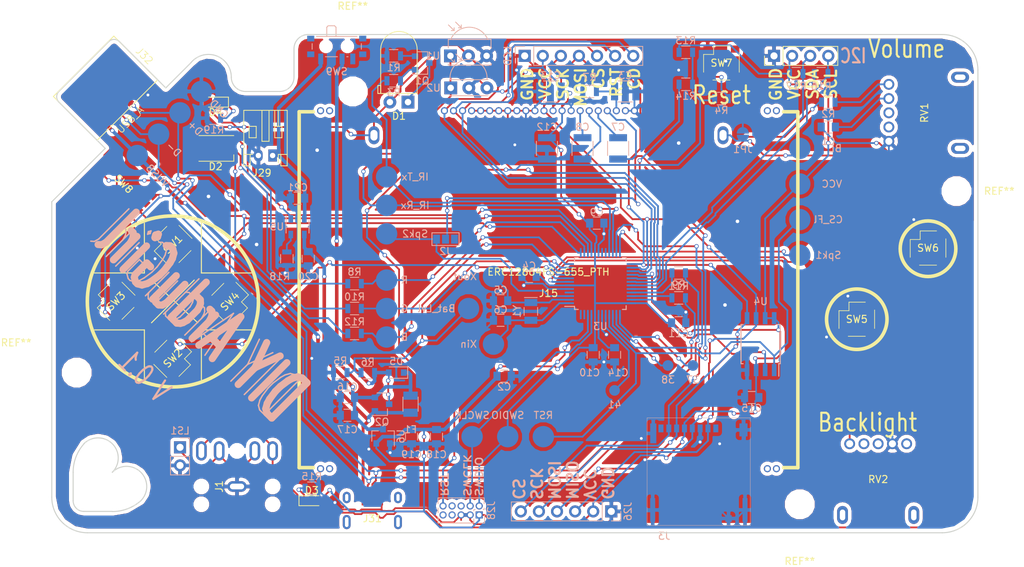
<source format=kicad_pcb>
(kicad_pcb (version 4) (host pcbnew 4.0.6)
  (layers (0 F.Cu signal) (31 B.Cu signal) (34 B.Paste user) (35 F.Paste user) (36 B.SilkS user) (37 F.SilkS user) (38 B.Mask user) (39 F.Mask user) (44 Edge.Cuts user))
  (net 0 "")
  (net 1 "Net-(C1-Pad1)")
  (net 2 "Net-(C1-Pad2)")
  (net 3 /VCC)
  (net 4 GND)
  (net 5 "Net-(C3-Pad2)")
  (net 6 /Xtal_out)
  (net 7 /Xtal_in)
  (net 8 "Net-(C7-Pad1)")
  (net 9 "Net-(C7-Pad2)")
  (net 10 "Net-(C8-Pad1)")
  (net 11 "Net-(C8-Pad2)")
  (net 12 "Net-(C14-Pad1)")
  (net 13 /VIN)
  (net 14 /VBAT)
  (net 15 "Net-(D1-Pad1)")
  (net 16 "Net-(D3-Pad1)")
  (net 17 "Net-(D4-Pad2)")
  (net 18 "Net-(D4-Pad1)")
  (net 19 /VSW)
  (net 20 /VUSB)
  (net 21 /Sp+)
  (net 22 /Speaker1)
  (net 23 "Net-(J2-Pad2)")
  (net 24 /Speaker2)
  (net 25 "Net-(J3-Pad8)")
  (net 26 /MISO)
  (net 27 /SCK)
  (net 28 /MOSI)
  (net 29 /SD_CS)
  (net 30 "Net-(J3-Pad1)")
  (net 31 /Batt_Level)
  (net 32 /RGB_Green)
  (net 33 /RGB_Blue)
  (net 34 /RGB_Red)
  (net 35 /IR_Tx)
  (net 36 /IR_Rx)
  (net 37 /Speaker_1)
  (net 38 /LCD_RST)
  (net 39 /LCD_CD)
  (net 40 /LCD_CS)
  (net 41 /BL)
  (net 42 /D-)
  (net 43 /D+)
  (net 44 /Flash_CS)
  (net 45 /SWCLK)
  (net 46 "Net-(J20-Pad1)")
  (net 47 /SWDIO)
  (net 48 /I2C_SDA)
  (net 49 /I2C_SCL)
  (net 50 "Net-(J28-Pad6)")
  (net 51 "Net-(J28-Pad7)")
  (net 52 "Net-(J28-Pad8)")
  (net 53 "Net-(J28-Pad9)")
  (net 54 /RESET)
  (net 55 "Net-(Q1-Pad1)")
  (net 56 "Net-(Q1-Pad2)")
  (net 57 "Net-(R2-Pad2)")
  (net 58 "Net-(R4-Pad2)")
  (net 59 "Net-(R9-Pad1)")
  (net 60 "Net-(R11-Pad2)")
  (net 61 "Net-(R18-Pad1)")
  (net 62 "Net-(RV2-Pad1)")
  (net 63 /UP)
  (net 64 /DOWN)
  (net 65 /LEFT)
  (net 66 /RIGHT)
  (net 67 /Button_A)
  (net 68 /Button_B)
  (net 69 "Net-(SW8-Pad2)")
  (net 70 "Net-(SW9-Pad3)")
  (net 71 "Net-(U3-Pad4)")
  (net 72 "Net-(U3-Pad19)")
  (net 73 "Net-(U3-Pad20)")
  (net 74 "Net-(U3-Pad37)")
  (net 75 "Net-(U3-Pad38)")
  (net 76 "Net-(U3-Pad41)")
  (net 77 "Net-(U3-Pad47)")
  (net 78 "Net-(U3-Pad48)")
  (net 79 "Net-(D2-Pad1)")
  (net 80 "Net-(D2-Pad2)")
  (net 81 "Net-(D2-Pad3)")
  (module SiCAD:Thermal_via (layer F.Cu) (at 101.75 79.5)
    (fp_text reference REF** hide)
    (fp_text value "VIA 0.6mm" hide)
    (pad 1 thru_hole circle (at 0 0) (size 0.6 0.6) (drill 0.5) (layers *.Cu) (net 4 GND))
  )
  (module SiCAD:Thermal_via (layer F.Cu) (at 95 72.75)
    (fp_text reference REF** hide)
    (fp_text value "VIA 0.6mm" hide)
    (pad 1 thru_hole circle (at 0 0) (size 0.6 0.6) (drill 0.5) (layers *.Cu) (net 4 GND))
  )
  (module SiCAD:Thermal_via (layer F.Cu) (at 161 65.25)
    (fp_text reference REF** hide)
    (fp_text value "VIA 0.6mm" hide)
    (pad 1 thru_hole circle (at 0 0) (size 0.6 0.6) (drill 0.5) (layers *.Cu) (net 4 GND))
  )
  (module SiCAD:Thermal_via (layer F.Cu) (at 167.5 88)
    (fp_text reference REF** hide)
    (fp_text value "VIA 0.6mm" hide)
    (pad 1 thru_hole circle (at 0 0) (size 0.6 0.6) (drill 0.5) (layers *.Cu) (net 4 GND))
  )
  (module SiCAD:Thermal_via (layer F.Cu) (at 169.25 76.25)
    (fp_text reference REF** hide)
    (fp_text value "VIA 0.6mm" hide)
    (pad 1 thru_hole circle (at 0 0) (size 0.6 0.6) (drill 0.5) (layers *.Cu) (net 4 GND))
  )
  (module Measurement_Points:Measurement_Point_Round-SMD-Pad_Small (layer B.Cu) (at 163 96.5)
    (fp_text reference 37 (at 0 2) (layer B.SilkS) (effects (justify mirror)))
    (fp_text value TP_Small)
    (pad 1 smd circle (at 0 0) (size 1.5 1.5) (layers B.Cu B.Mask) (net 74 "Net-(U3-Pad37)"))
  )
  (module Measurement_Points:Measurement_Point_Round-SMD-Pad_Small (layer B.Cu) (at 159.5 96.5)
    (fp_text reference 38 (at 0 2) (layer B.SilkS) (effects (justify mirror)))
    (fp_text value TP_Small)
    (pad 1 smd circle (at 0 0) (size 1.5 1.5) (layers B.Cu B.Mask) (net 75 "Net-(U3-Pad38)"))
  )
  (module Mounting_Holes:MountingHole_3.2mm_M3 (layer F.Cu) (at 200 72)
    (fp_text reference REF** (at 6 0) (layer F.SilkS))
    (fp_text value MountingHole_3.2mm_M3)
    (pad 1 np_thru_hole circle (at 0 0) (size 3.2 3.2) (drill 3.2) (layers *.Cu *.Mask))
  )
  (module Mounting_Holes:MountingHole_3.2mm_M3 (layer F.Cu) (at 115.25 58)
    (fp_text reference REF** (at 0 -12) (layer F.SilkS))
    (fp_text value MountingHole_3.2mm_M3)
    (pad 1 np_thru_hole circle (at 0 0) (size 3.2 3.2) (drill 3.2) (layers *.Cu *.Mask))
  )
  (module Mounting_Holes:MountingHole_3.2mm_M3 (layer F.Cu) (at 76.5 97.5)
    (fp_text reference REF** (at -8.5 -4.2) (layer F.SilkS))
    (fp_text value MountingHole_3.2mm_M3)
    (pad 1 np_thru_hole circle (at 0 0) (size 3.2 3.2) (drill 3.2) (layers *.Cu *.Mask))
  )
  (module Capacitors_SMD:C_0805 (layer B.Cu) (at 182 63 180)
    (fp_text reference C1 (at 0 -2 180) (layer B.SilkS) (effects (justify mirror)))
    (fp_text value 100u)
    (pad 1 smd rect (at -1 0 180) (size 1 1.25) (layers B.Cu B.Paste B.Mask) (net 1 "Net-(C1-Pad1)"))
    (pad 2 smd rect (at 1 0 180) (size 1 1.25) (layers B.Cu B.Paste B.Mask) (net 2 "Net-(C1-Pad2)"))
  )
  (module Capacitors_SMD:C_0805 (layer B.Cu) (at 136.5 98)
    (fp_text reference C2 (at 0 1.5) (layer B.SilkS) (effects (justify mirror)))
    (fp_text value 47u)
    (pad 1 smd rect (at -1 0) (size 1 1.25) (layers B.Cu B.Paste B.Mask) (net 3 /VCC))
    (pad 2 smd rect (at 1 0) (size 1 1.25) (layers B.Cu B.Paste B.Mask) (net 4 GND))
  )
  (module Capacitors_SMD:C_0805 (layer B.Cu) (at 140 84 180)
    (fp_text reference C4 (at 0 1.5 180) (layer B.SilkS) (effects (justify mirror)))
    (fp_text value 100n)
    (pad 1 smd rect (at -1 0 180) (size 1 1.25) (layers B.Cu B.Paste B.Mask) (net 3 /VCC))
    (pad 2 smd rect (at 1 0 180) (size 1 1.25) (layers B.Cu B.Paste B.Mask) (net 4 GND))
  )
  (module Capacitors_SMD:C_0805 (layer B.Cu) (at 136 87.401318 180)
    (fp_text reference C5 (at 0 1.5 180) (layer B.SilkS) (effects (justify mirror)))
    (fp_text value 12.5p)
    (pad 1 smd rect (at -1 0 180) (size 1 1.25) (layers B.Cu B.Paste B.Mask) (net 6 /Xtal_out))
    (pad 2 smd rect (at 1 0 180) (size 1 1.25) (layers B.Cu B.Paste B.Mask) (net 4 GND))
  )
  (module Capacitors_SMD:C_0805 (layer B.Cu) (at 136 90.151318 180)
    (fp_text reference C6 (at 0 1.5 180) (layer B.SilkS) (effects (justify mirror)))
    (fp_text value 12.5p)
    (pad 1 smd rect (at -1 0 180) (size 1 1.25) (layers B.Cu B.Paste B.Mask) (net 7 /Xtal_in))
    (pad 2 smd rect (at 1 0 180) (size 1 1.25) (layers B.Cu B.Paste B.Mask) (net 4 GND))
  )
  (module Capacitors_SMD:C_0805 (layer B.Cu) (at 149.5 76.5 180)
    (fp_text reference C9 (at 0 1.5 180) (layer B.SilkS) (effects (justify mirror)))
    (fp_text value 100n)
    (pad 1 smd rect (at -1 0 180) (size 1 1.25) (layers B.Cu B.Paste B.Mask) (net 4 GND))
    (pad 2 smd rect (at 1 0 180) (size 1 1.25) (layers B.Cu B.Paste B.Mask) (net 3 /VCC))
  )
  (module Capacitors_SMD:C_0805 (layer B.Cu) (at 149 95 270)
    (fp_text reference C10 (at 2.5 0.5 360) (layer B.SilkS) (effects (justify mirror)))
    (fp_text value 100n)
    (pad 1 smd rect (at -1 0 270) (size 1 1.25) (layers B.Cu B.Paste B.Mask) (net 3 /VCC))
    (pad 2 smd rect (at 1 0 270) (size 1 1.25) (layers B.Cu B.Paste B.Mask) (net 4 GND))
  )
  (module Capacitors_SMD:C_0805 (layer B.Cu) (at 161 90.5)
    (fp_text reference C11 (at 0 1.5) (layer B.SilkS) (effects (justify mirror)))
    (fp_text value 100n)
    (pad 1 smd rect (at -1 0) (size 1 1.25) (layers B.Cu B.Paste B.Mask) (net 3 /VCC))
    (pad 2 smd rect (at 1 0) (size 1 1.25) (layers B.Cu B.Paste B.Mask) (net 4 GND))
  )
  (module Capacitors_SMD:C_0805 (layer B.Cu) (at 152 95 270)
    (fp_text reference C14 (at 2.5 -0.5 360) (layer B.SilkS) (effects (justify mirror)))
    (fp_text value C)
    (pad 1 smd rect (at -1 0 270) (size 1 1.25) (layers B.Cu B.Paste B.Mask) (net 12 "Net-(C14-Pad1)"))
    (pad 2 smd rect (at 1 0 270) (size 1 1.25) (layers B.Cu B.Paste B.Mask) (net 4 GND))
  )
  (module Capacitors_SMD:C_0805 (layer B.Cu) (at 171.25 101)
    (fp_text reference C15 (at 0 1.5) (layer B.SilkS) (effects (justify mirror)))
    (fp_text value 10u)
    (pad 1 smd rect (at -1 0) (size 1 1.25) (layers B.Cu B.Paste B.Mask) (net 4 GND))
    (pad 2 smd rect (at 1 0) (size 1 1.25) (layers B.Cu B.Paste B.Mask) (net 3 /VCC))
  )
  (module Capacitors_SMD:C_0805 (layer B.Cu) (at 114.5 101 180)
    (fp_text reference C16 (at 0 1.5 180) (layer B.SilkS) (effects (justify mirror)))
    (fp_text value Xu)
    (pad 1 smd rect (at -1 0 180) (size 1 1.25) (layers B.Cu B.Paste B.Mask) (net 13 /VIN))
    (pad 2 smd rect (at 1 0 180) (size 1 1.25) (layers B.Cu B.Paste B.Mask) (net 4 GND))
  )
  (module Capacitors_SMD:C_0805 (layer B.Cu) (at 114.5 103.5 180)
    (fp_text reference C17 (at 0 -2 180) (layer B.SilkS) (effects (justify mirror)))
    (fp_text value 1u)
    (pad 1 smd rect (at -1 0 180) (size 1 1.25) (layers B.Cu B.Paste B.Mask) (net 13 /VIN))
    (pad 2 smd rect (at 1 0 180) (size 1 1.25) (layers B.Cu B.Paste B.Mask) (net 4 GND))
  )
  (module Capacitors_SMD:C_0805 (layer B.Cu) (at 127 106.5 270)
    (fp_text reference C18 (at 2.5 0 360) (layer B.SilkS) (effects (justify mirror)))
    (fp_text value 1u)
    (pad 1 smd rect (at -1 0 270) (size 1 1.25) (layers B.Cu B.Paste B.Mask) (net 3 /VCC))
    (pad 2 smd rect (at 1 0 270) (size 1 1.25) (layers B.Cu B.Paste B.Mask) (net 4 GND))
  )
  (module Capacitors_SMD:C_0805 (layer B.Cu) (at 123.5 106.5 270)
    (fp_text reference C19 (at 2.5 0 360) (layer B.SilkS) (effects (justify mirror)))
    (fp_text value 0.1u)
    (pad 1 smd rect (at -1 0 270) (size 1 1.25) (layers B.Cu B.Paste B.Mask) (net 3 /VCC))
    (pad 2 smd rect (at 1 0 270) (size 1 1.25) (layers B.Cu B.Paste B.Mask) (net 4 GND))
  )
  (module Capacitors_SMD:C_0805 (layer B.Cu) (at 109 81.5 270)
    (fp_text reference C20 (at 2.5 0 360) (layer B.SilkS) (effects (justify mirror)))
    (fp_text value 10u)
    (pad 1 smd rect (at -1 0 270) (size 1 1.25) (layers B.Cu B.Paste B.Mask) (net 13 /VIN))
    (pad 2 smd rect (at 1 0 270) (size 1 1.25) (layers B.Cu B.Paste B.Mask) (net 4 GND))
  )
  (module Capacitors_SMD:C_0805 (layer B.Cu) (at 107.5 73 180)
    (fp_text reference C21 (at 0 1.5 180) (layer B.SilkS) (effects (justify mirror)))
    (fp_text value 10u)
    (pad 1 smd rect (at -1 0 180) (size 1 1.25) (layers B.Cu B.Paste B.Mask) (net 14 /VBAT))
    (pad 2 smd rect (at 1 0 180) (size 1 1.25) (layers B.Cu B.Paste B.Mask) (net 4 GND))
  )
  (module LEDs:LED_D5.0mm_Horizontal_O1.27mm_Z9.0mm (layer F.Cu) (at 123 59.5 180)
    (fp_text reference D1 (at 1.27 -1.96 180) (layer F.SilkS))
    (fp_text value IR_LED)
    (pad 1 thru_hole rect (at 0 0 180) (size 1.8 1.8) (drill 0.9) (layers *.Cu *.Mask) (net 15 "Net-(D1-Pad1)"))
    (pad 2 thru_hole circle (at 2.54 0 180) (size 1.8 1.8) (drill 0.9) (layers *.Cu *.Mask) (net 3 /VCC))
  )
  (module LEDs:LED_0805 (layer F.Cu) (at 109.5 115.5)
    (fp_text reference D3 (at 0 -1.45) (layer F.SilkS))
    (fp_text value PWR_LED)
    (pad 2 smd rect (at 1.1 0 180) (size 1.2 1.2) (layers F.Cu F.Paste F.Mask) (net 3 /VCC))
    (pad 1 smd rect (at -1.1 0 180) (size 1.2 1.2) (layers F.Cu F.Paste F.Mask) (net 16 "Net-(D3-Pad1)"))
  )
  (module LEDs:LED_0805 (layer F.Cu) (at 96 59.5 180)
    (fp_text reference D4 (at 0 -1.45 180) (layer F.SilkS))
    (fp_text value LED)
    (pad 2 smd rect (at 1.1 0) (size 1.2 1.2) (layers F.Cu F.Paste F.Mask) (net 17 "Net-(D4-Pad2)"))
    (pad 1 smd rect (at -1.1 0) (size 1.2 1.2) (layers F.Cu F.Paste F.Mask) (net 18 "Net-(D4-Pad1)"))
  )
  (module Diodes_SMD:D_0805 (layer B.Cu) (at 121.358536 97.5 180)
    (fp_text reference D5 (at 0 1.6 180) (layer B.SilkS) (effects (justify mirror)))
    (fp_text value D_Schottky)
    (pad 1 smd rect (at -1.05 0 180) (size 0.8 0.9) (layers B.Cu B.Paste B.Mask) (net 13 /VIN))
    (pad 2 smd rect (at 1.05 0 180) (size 0.8 0.9) (layers B.Cu B.Paste B.Mask) (net 19 /VSW))
  )
  (module Fuse_Holders_and_Fuses:Fuse_SMD1206_Reflow (layer B.Cu) (at 123.358536 101.935436 270)
    (fp_text reference F1 (at 3.564564 0 360) (layer B.SilkS) (effects (justify mirror)))
    (fp_text value Polyfuse)
    (pad 1 smd rect (at -1.2 0 180) (size 2.03 1.14) (layers B.Cu B.Paste B.Mask) (net 13 /VIN))
    (pad 2 smd rect (at 1.2 0 180) (size 2.03 1.14) (layers B.Cu B.Paste B.Mask) (net 20 /VUSB))
  )
  (module SiCAD:3.5mm_Jack_5P (layer F.Cu) (at 99 113.5 90)
    (fp_text reference J1 (at 0 -2.5 90) (layer F.SilkS))
    (fp_text value JACK_TRS_5PINS)
    (pad "" np_thru_hole circle (at 0 -5 90) (size 1.2 1.2) (drill 1.2) (layers *.Cu *.Mask))
    (pad 1 thru_hole oval (at 0 0 90) (size 1.5 2.7) (drill oval 0.8 2) (layers *.Cu *.Mask) (net 4 GND))
    (pad "" np_thru_hole circle (at 0 5 90) (size 1.2 1.2) (drill 1.2) (layers *.Cu *.Mask))
    (pad "" np_thru_hole circle (at -2.5 5 90) (size 1.2 1.2) (drill 1.2) (layers *.Cu *.Mask))
    (pad "" np_thru_hole circle (at 5 0 90) (size 1.2 1.2) (drill 1.2) (layers *.Cu *.Mask))
    (pad "" np_thru_hole circle (at -2.5 -5 90) (size 1.2 1.2) (drill 1.2) (layers *.Cu *.Mask))
    (pad 2 thru_hole oval (at 5 -5 180) (size 1.5 2.7) (drill oval 0.8 2) (layers *.Cu *.Mask) (net 2 "Net-(C1-Pad2)"))
    (pad 3 thru_hole oval (at 5 -2.5 180) (size 1.5 2.7) (drill oval 0.8 2) (layers *.Cu *.Mask) (net 21 /Sp+))
    (pad 4 thru_hole oval (at 5 2.5 180) (size 1.5 2.7) (drill oval 0.8 2) (layers *.Cu *.Mask) (net 21 /Sp+))
    (pad 5 thru_hole oval (at 5 5 180) (size 1.5 2.7) (drill oval 0.8 2) (layers *.Cu *.Mask) (net 2 "Net-(C1-Pad2)"))
  )
  (module Connectors:GS3 (layer B.Cu) (at 128.27 78.75 90)
    (fp_text reference J2 (at -1.7 0 360) (layer B.SilkS) (effects (justify mirror)))
    (fp_text value GS3)
    (pad 1 smd rect (at 0 1.27 90) (size 1.27 0.97) (layers B.Cu B.Mask) (net 22 /Speaker1))
    (pad 2 smd rect (at 0 0 90) (size 1.27 0.97) (layers B.Cu B.Mask) (net 23 "Net-(J2-Pad2)"))
    (pad 3 smd rect (at 0 -1.27 90) (size 1.27 0.97) (layers B.Cu B.Mask) (net 24 /Speaker2))
  )
  (module SiCAD:uSD_Molex (layer B.Cu) (at 170.66 118.47 180)
    (fp_text reference J3 (at 11.7 -2 180) (layer B.SilkS) (effects (justify mirror)))
    (fp_text value Micro_SD_Card)
    (pad 8 smd rect (at 4.45 13.13 180) (size 0.7 1.1) (layers B.Cu B.Paste B.Mask) (net 25 "Net-(J3-Pad8)"))
    (pad 7 smd rect (at 5.55 13.13 180) (size 0.7 1.1) (layers B.Cu B.Paste B.Mask) (net 26 /MISO))
    (pad 6 smd rect (at 6.65 13.13 180) (size 0.7 1.1) (layers B.Cu B.Paste B.Mask) (net 4 GND))
    (pad 5 smd rect (at 7.75 13.13 180) (size 0.7 1.1) (layers B.Cu B.Paste B.Mask) (net 27 /SCK))
    (pad 4 smd rect (at 8.85 13.13 180) (size 0.7 1.1) (layers B.Cu B.Paste B.Mask) (net 3 /VCC))
    (pad 3 smd rect (at 9.95 13.13 180) (size 0.7 1.1) (layers B.Cu B.Paste B.Mask) (net 28 /MOSI))
    (pad 2 smd rect (at 11.05 13.13 180) (size 0.7 1.1) (layers B.Cu B.Paste B.Mask) (net 29 /SD_CS))
    (pad 1 smd rect (at 12.15 13.13 180) (size 0.7 1.1) (layers B.Cu B.Paste B.Mask) (net 30 "Net-(J3-Pad1)"))
    (pad 9 smd rect (at 0.57 12.92 180) (size 1.14 1.83) (layers B.Cu B.Paste B.Mask) (net 4 GND))
    (pad 9 smd rect (at 0.35 1.67 180) (size 0.7 3.33) (layers B.Cu B.Paste B.Mask) (net 4 GND))
    (pad 6 smd rect (at 2.66 0.47 180) (size 0.9 0.93) (layers B.Cu B.Paste B.Mask) (net 4 GND))
    (pad 9 smd rect (at 13.23 12.43 180) (size 0.86 2.8) (layers B.Cu B.Paste B.Mask) (net 4 GND))
    (pad 9 smd rect (at 13.31 1.67 180) (size 0.7 3.33) (layers B.Cu B.Paste B.Mask) (net 4 GND))
  )
  (module Measurement_Points:Measurement_Point_Round-SMD-Pad_Big (layer B.Cu) (at 135 93.5)
    (fp_text reference Xin (at -3.5 0) (layer B.SilkS) (effects (justify mirror)))
    (fp_text value TEST)
    (pad 1 smd circle (at 0 0) (size 3 3) (layers B.Cu B.Mask) (net 7 /Xtal_in))
  )
  (module Measurement_Points:Measurement_Point_Round-SMD-Pad_Big (layer B.Cu) (at 135 84)
    (fp_text reference Xout (at -4 0) (layer B.SilkS) (effects (justify mirror)))
    (fp_text value TEST)
    (pad 1 smd circle (at 0 0) (size 3 3) (layers B.Cu B.Mask) (net 6 /Xtal_out))
  )
  (module Measurement_Points:Measurement_Point_Round-SMD-Pad_Big (layer B.Cu) (at 120 78 180)
    (fp_text reference Spk2 (at -4 0 180) (layer B.SilkS) (effects (justify mirror)))
    (fp_text value TEST)
    (pad 1 smd circle (at 0 0 180) (size 3 3) (layers B.Cu B.Mask) (net 24 /Speaker2))
  )
  (module Measurement_Points:Measurement_Point_Round-SMD-Pad_Big (layer B.Cu) (at 131.5 88.5)
    (fp_text reference Bat_Lvl (at -4.5 0) (layer B.SilkS) (effects (justify mirror)))
    (fp_text value TEST)
    (pad 1 smd circle (at 0 0) (size 3 3) (layers B.Cu B.Mask) (net 31 /Batt_Level))
  )
  (module Measurement_Points:Measurement_Point_Round-SMD-Pad_Big (layer B.Cu) (at 120 88.5)
    (fp_text reference G (at 2.5 0) (layer B.SilkS) (effects (justify mirror)))
    (fp_text value TEST)
    (pad 1 smd circle (at 0 0) (size 3 3) (layers B.Cu B.Mask) (net 32 /RGB_Green))
  )
  (module Measurement_Points:Measurement_Point_Round-SMD-Pad_Big (layer B.Cu) (at 120 92.5)
    (fp_text reference B (at 2.5 0) (layer B.SilkS) (effects (justify mirror)))
    (fp_text value TEST)
    (pad 1 smd circle (at 0 0) (size 3 3) (layers B.Cu B.Mask) (net 33 /RGB_Blue))
  )
  (module Measurement_Points:Measurement_Point_Round-SMD-Pad_Big (layer B.Cu) (at 120 84.5)
    (fp_text reference R (at 2.5 0) (layer B.SilkS) (effects (justify mirror)))
    (fp_text value TEST)
    (pad 1 smd circle (at 0 0) (size 3 3) (layers B.Cu B.Mask) (net 34 /RGB_Red))
  )
  (module Measurement_Points:Measurement_Point_Round-SMD-Pad_Big (layer B.Cu) (at 85 67 315)
    (fp_text reference VUSB (at 4 0 315) (layer B.SilkS) (effects (justify mirror)))
    (fp_text value TEST_1P)
    (pad 1 smd circle (at 0 0 315) (size 3 3) (layers B.Cu B.Mask) (net 20 /VUSB))
  )
  (module Measurement_Points:Measurement_Point_Round-SMD-Pad_Big (layer B.Cu) (at 120 70 180)
    (fp_text reference IR_Tx (at -4 0 180) (layer B.SilkS) (effects (justify mirror)))
    (fp_text value TEST)
    (pad 1 smd circle (at 0 0 180) (size 3 3) (layers B.Cu B.Mask) (net 35 /IR_Tx))
  )
  (module Measurement_Points:Measurement_Point_Round-SMD-Pad_Big (layer B.Cu) (at 120 74 180)
    (fp_text reference IR_Rx (at -4 0 180) (layer B.SilkS) (effects (justify mirror)))
    (fp_text value TEST)
    (pad 1 smd circle (at 0 0 180) (size 3 3) (layers B.Cu B.Mask) (net 36 /IR_Rx))
  )
  (module Measurement_Points:Measurement_Point_Round-SMD-Pad_Big (layer B.Cu) (at 178 81)
    (fp_text reference Spk1 (at 4 0) (layer B.SilkS) (effects (justify mirror)))
    (fp_text value TEST)
    (pad 1 smd circle (at 0 0) (size 3 3) (layers B.Cu B.Mask) (net 37 /Speaker_1))
  )
  (module SiCAD:ERC12864FS-655_PTH (layer F.Cu) (at 142.725 85.854)
    (fp_text reference J15 (at 0 0.5) (layer F.SilkS))
    (fp_text value CONN_01X24)
    (fp_text user ERC12864FS-655_PTH (at 0 -2.5) (layer F.SilkS))
    (pad NC thru_hole circle (at -31.995 25.146) (size 1 1) (drill 0.65) (layers *.Cu *.Mask))
    (pad 2 thru_hole circle (at -13.335 -25.146) (size 1 1) (drill 0.65) (layers *.Cu *.Mask) (net 38 /LCD_RST))
    (pad 3 thru_hole circle (at -12.065 -25.146) (size 1 1) (drill 0.65) (layers *.Cu *.Mask) (net 39 /LCD_CD))
    (pad 4 thru_hole circle (at -10.795 -25.146) (size 1 1) (drill 0.65) (layers *.Cu *.Mask) (net 4 GND))
    (pad 5 thru_hole circle (at -9.525 -25.146) (size 1 1) (drill 0.65) (layers *.Cu *.Mask) (net 4 GND))
    (pad 6 thru_hole circle (at -8.255 -25.146) (size 1 1) (drill 0.65) (layers *.Cu *.Mask) (net 4 GND))
    (pad 7 thru_hole circle (at -6.985 -25.146) (size 1 1) (drill 0.65) (layers *.Cu *.Mask) (net 4 GND))
    (pad 8 thru_hole circle (at -5.715 -25.146) (size 1 1) (drill 0.65) (layers *.Cu *.Mask) (net 4 GND))
    (pad 9 thru_hole circle (at -4.445 -25.146) (size 1 1) (drill 0.65) (layers *.Cu *.Mask) (net 4 GND))
    (pad 10 thru_hole circle (at -3.175 -25.146) (size 1 1) (drill 0.65) (layers *.Cu *.Mask) (net 4 GND))
    (pad 11 thru_hole circle (at -1.905 -25.146) (size 1 1) (drill 0.65) (layers *.Cu *.Mask) (net 4 GND))
    (pad 12 thru_hole circle (at -0.635 -25.146) (size 1 1) (drill 0.65) (layers *.Cu *.Mask) (net 27 /SCK))
    (pad 13 thru_hole circle (at 0.635 -25.146) (size 1 1) (drill 0.65) (layers *.Cu *.Mask) (net 28 /MOSI))
    (pad 14 thru_hole circle (at 1.905 -25.146) (size 1 1) (drill 0.65) (layers *.Cu *.Mask) (net 3 /VCC))
    (pad 15 thru_hole circle (at 3.175 -25.146) (size 1 1) (drill 0.65) (layers *.Cu *.Mask) (net 4 GND))
    (pad 16 thru_hole circle (at 4.445 -25.146) (size 1 1) (drill 0.65) (layers *.Cu *.Mask) (net 11 "Net-(C8-Pad2)"))
    (pad 17 thru_hole circle (at 5.715 -25.146) (size 1 1) (drill 0.65) (layers *.Cu *.Mask) (net 10 "Net-(C8-Pad1)"))
    (pad 18 thru_hole circle (at 6.985 -25.146) (size 1 1) (drill 0.65) (layers *.Cu *.Mask) (net 9 "Net-(C7-Pad2)"))
    (pad 19 thru_hole circle (at 8.255 -25.146) (size 1 1) (drill 0.65) (layers *.Cu *.Mask) (net 8 "Net-(C7-Pad1)"))
    (pad 20 thru_hole circle (at 9.525 -25.146) (size 1 1) (drill 0.65) (layers *.Cu *.Mask) (net 5 "Net-(C3-Pad2)"))
    (pad 21 thru_hole circle (at 10.795 -25.146) (size 1 1) (drill 0.65) (layers *.Cu *.Mask) (net 4 GND))
    (pad 22 thru_hole circle (at 12.065 -25.146) (size 1 1) (drill 0.65) (layers *.Cu *.Mask) (net 4 GND))
    (pad 1 thru_hole circle (at -14.605 -25.146) (size 1 1) (drill 0.65) (layers *.Cu *.Mask) (net 40 /LCD_CS))
    (pad NC thru_hole circle (at -30.725 25.146) (size 1 1) (drill 0.65) (layers *.Cu *.Mask))
    (pad NC thru_hole circle (at 31.995 25.146) (size 1 1) (drill 0.65) (layers *.Cu *.Mask))
    (pad NC thru_hole circle (at 30.725 25.146) (size 1 1) (drill 0.65) (layers *.Cu *.Mask))
    (pad NC thru_hole circle (at 31.995 -25.146) (size 1 1) (drill 0.65) (layers *.Cu *.Mask))
    (pad NC thru_hole circle (at 30.725 -25.146) (size 1 1) (drill 0.65) (layers *.Cu *.Mask))
    (pad NC thru_hole circle (at -30.725 -25.146) (size 1 1) (drill 0.65) (layers *.Cu *.Mask))
    (pad NC thru_hole circle (at -31.995 -25.146) (size 1 1) (drill 0.65) (layers *.Cu *.Mask))
    (pad 23 thru_hole oval (at -24.5 -21.7) (size 1.524 2.524) (drill oval 1 1.5) (layers *.Cu *.Mask) (net 3 /VCC))
    (pad 24 thru_hole oval (at 24.5 -21.7) (size 1.524 2.524) (drill oval 1 1.5) (layers *.Cu *.Mask) (net 41 /BL))
  )
  (module Measurement_Points:Measurement_Point_Round-SMD-Pad_Big (layer B.Cu) (at 88 64 315)
    (fp_text reference D- (at 3 0 315) (layer B.SilkS) (effects (justify mirror)))
    (fp_text value TEST)
    (pad 1 smd circle (at 0 0 315) (size 3 3) (layers B.Cu B.Mask) (net 42 /D-))
  )
  (module Measurement_Points:Measurement_Point_Round-SMD-Pad_Big (layer B.Cu) (at 91 61 315)
    (fp_text reference D+ (at 3 0 315) (layer B.SilkS) (effects (justify mirror)))
    (fp_text value TEST)
    (pad 1 smd circle (at 0 0 315) (size 3 3) (layers B.Cu B.Mask) (net 43 /D+))
  )
  (module Measurement_Points:Measurement_Point_Round-SMD-Pad_Big (layer B.Cu) (at 178 76)
    (fp_text reference CS_Fl (at 4 0) (layer B.SilkS) (effects (justify mirror)))
    (fp_text value TEST)
    (pad 1 smd circle (at 0 0) (size 3 3) (layers B.Cu B.Mask) (net 44 /Flash_CS))
  )
  (module Measurement_Points:Measurement_Point_Round-SMD-Pad_Big (layer B.Cu) (at 132 106.5 180)
    (fp_text reference SWCLK (at 0 3 180) (layer B.SilkS) (effects (justify mirror)))
    (fp_text value TEST)
    (pad 1 smd circle (at 0 0 180) (size 3 3) (layers B.Cu B.Mask) (net 45 /SWCLK))
  )
  (module Measurement_Points:Measurement_Point_Round-SMD-Pad_Big (layer B.Cu) (at 142 106.5 180)
    (fp_text reference RST (at 0 3 180) (layer B.SilkS) (effects (justify mirror)))
    (fp_text value TEST_1P)
    (pad 1 smd circle (at 0 0 180) (size 3 3) (layers B.Cu B.Mask) (net 46 "Net-(J20-Pad1)"))
  )
  (module Measurement_Points:Measurement_Point_Round-SMD-Pad_Big (layer B.Cu) (at 137 106.5 180)
    (fp_text reference SWDIO (at 0 3 180) (layer B.SilkS) (effects (justify mirror)))
    (fp_text value TEST)
    (pad 1 smd circle (at 0 0 180) (size 3 3) (layers B.Cu B.Mask) (net 47 /SWDIO))
  )
  (module Measurement_Points:Measurement_Point_Round-SMD-Pad_Big (layer B.Cu) (at 94 58 315)
    (fp_text reference GND (at 3.5 0 315) (layer B.SilkS) (effects (justify mirror)))
    (fp_text value TEST_1P)
    (pad 1 smd circle (at 0 0 315) (size 3 3) (layers B.Cu B.Mask) (net 4 GND))
  )
  (module Pin_Headers:Pin_Header_Straight_1x04_Pitch2.54mm (layer F.Cu) (at 174.38 53 90)
    (fp_text reference I2C (at 0 11.12 360) (layer B.SilkS) (effects (font (size 2 1.5) (thickness 0.3)) (justify mirror)))
    (fp_text value "I2C Header")
    (pad 1 thru_hole rect (at 0 0 90) (size 1.7 1.7) (drill 1) (layers *.Cu *.Mask) (net 4 GND))
    (pad 2 thru_hole oval (at 0 2.54 90) (size 1.7 1.7) (drill 1) (layers *.Cu *.Mask) (net 3 /VCC))
    (pad 3 thru_hole oval (at 0 5.08 90) (size 1.7 1.7) (drill 1) (layers *.Cu *.Mask) (net 48 /I2C_SDA))
    (pad 4 thru_hole oval (at 0 7.62 90) (size 1.7 1.7) (drill 1) (layers *.Cu *.Mask) (net 49 /I2C_SCL))
  )
  (module Measurement_Points:Measurement_Point_Round-SMD-Pad_Big (layer B.Cu) (at 178 71)
    (fp_text reference VCC (at 4.5 0) (layer B.SilkS) (effects (justify mirror)))
    (fp_text value "A(+)")
    (pad 1 smd circle (at 0 0) (size 3 3) (layers B.Cu B.Mask) (net 3 /VCC))
  )
  (module Measurement_Points:Measurement_Point_Round-SMD-Pad_Big (layer B.Cu) (at 178 66)
    (fp_text reference BL (at 5 0) (layer B.SilkS) (effects (justify mirror)))
    (fp_text value "K(-)")
    (pad 1 smd circle (at 0 0) (size 3 3) (layers B.Cu B.Mask) (net 41 /BL))
  )
  (module Pin_Headers:Pin_Header_Straight_1x06_Pitch2.54mm (layer B.Cu) (at 151.54 117 90)
    (fp_text reference J26 (at 0 2.33 90) (layer B.SilkS) (effects (justify mirror)))
    (fp_text value "SD Header")
    (pad 1 thru_hole rect (at 0 0 90) (size 1.7 1.7) (drill 1) (layers *.Cu *.Mask) (net 4 GND))
    (pad 2 thru_hole oval (at 0 -2.54 90) (size 1.7 1.7) (drill 1) (layers *.Cu *.Mask) (net 3 /VCC))
    (pad 3 thru_hole oval (at 0 -5.08 90) (size 1.7 1.7) (drill 1) (layers *.Cu *.Mask) (net 26 /MISO))
    (pad 4 thru_hole oval (at 0 -7.62 90) (size 1.7 1.7) (drill 1) (layers *.Cu *.Mask) (net 28 /MOSI))
    (pad 5 thru_hole oval (at 0 -10.16 90) (size 1.7 1.7) (drill 1) (layers *.Cu *.Mask) (net 27 /SCK))
    (pad 6 thru_hole oval (at 0 -12.7 90) (size 1.7 1.7) (drill 1) (layers *.Cu *.Mask) (net 29 /SD_CS))
  )
  (module Socket_Strips:Socket_Strip_Straight_1x07_Pitch2.54mm (layer B.Cu) (at 139.38 53 270)
    (fp_text reference LCD (at 0 2.38 270) (layer B.SilkS) (effects (justify mirror)))
    (fp_text value "LDC Header")
    (pad 1 thru_hole rect (at 0 0 270) (size 1.7 1.7) (drill 1) (layers *.Cu *.Mask) (net 4 GND))
    (pad 2 thru_hole oval (at 0 -2.54 270) (size 1.7 1.7) (drill 1) (layers *.Cu *.Mask) (net 3 /VCC))
    (pad 3 thru_hole oval (at 0 -5.08 270) (size 1.7 1.7) (drill 1) (layers *.Cu *.Mask) (net 27 /SCK))
    (pad 4 thru_hole oval (at 0 -7.62 270) (size 1.7 1.7) (drill 1) (layers *.Cu *.Mask) (net 28 /MOSI))
    (pad 5 thru_hole oval (at 0 -10.16 270) (size 1.7 1.7) (drill 1) (layers *.Cu *.Mask) (net 40 /LCD_CS))
    (pad 6 thru_hole oval (at 0 -12.7 270) (size 1.7 1.7) (drill 1) (layers *.Cu *.Mask) (net 38 /LCD_RST))
    (pad 7 thru_hole oval (at 0 -15.24 270) (size 1.7 1.7) (drill 1) (layers *.Cu *.Mask) (net 39 /LCD_CD))
  )
  (module Pin_Headers:Pin_Header_Straight_2x05_Pitch1.27mm (layer B.Cu) (at 133 117.5 90)
    (fp_text reference J28 (at 0.635 1.695 90) (layer B.SilkS) (effects (justify mirror)))
    (fp_text value SWD_02X05)
    (pad 1 thru_hole rect (at 0 0 90) (size 1 1) (drill 0.65) (layers *.Cu *.Mask) (net 3 /VCC))
    (pad 2 thru_hole oval (at 1.27 0 90) (size 1 1) (drill 0.65) (layers *.Cu *.Mask) (net 47 /SWDIO))
    (pad 3 thru_hole oval (at 0 -1.27 90) (size 1 1) (drill 0.65) (layers *.Cu *.Mask) (net 4 GND))
    (pad 4 thru_hole oval (at 1.27 -1.27 90) (size 1 1) (drill 0.65) (layers *.Cu *.Mask) (net 45 /SWCLK))
    (pad 5 thru_hole oval (at 0 -2.54 90) (size 1 1) (drill 0.65) (layers *.Cu *.Mask) (net 4 GND))
    (pad 6 thru_hole oval (at 1.27 -2.54 90) (size 1 1) (drill 0.65) (layers *.Cu *.Mask) (net 50 "Net-(J28-Pad6)"))
    (pad 7 thru_hole oval (at 0 -3.81 90) (size 1 1) (drill 0.65) (layers *.Cu *.Mask) (net 51 "Net-(J28-Pad7)"))
    (pad 8 thru_hole oval (at 1.27 -3.81 90) (size 1 1) (drill 0.65) (layers *.Cu *.Mask) (net 52 "Net-(J28-Pad8)"))
    (pad 9 thru_hole oval (at 0 -5.08 90) (size 1 1) (drill 0.65) (layers *.Cu *.Mask) (net 53 "Net-(J28-Pad9)"))
    (pad 10 thru_hole oval (at 1.27 -5.08 90) (size 1 1) (drill 0.65) (layers *.Cu *.Mask) (net 54 /RESET))
  )
  (module Connectors_JST:JST_PH_S2B-PH-K_02x2.00mm_Angled (layer F.Cu) (at 104 67 180)
    (fp_text reference J29 (at 1.5 -2.45 180) (layer F.SilkS))
    (fp_text value CONN_BATT)
    (pad 1 thru_hole rect (at 0 0 180) (size 1.2 1.7) (drill 0.75) (layers *.Cu *.Mask) (net 14 /VBAT))
    (pad 2 thru_hole oval (at 2 0 180) (size 1.2 1.7) (drill 0.75) (layers *.Cu *.Mask) (net 4 GND))
  )
  (module SiCAD:USB_micro-Korean_UF-M5DD-Y1 (layer F.Cu) (at 118 118.5 180)
    (fp_text reference J31 (at 0 0.5 180) (layer F.SilkS))
    (fp_text value USB_A)
    (pad "" np_thru_hole oval (at -3.6 0 180) (size 1.1 2) (drill oval 0.5 1.4) (layers *.Cu *.Mask))
    (pad "" np_thru_hole oval (at 3.6 0 180) (size 1.1 2) (drill oval 0.5 1.4) (layers *.Cu *.Mask))
    (pad "" np_thru_hole oval (at -3.6 3.45 180) (size 1.1 1.6) (drill oval 0.45 1) (layers *.Cu *.Mask))
    (pad "" np_thru_hole oval (at 3.6 3.45 180) (size 1.1 1.6) (drill oval 0.45 1) (layers *.Cu *.Mask))
    (pad "" np_thru_hole circle (at -2 2.15 180) (size 0.5 0.5) (drill 0.5) (layers *.Cu *.Mask))
    (pad "" np_thru_hole circle (at 2 2.15 180) (size 0.5 0.5) (drill 0.5) (layers *.Cu *.Mask))
    (pad 2 smd rect (at 0.65 3.15 180) (size 0.4 1.6) (layers F.Cu F.Paste F.Mask) (net 42 /D-))
    (pad 1 smd rect (at 1.3 3.15 180) (size 0.4 1.6) (layers F.Cu F.Paste F.Mask) (net 20 /VUSB))
    (pad 3 smd rect (at 0 3.15 180) (size 0.4 1.6) (layers F.Cu F.Paste F.Mask) (net 43 /D+))
    (pad 5 smd rect (at -1.3 3.15 180) (size 0.4 1.6) (layers F.Cu F.Paste F.Mask) (net 4 GND))
    (pad 4 smd rect (at -0.65 3.15 180) (size 0.4 1.6) (layers F.Cu F.Paste F.Mask) (net 4 GND))
  )
  (module SiCAD:USB-A-PCB (layer F.Cu) (at 81 58 315)
    (fp_text reference J32 (at 0 -7.071068 315) (layer F.SilkS) (effects (font (size 1.016 1.016) (thickness 0.1016))))
    (fp_text value USB_A (at 4.949747 0.707107 405) (layer F.SilkS) (effects (font (size 1.016 1.016) (thickness 0.1016))))
    (pad 1 smd rect (at -0.19812 3.497581 315) (size 7.49808 1.4986) (layers F.Cu F.Mask) (net 20 /VUSB))
    (pad 4 smd rect (at -0.19812 -3.497581 315) (size 7.49808 1.4986) (layers F.Cu F.Mask) (net 4 GND))
    (pad 2 smd rect (at 0.29972 0.99822 315) (size 6.49986 0.99822) (layers F.Cu F.Mask) (net 42 /D-))
    (pad 3 smd rect (at 0.29972 -0.99822 315) (size 6.49986 0.99822) (layers F.Cu F.Mask) (net 43 /D+))
  )
  (module Jumpers:JUMPER-SOLDER-SMD (layer B.Cu) (at 170 64 180)
    (fp_text reference JP1 (at 0 -2.1336 180) (layer B.SilkS) (effects (justify mirror)))
    (fp_text value Jumper_NO)
    (fp_line (start -0.6604 0.254) (end 0.6604 0.254) (layer B.Cu) (width 0.15))
    (fp_line (start 0.6604 0.254) (end 0.6604 0.3556) (layer B.Cu) (width 0.15))
    (fp_line (start 0.6604 0.3556) (end -0.6604 0.3556) (layer B.Cu) (width 0.15))
    (fp_line (start -0.6604 0.3556) (end -0.6604 0.4572) (layer B.Cu) (width 0.15))
    (fp_line (start -0.6604 0.4572) (end 0.6096 0.4572) (layer B.Cu) (width 0.15))
    (fp_line (start 0.6096 0.4572) (end 0.6096 0.5588) (layer B.Cu) (width 0.15))
    (fp_line (start 0.6096 0.5588) (end -0.5588 0.5588) (layer B.Cu) (width 0.15))
    (fp_line (start -0.5588 0.5588) (end -0.508 0.6604) (layer B.Cu) (width 0.15))
    (fp_line (start -0.508 0.6604) (end 0.4572 0.6604) (layer B.Cu) (width 0.15))
    (fp_line (start 0.4572 0.6604) (end 0.3556 0.762) (layer B.Cu) (width 0.15))
    (fp_line (start 0.3556 0.762) (end -0.3556 0.762) (layer B.Cu) (width 0.15))
    (fp_line (start -0.3556 0.762) (end -0.3048 0.8128) (layer B.Cu) (width 0.15))
    (fp_line (start -0.3048 0.8128) (end 0.254 0.8128) (layer B.Cu) (width 0.15))
    (fp_line (start 0.6096 -0.4572) (end 0.6096 -0.5588) (layer B.Cu) (width 0.15))
    (fp_line (start 0.6096 -0.5588) (end -0.508 -0.5588) (layer B.Cu) (width 0.15))
    (fp_line (start -0.508 -0.5588) (end -0.508 -0.6604) (layer B.Cu) (width 0.15))
    (fp_line (start -0.508 -0.6604) (end 0.4572 -0.6604) (layer B.Cu) (width 0.15))
    (fp_line (start 0.4572 -0.6604) (end 0.4572 -0.7112) (layer B.Cu) (width 0.15))
    (fp_line (start 0.4572 -0.7112) (end -0.4064 -0.7112) (layer B.Cu) (width 0.15))
    (fp_line (start -0.4064 -0.7112) (end -0.4064 -0.762) (layer B.Cu) (width 0.15))
    (fp_line (start -0.4064 -0.762) (end 0.3048 -0.762) (layer B.Cu) (width 0.15))
    (fp_line (start 0.3048 -0.762) (end 0.3048 -0.8128) (layer B.Cu) (width 0.15))
    (fp_line (start 0.3048 -0.8128) (end -0.254 -0.8128) (layer B.Cu) (width 0.15))
    (fp_line (start -0.7112 -0.254) (end 0.6604 -0.254) (layer B.Cu) (width 0.15))
    (fp_line (start 0.6604 -0.254) (end 0.6604 -0.3556) (layer B.Cu) (width 0.15))
    (fp_line (start 0.6604 -0.3556) (end -0.6604 -0.3556) (layer B.Cu) (width 0.15))
    (fp_line (start -0.6604 -0.3556) (end -0.6604 -0.4572) (layer B.Cu) (width 0.15))
    (fp_line (start -0.6604 -0.4572) (end 0.6096 -0.4572) (layer B.Cu) (width 0.15))
    (fp_line (start 0.6096 -0.4572) (end 0.6096 -0.508) (layer B.Cu) (width 0.15))
    (fp_line (start -0.762 -0.1524) (end 0.762 -0.1524) (layer B.Cu) (width 0.15))
    (fp_line (start -0.762 0.1524) (end 0.762 0.1524) (layer B.Cu) (width 0.15))
    (fp_arc (start 0 0.1524) (end 0 0.9144) (angle -90) (layer B.Cu) (width 0.15))
    (fp_arc (start 0 0.1524) (end -0.762 0.1524) (angle -90) (layer B.Cu) (width 0.15))
    (fp_arc (start 0 -0.1524) (end 0 -0.9144) (angle -90) (layer B.Cu) (width 0.15))
    (fp_arc (start 0 -0.1524) (end 0.762 -0.1524) (angle -90) (layer B.Cu) (width 0.15))
    (pad 2 smd trapezoid (at 0 0.5 90) (size 0.6 1) (rect_delta 0.1 0) (layers B.Cu B.Mask) (net 4 GND))
    (pad 1 smd trapezoid (at 0 -0.5 270) (size 0.6 1) (rect_delta 0.1 0) (layers B.Cu B.Mask) (net 41 /BL))
  )
  (module Pin_Headers:Pin_Header_Straight_1x02_Pitch2.54mm (layer B.Cu) (at 91 108 180)
    (fp_text reference LS1 (at 0 2.33 180) (layer B.SilkS) (effects (justify mirror)))
    (fp_text value Speaker)
    (pad 1 thru_hole rect (at 0 0 180) (size 1.7 1.7) (drill 1) (layers *.Cu *.Mask) (net 21 /Sp+))
    (pad 2 thru_hole oval (at 0 -2.54 180) (size 1.7 1.7) (drill 1) (layers *.Cu *.Mask) (net 4 GND))
  )
  (module TO_SOT_Packages_SMD:SOT-23 (layer B.Cu) (at 125 54)
    (fp_text reference Q1 (at 0 2.5) (layer B.SilkS) (effects (justify mirror)))
    (fp_text value Q_NMOS_GSD)
    (pad 1 smd rect (at -1 0.95) (size 0.9 0.8) (layers B.Cu B.Paste B.Mask) (net 55 "Net-(Q1-Pad1)"))
    (pad 2 smd rect (at -1 -0.95) (size 0.9 0.8) (layers B.Cu B.Paste B.Mask) (net 56 "Net-(Q1-Pad2)"))
    (pad 3 smd rect (at 1 0) (size 0.9 0.8) (layers B.Cu B.Paste B.Mask) (net 15 "Net-(D1-Pad1)"))
  )
  (module TO_SOT_Packages_SMD:SOT-23 (layer B.Cu) (at 119.358536 101.935436)
    (fp_text reference Q2 (at 0 2.5) (layer B.SilkS) (effects (justify mirror)))
    (fp_text value Q_PMOS_GSD)
    (pad 1 smd rect (at -1 0.95) (size 0.9 0.8) (layers B.Cu B.Paste B.Mask) (net 20 /VUSB))
    (pad 2 smd rect (at -1 -0.95) (size 0.9 0.8) (layers B.Cu B.Paste B.Mask) (net 13 /VIN))
    (pad 3 smd rect (at 1 0) (size 0.9 0.8) (layers B.Cu B.Paste B.Mask) (net 19 /VSW))
  )
  (module Resistors_SMD:R_0805 (layer B.Cu) (at 121 53)
    (fp_text reference R1 (at 0 1.65) (layer B.SilkS) (effects (justify mirror)))
    (fp_text value R)
    (pad 1 smd rect (at -0.95 0) (size 0.7 1.3) (layers B.Cu B.Paste B.Mask) (net 4 GND))
    (pad 2 smd rect (at 0.95 0) (size 0.7 1.3) (layers B.Cu B.Paste B.Mask) (net 56 "Net-(Q1-Pad2)"))
  )
  (module Resistors_SMD:R_0805 (layer B.Cu) (at 182 59.5)
    (fp_text reference R2 (at 0 1.65) (layer B.SilkS) (effects (justify mirror)))
    (fp_text value 270R)
    (pad 1 smd rect (at -0.95 0) (size 0.7 1.3) (layers B.Cu B.Paste B.Mask) (net 23 "Net-(J2-Pad2)"))
    (pad 2 smd rect (at 0.95 0) (size 0.7 1.3) (layers B.Cu B.Paste B.Mask) (net 57 "Net-(R2-Pad2)"))
  )
  (module Resistors_SMD:R_0805 (layer B.Cu) (at 121 56.5)
    (fp_text reference R3 (at 0 1.65) (layer B.SilkS) (effects (justify mirror)))
    (fp_text value 22R)
    (pad 1 smd rect (at -0.95 0) (size 0.7 1.3) (layers B.Cu B.Paste B.Mask) (net 35 /IR_Tx))
    (pad 2 smd rect (at 0.95 0) (size 0.7 1.3) (layers B.Cu B.Paste B.Mask) (net 55 "Net-(Q1-Pad1)"))
  )
  (module Resistors_SMD:R_0805 (layer B.Cu) (at 167 59)
    (fp_text reference R4 (at 0 1.65) (layer B.SilkS) (effects (justify mirror)))
    (fp_text value 47R)
    (pad 1 smd rect (at -0.95 0) (size 0.7 1.3) (layers B.Cu B.Paste B.Mask) (net 54 /RESET))
    (pad 2 smd rect (at 0.95 0) (size 0.7 1.3) (layers B.Cu B.Paste B.Mask) (net 58 "Net-(R4-Pad2)"))
  )
  (module Resistors_SMD:R_0805 (layer B.Cu) (at 113.5 97.5 180)
    (fp_text reference R5 (at 0 1.65 180) (layer B.SilkS) (effects (justify mirror)))
    (fp_text value 10k)
    (pad 1 smd rect (at -0.95 0 180) (size 0.7 1.3) (layers B.Cu B.Paste B.Mask) (net 31 /Batt_Level))
    (pad 2 smd rect (at 0.95 0 180) (size 0.7 1.3) (layers B.Cu B.Paste B.Mask) (net 4 GND))
  )
  (module Resistors_SMD:R_0805 (layer B.Cu) (at 117.358536 97.5 180)
    (fp_text reference R6 (at 0 1.5 180) (layer B.SilkS) (effects (justify mirror)))
    (fp_text value 10k)
    (pad 1 smd rect (at -0.95 0 180) (size 0.7 1.3) (layers B.Cu B.Paste B.Mask) (net 19 /VSW))
    (pad 2 smd rect (at 0.95 0 180) (size 0.7 1.3) (layers B.Cu B.Paste B.Mask) (net 31 /Batt_Level))
  )
  (module Resistors_SMD:R_0805 (layer B.Cu) (at 148.5 58)
    (fp_text reference R7 (at 0 -2) (layer B.SilkS) (effects (justify mirror)))
    (fp_text value 10M)
    (pad 1 smd rect (at -0.95 0) (size 0.7 1.3) (layers B.Cu B.Paste B.Mask) (net 4 GND))
    (pad 2 smd rect (at 0.95 0) (size 0.7 1.3) (layers B.Cu B.Paste B.Mask) (net 5 "Net-(C3-Pad2)"))
  )
  (module Resistors_SMD:R_0805 (layer B.Cu) (at 115.5 85 180)
    (fp_text reference R8 (at 0 1.65 180) (layer B.SilkS) (effects (justify mirror)))
    (fp_text value 220R)
    (pad 1 smd rect (at -0.95 0 180) (size 0.7 1.3) (layers B.Cu B.Paste B.Mask) (net 34 /RGB_Red))
    (pad 2 smd rect (at 0.95 0 180) (size 0.7 1.3) (layers B.Cu B.Paste B.Mask) (net 81 "Net-(D2-Pad3)"))
  )
  (module Resistors_SMD:R_0805 (layer B.Cu) (at 161 83.5)
    (fp_text reference R9 (at 0 1.65) (layer B.SilkS) (effects (justify mirror)))
    (fp_text value 22R)
    (pad 1 smd rect (at -0.95 0) (size 0.7 1.3) (layers B.Cu B.Paste B.Mask) (net 59 "Net-(R9-Pad1)"))
    (pad 2 smd rect (at 0.95 0) (size 0.7 1.3) (layers B.Cu B.Paste B.Mask) (net 42 /D-))
  )
  (module Resistors_SMD:R_0805 (layer B.Cu) (at 115.5 88.5 180)
    (fp_text reference R10 (at 0 1.65 180) (layer B.SilkS) (effects (justify mirror)))
    (fp_text value 220R)
    (pad 1 smd rect (at -0.95 0 180) (size 0.7 1.3) (layers B.Cu B.Paste B.Mask) (net 32 /RGB_Green))
    (pad 2 smd rect (at 0.95 0 180) (size 0.7 1.3) (layers B.Cu B.Paste B.Mask) (net 80 "Net-(D2-Pad2)"))
  )
  (module Resistors_SMD:R_0805 (layer B.Cu) (at 161 87 180)
    (fp_text reference R11 (at 0 1.65 180) (layer B.SilkS) (effects (justify mirror)))
    (fp_text value 22R)
    (pad 1 smd rect (at -0.95 0 180) (size 0.7 1.3) (layers B.Cu B.Paste B.Mask) (net 43 /D+))
    (pad 2 smd rect (at 0.95 0 180) (size 0.7 1.3) (layers B.Cu B.Paste B.Mask) (net 60 "Net-(R11-Pad2)"))
  )
  (module Resistors_SMD:R_0805 (layer B.Cu) (at 115.5 92 180)
    (fp_text reference R12 (at 0 1.65 180) (layer B.SilkS) (effects (justify mirror)))
    (fp_text value 220R)
    (pad 1 smd rect (at -0.95 0 180) (size 0.7 1.3) (layers B.Cu B.Paste B.Mask) (net 33 /RGB_Blue))
    (pad 2 smd rect (at 0.95 0 180) (size 0.7 1.3) (layers B.Cu B.Paste B.Mask) (net 79 "Net-(D2-Pad1)"))
  )
  (module Resistors_SMD:R_0805 (layer B.Cu) (at 162 52.5 180)
    (fp_text reference R13 (at 0 1.65 180) (layer B.SilkS) (effects (justify mirror)))
    (fp_text value 10k)
    (pad 1 smd rect (at -0.95 0 180) (size 0.7 1.3) (layers B.Cu B.Paste B.Mask) (net 54 /RESET))
    (pad 2 smd rect (at 0.95 0 180) (size 0.7 1.3) (layers B.Cu B.Paste B.Mask) (net 3 /VCC))
  )
  (module Resistors_SMD:R_0805 (layer B.Cu) (at 162 57)
    (fp_text reference R14 (at 0 1.65) (layer B.SilkS) (effects (justify mirror)))
    (fp_text value 330R)
    (pad 1 smd rect (at -0.95 0) (size 0.7 1.3) (layers B.Cu B.Paste B.Mask) (net 46 "Net-(J20-Pad1)"))
    (pad 2 smd rect (at 0.95 0) (size 0.7 1.3) (layers B.Cu B.Paste B.Mask) (net 54 /RESET))
  )
  (module Resistors_SMD:R_0805 (layer B.Cu) (at 109.5 113.75 180)
    (fp_text reference R15 (at 0 1.65 180) (layer B.SilkS) (effects (justify mirror)))
    (fp_text value 220R)
    (pad 1 smd rect (at -0.95 0 180) (size 0.7 1.3) (layers B.Cu B.Paste B.Mask) (net 4 GND))
    (pad 2 smd rect (at 0.95 0 180) (size 0.7 1.3) (layers B.Cu B.Paste B.Mask) (net 16 "Net-(D3-Pad1)"))
  )
  (module Resistors_SMD:R_0805 (layer B.Cu) (at 181 55.5 180)
    (fp_text reference R16 (at 0 -1.75 180) (layer B.SilkS) (effects (justify mirror)))
    (fp_text value 10k)
    (pad 1 smd rect (at -0.95 0 180) (size 0.7 1.3) (layers B.Cu B.Paste B.Mask) (net 49 /I2C_SCL))
    (pad 2 smd rect (at 0.95 0 180) (size 0.7 1.3) (layers B.Cu B.Paste B.Mask) (net 3 /VCC))
  )
  (module Resistors_SMD:R_0805 (layer B.Cu) (at 177.5 55.5)
    (fp_text reference R17 (at 0 1.75) (layer B.SilkS) (effects (justify mirror)))
    (fp_text value 10k)
    (pad 1 smd rect (at -0.95 0) (size 0.7 1.3) (layers B.Cu B.Paste B.Mask) (net 3 /VCC))
    (pad 2 smd rect (at 0.95 0) (size 0.7 1.3) (layers B.Cu B.Paste B.Mask) (net 48 /I2C_SDA))
  )
  (module Resistors_SMD:R_0805 (layer B.Cu) (at 106 81.5 270)
    (fp_text reference R18 (at 2.5 1 360) (layer B.SilkS) (effects (justify mirror)))
    (fp_text value 2k)
    (pad 1 smd rect (at -0.95 0 270) (size 0.7 1.3) (layers B.Cu B.Paste B.Mask) (net 61 "Net-(R18-Pad1)"))
    (pad 2 smd rect (at 0.95 0 270) (size 0.7 1.3) (layers B.Cu B.Paste B.Mask) (net 4 GND))
  )
  (module Resistors_SMD:R_0805 (layer B.Cu) (at 95.75 61.75)
    (fp_text reference R19 (at 0 1.65) (layer B.SilkS) (effects (justify mirror)))
    (fp_text value 1k)
    (pad 1 smd rect (at -0.95 0) (size 0.7 1.3) (layers B.Cu B.Paste B.Mask) (net 4 GND))
    (pad 2 smd rect (at 0.95 0) (size 0.7 1.3) (layers B.Cu B.Paste B.Mask) (net 18 "Net-(D4-Pad1)"))
  )
  (module SiCAD:Variable_R_PTH_5pin_14mm (layer F.Cu) (at 198 61 270)
    (fp_text reference RV1 (at 0 2.5 270) (layer F.SilkS))
    (fp_text value POT)
    (pad NC thru_hole oval (at -5 -2.5 270) (size 1.524 2.524) (drill oval 0.762 1.524) (layers *.Cu *.Mask))
    (pad 1 thru_hole circle (at -4 7.5 270) (size 1.524 1.524) (drill 1) (layers *.Cu *.Mask) (net 57 "Net-(R2-Pad2)"))
    (pad NC thru_hole oval (at 5 -2.5 270) (size 1.524 2.524) (drill oval 0.762 1.524) (layers *.Cu *.Mask))
    (pad 2 thru_hole circle (at -2 7.5 270) (size 1.524 1.524) (drill 1) (layers *.Cu *.Mask) (net 1 "Net-(C1-Pad1)"))
    (pad 2a thru_hole circle (at 0 7.5 270) (size 1.524 1.524) (drill 1) (layers *.Cu *.Mask))
    (pad 3a thru_hole circle (at 2 7.5 270) (size 1.524 1.524) (drill 1) (layers *.Cu *.Mask))
    (pad 3 thru_hole circle (at 4 7.5 270) (size 1.524 1.524) (drill 1) (layers *.Cu *.Mask) (net 4 GND))
  )
  (module SiCAD:Variable_R_PTH_5pin_14mm (layer F.Cu) (at 189 115 180)
    (fp_text reference RV2 (at 0 2.5 180) (layer F.SilkS))
    (fp_text value 1k)
    (pad NC thru_hole oval (at -5 -2.5 180) (size 1.524 2.524) (drill oval 0.762 1.524) (layers *.Cu *.Mask))
    (pad 1 thru_hole circle (at -4 7.5 180) (size 1.524 1.524) (drill 1) (layers *.Cu *.Mask) (net 62 "Net-(RV2-Pad1)"))
    (pad NC thru_hole oval (at 5 -2.5 180) (size 1.524 2.524) (drill oval 0.762 1.524) (layers *.Cu *.Mask))
    (pad 2 thru_hole circle (at -2 7.5 180) (size 1.524 1.524) (drill 1) (layers *.Cu *.Mask) (net 4 GND))
    (pad 2a thru_hole circle (at 0 7.5 180) (size 1.524 1.524) (drill 1) (layers *.Cu *.Mask))
    (pad 3a thru_hole circle (at 2 7.5 180) (size 1.524 1.524) (drill 1) (layers *.Cu *.Mask))
    (pad 3 thru_hole circle (at 4 7.5 180) (size 1.524 1.524) (drill 1) (layers *.Cu *.Mask) (net 41 /BL))
  )
  (module SiCAD:SW_Tactile_SMD_4.8_4.8 (layer F.Cu) (at 90 79.5 45)
    (fp_text reference SW1 (at 0 0 45) (layer F.SilkS))
    (fp_text value UP)
    (pad 1 smd rect (at -1.925 -1.95 45) (size 1.2 1) (layers F.Cu F.Paste F.Mask) (net 4 GND))
    (pad 2 smd rect (at -1.925 1.95 45) (size 1.2 1) (layers F.Cu F.Paste F.Mask) (net 63 /UP))
    (pad NC smd rect (at 1.925 1.95 45) (size 1.2 1) (layers F.Cu F.Paste F.Mask))
    (pad NC smd rect (at 1.925 -1.95 45) (size 1.2 1) (layers F.Cu F.Paste F.Mask))
  )
  (module SiCAD:SW_Tactile_SMD_4.8_4.8 (layer F.Cu) (at 90 95.490039 225)
    (fp_text reference SW2 (at 0 0 225) (layer F.SilkS))
    (fp_text value DOWN)
    (pad 1 smd rect (at -1.925 -1.95 225) (size 1.2 1) (layers F.Cu F.Paste F.Mask) (net 4 GND))
    (pad 2 smd rect (at -1.925 1.95 225) (size 1.2 1) (layers F.Cu F.Paste F.Mask) (net 64 /DOWN))
    (pad NC smd rect (at 1.925 1.95 225) (size 1.2 1) (layers F.Cu F.Paste F.Mask))
    (pad NC smd rect (at 1.925 -1.95 225) (size 1.2 1) (layers F.Cu F.Paste F.Mask))
  )
  (module SiCAD:SW_Tactile_SMD_4.8_4.8 (layer F.Cu) (at 82 87.482322 45)
    (fp_text reference SW3 (at 0 0 45) (layer F.SilkS))
    (fp_text value LEFT)
    (pad 1 smd rect (at -1.925 -1.95 45) (size 1.2 1) (layers F.Cu F.Paste F.Mask) (net 4 GND))
    (pad 2 smd rect (at -1.925 1.95 45) (size 1.2 1) (layers F.Cu F.Paste F.Mask) (net 65 /LEFT))
    (pad NC smd rect (at 1.925 1.95 45) (size 1.2 1) (layers F.Cu F.Paste F.Mask))
    (pad NC smd rect (at 1.925 -1.95 45) (size 1.2 1) (layers F.Cu F.Paste F.Mask))
  )
  (module SiCAD:SW_Tactile_SMD_4.8_4.8 (layer F.Cu) (at 98 87.5 225)
    (fp_text reference SW4 (at -0.0125 -0.0125 225) (layer F.SilkS))
    (fp_text value RIGHT)
    (pad 1 smd rect (at -1.925 -1.95 225) (size 1.2 1) (layers F.Cu F.Paste F.Mask) (net 4 GND))
    (pad 2 smd rect (at -1.925 1.95 225) (size 1.2 1) (layers F.Cu F.Paste F.Mask) (net 66 /RIGHT))
    (pad NC smd rect (at 1.925 1.95 225) (size 1.2 1) (layers F.Cu F.Paste F.Mask))
    (pad NC smd rect (at 1.925 -1.95 225) (size 1.2 1) (layers F.Cu F.Paste F.Mask))
  )
  (module SiCAD:SW_Tactile_SMD_4.8_4.8 (layer F.Cu) (at 186 90)
    (fp_text reference SW5 (at 0 0) (layer F.SilkS))
    (fp_text value Button_A)
    (pad 1 smd rect (at -1.925 -1.95) (size 1.2 1) (layers F.Cu F.Paste F.Mask) (net 4 GND))
    (pad 2 smd rect (at -1.925 1.95) (size 1.2 1) (layers F.Cu F.Paste F.Mask) (net 67 /Button_A))
    (pad NC smd rect (at 1.925 1.95) (size 1.2 1) (layers F.Cu F.Paste F.Mask))
    (pad NC smd rect (at 1.925 -1.95) (size 1.2 1) (layers F.Cu F.Paste F.Mask))
  )
  (module SiCAD:SW_Tactile_SMD_4.8_4.8 (layer F.Cu) (at 196 80)
    (fp_text reference SW6 (at 0 0) (layer F.SilkS))
    (fp_text value Button_B)
    (pad 1 smd rect (at -1.925 -1.95) (size 1.2 1) (layers F.Cu F.Paste F.Mask) (net 4 GND))
    (pad 2 smd rect (at -1.925 1.95) (size 1.2 1) (layers F.Cu F.Paste F.Mask) (net 68 /Button_B))
    (pad NC smd rect (at 1.925 1.95) (size 1.2 1) (layers F.Cu F.Paste F.Mask))
    (pad NC smd rect (at 1.925 -1.95) (size 1.2 1) (layers F.Cu F.Paste F.Mask))
  )
  (module SiCAD:SW_Tactile_SMD_4.8_4.8 (layer F.Cu) (at 167 54)
    (fp_text reference SW7 (at 0 0) (layer F.SilkS))
    (fp_text value Reset)
    (pad 1 smd rect (at -1.925 -1.95) (size 1.2 1) (layers F.Cu F.Paste F.Mask) (net 4 GND))
    (pad 2 smd rect (at -1.925 1.95) (size 1.2 1) (layers F.Cu F.Paste F.Mask) (net 58 "Net-(R4-Pad2)"))
    (pad NC smd rect (at 1.925 1.95) (size 1.2 1) (layers F.Cu F.Paste F.Mask))
    (pad NC smd rect (at 1.925 -1.95) (size 1.2 1) (layers F.Cu F.Paste F.Mask))
  )
  (module SiCAD:Joystick_5W_SKRH (layer F.Cu) (at 83.5 71 135)
    (fp_text reference SW8 (at 0.3 -0.3 135) (layer F.SilkS))
    (fp_text value Joystick_5W)
    (pad 4 smd rect (at 3.575 1.425 135) (size 1.35 1) (layers F.Cu F.Paste F.Mask) (net 64 /DOWN))
    (pad 5 smd rect (at 3.575 0 135) (size 1.35 1) (layers F.Cu F.Paste F.Mask) (net 4 GND))
    (pad 6 smd rect (at 3.575 -1.425 135) (size 1.35 1) (layers F.Cu F.Paste F.Mask) (net 66 /RIGHT))
    (pad NC smd rect (at 0 4.05 135) (size 2 1.8) (layers F.Cu F.Paste F.Mask))
    (pad NC smd rect (at 0 -4.05 135) (size 2 1.8) (layers F.Cu F.Paste F.Mask))
    (pad 1 smd rect (at -3.575 -1.425 135) (size 1.35 1) (layers F.Cu F.Paste F.Mask) (net 63 /UP))
    (pad 2 smd rect (at -3.575 0 135) (size 1.35 1) (layers F.Cu F.Paste F.Mask) (net 69 "Net-(SW8-Pad2)"))
    (pad 3 smd rect (at -3.575 1.425 135) (size 1.35 1) (layers F.Cu F.Paste F.Mask) (net 65 /LEFT))
  )
  (module Buttons_Switches_SMD:SW_SPDT_PCM12 (layer B.Cu) (at 113 52)
    (fp_text reference SW9 (at 0 3.2) (layer B.SilkS) (effects (justify mirror)))
    (fp_text value SW_SPDT)
    (pad "" np_thru_hole circle (at -1.5 -0.33) (size 0.9 0.9) (drill 0.9) (layers *.Cu *.Mask))
    (pad "" np_thru_hole circle (at 1.5 -0.33) (size 0.9 0.9) (drill 0.9) (layers *.Cu *.Mask))
    (pad 1 smd rect (at -2.25 1.43) (size 0.7 1.5) (layers B.Cu B.Paste B.Mask) (net 14 /VBAT))
    (pad 2 smd rect (at 0.75 1.43) (size 0.7 1.5) (layers B.Cu B.Paste B.Mask) (net 19 /VSW))
    (pad 3 smd rect (at 2.25 1.43) (size 0.7 1.5) (layers B.Cu B.Paste B.Mask) (net 70 "Net-(SW9-Pad3)"))
    (pad "" smd rect (at -3.65 -1.43) (size 1 0.8) (layers B.Cu B.Paste B.Mask))
    (pad "" smd rect (at 3.65 -1.43) (size 1 0.8) (layers B.Cu B.Paste B.Mask))
    (pad "" smd rect (at 3.65 0.78) (size 1 0.8) (layers B.Cu B.Paste B.Mask))
    (pad "" smd rect (at -3.65 0.78) (size 1 0.8) (layers B.Cu B.Paste B.Mask))
  )
  (module Opto-Devices:IRReceiver_Vishay_MOLD-3pin (layer B.Cu) (at 128.96 53)
    (fp_text reference U1 (at -2.46 0 180) (layer B.SilkS) (effects (justify mirror)))
    (fp_text value TSOP325xx)
    (pad 1 thru_hole rect (at 0 0) (size 1.8 1.8) (drill 0.9) (layers *.Cu *.Mask) (net 36 /IR_Rx))
    (pad 2 thru_hole circle (at 2.54 0) (size 1.8 1.8) (drill 0.9) (layers *.Cu *.Mask) (net 3 /VCC))
    (pad 3 thru_hole circle (at 5.08 0) (size 1.8 1.8) (drill 0.9) (layers *.Cu *.Mask) (net 4 GND))
  )
  (module Opto-Devices:IRReceiver_Vishay_MINIMOLD-3pin (layer B.Cu) (at 129 57.5)
    (fp_text reference U2 (at -2.42 0 180) (layer B.SilkS) (effects (justify mirror)))
    (fp_text value TSOP335xx)
    (pad 1 thru_hole rect (at 0 0) (size 1.8 1.8) (drill 0.9) (layers *.Cu *.Mask) (net 36 /IR_Rx))
    (pad 2 thru_hole circle (at 2.54 0) (size 1.8 1.8) (drill 0.9) (layers *.Cu *.Mask) (net 4 GND))
    (pad 3 thru_hole circle (at 5.08 0) (size 1.8 1.8) (drill 0.9) (layers *.Cu *.Mask) (net 3 /VCC))
  )
  (module Housings_QFP:TQFP-48_7x7mm_Pitch0.5mm (layer B.Cu) (at 150 85)
    (fp_text reference U3 (at 0 6) (layer B.SilkS) (effects (justify mirror)))
    (fp_text value SAMD21G18A-MU)
    (pad 1 smd rect (at -4.35 2.75) (size 1.3 0.25) (layers B.Cu B.Paste B.Mask) (net 7 /Xtal_in))
    (pad 2 smd rect (at -4.35 2.25) (size 1.3 0.25) (layers B.Cu B.Paste B.Mask) (net 6 /Xtal_out))
    (pad 3 smd rect (at -4.35 1.75) (size 1.3 0.25) (layers B.Cu B.Paste B.Mask) (net 24 /Speaker2))
    (pad 4 smd rect (at -4.35 1.25) (size 1.3 0.25) (layers B.Cu B.Paste B.Mask) (net 71 "Net-(U3-Pad4)"))
    (pad 5 smd rect (at -4.35 0.75) (size 1.3 0.25) (layers B.Cu B.Paste B.Mask) (net 4 GND))
    (pad 6 smd rect (at -4.35 0.25) (size 1.3 0.25) (layers B.Cu B.Paste B.Mask) (net 3 /VCC))
    (pad 7 smd rect (at -4.35 -0.25) (size 1.3 0.25) (layers B.Cu B.Paste B.Mask) (net 67 /Button_A))
    (pad 8 smd rect (at -4.35 -0.75) (size 1.3 0.25) (layers B.Cu B.Paste B.Mask) (net 68 /Button_B))
    (pad 9 smd rect (at -4.35 -1.25) (size 1.3 0.25) (layers B.Cu B.Paste B.Mask) (net 64 /DOWN))
    (pad 10 smd rect (at -4.35 -1.75) (size 1.3 0.25) (layers B.Cu B.Paste B.Mask) (net 31 /Batt_Level))
    (pad 11 smd rect (at -4.35 -2.25) (size 1.3 0.25) (layers B.Cu B.Paste B.Mask) (net 32 /RGB_Green))
    (pad 12 smd rect (at -4.35 -2.75) (size 1.3 0.25) (layers B.Cu B.Paste B.Mask) (net 33 /RGB_Blue))
    (pad 13 smd rect (at -2.75 -4.35 270) (size 1.3 0.25) (layers B.Cu B.Paste B.Mask) (net 63 /UP))
    (pad 14 smd rect (at -2.25 -4.35 270) (size 1.3 0.25) (layers B.Cu B.Paste B.Mask) (net 34 /RGB_Red))
    (pad 15 smd rect (at -1.75 -4.35 270) (size 1.3 0.25) (layers B.Cu B.Paste B.Mask) (net 66 /RIGHT))
    (pad 16 smd rect (at -1.25 -4.35 270) (size 1.3 0.25) (layers B.Cu B.Paste B.Mask) (net 65 /LEFT))
    (pad 17 smd rect (at -0.75 -4.35 270) (size 1.3 0.25) (layers B.Cu B.Paste B.Mask) (net 3 /VCC))
    (pad 18 smd rect (at -0.25 -4.35 270) (size 1.3 0.25) (layers B.Cu B.Paste B.Mask) (net 4 GND))
    (pad 19 smd rect (at 0.25 -4.35 270) (size 1.3 0.25) (layers B.Cu B.Paste B.Mask) (net 72 "Net-(U3-Pad19)"))
    (pad 20 smd rect (at 0.75 -4.35 270) (size 1.3 0.25) (layers B.Cu B.Paste B.Mask) (net 73 "Net-(U3-Pad20)"))
    (pad 21 smd rect (at 1.25 -4.35 270) (size 1.3 0.25) (layers B.Cu B.Paste B.Mask) (net 35 /IR_Tx))
    (pad 22 smd rect (at 1.75 -4.35 270) (size 1.3 0.25) (layers B.Cu B.Paste B.Mask) (net 36 /IR_Rx))
    (pad 23 smd rect (at 2.25 -4.35 270) (size 1.3 0.25) (layers B.Cu B.Paste B.Mask) (net 29 /SD_CS))
    (pad 24 smd rect (at 2.75 -4.35 270) (size 1.3 0.25) (layers B.Cu B.Paste B.Mask) (net 37 /Speaker_1))
    (pad 25 smd rect (at 4.35 -2.75) (size 1.3 0.25) (layers B.Cu B.Paste B.Mask) (net 28 /MOSI))
    (pad 26 smd rect (at 4.35 -2.25) (size 1.3 0.25) (layers B.Cu B.Paste B.Mask) (net 27 /SCK))
    (pad 27 smd rect (at 4.35 -1.75) (size 1.3 0.25) (layers B.Cu B.Paste B.Mask) (net 40 /LCD_CS))
    (pad 28 smd rect (at 4.35 -1.25) (size 1.3 0.25) (layers B.Cu B.Paste B.Mask) (net 26 /MISO))
    (pad 29 smd rect (at 4.35 -0.75) (size 1.3 0.25) (layers B.Cu B.Paste B.Mask) (net 39 /LCD_CD))
    (pad 30 smd rect (at 4.35 -0.25) (size 1.3 0.25) (layers B.Cu B.Paste B.Mask) (net 38 /LCD_RST))
    (pad 31 smd rect (at 4.35 0.25) (size 1.3 0.25) (layers B.Cu B.Paste B.Mask) (net 48 /I2C_SDA))
    (pad 32 smd rect (at 4.35 0.75) (size 1.3 0.25) (layers B.Cu B.Paste B.Mask) (net 49 /I2C_SCL))
    (pad 33 smd rect (at 4.35 1.25) (size 1.3 0.25) (layers B.Cu B.Paste B.Mask) (net 59 "Net-(R9-Pad1)"))
    (pad 34 smd rect (at 4.35 1.75) (size 1.3 0.25) (layers B.Cu B.Paste B.Mask) (net 60 "Net-(R11-Pad2)"))
    (pad 35 smd rect (at 4.35 2.25) (size 1.3 0.25) (layers B.Cu B.Paste B.Mask) (net 4 GND))
    (pad 36 smd rect (at 4.35 2.75) (size 1.3 0.25) (layers B.Cu B.Paste B.Mask) (net 3 /VCC))
    (pad 37 smd rect (at 2.75 4.35 270) (size 1.3 0.25) (layers B.Cu B.Paste B.Mask) (net 74 "Net-(U3-Pad37)"))
    (pad 38 smd rect (at 2.25 4.35 270) (size 1.3 0.25) (layers B.Cu B.Paste B.Mask) (net 75 "Net-(U3-Pad38)"))
    (pad 39 smd rect (at 1.75 4.35 270) (size 1.3 0.25) (layers B.Cu B.Paste B.Mask) (net 44 /Flash_CS))
    (pad 40 smd rect (at 1.25 4.35 270) (size 1.3 0.25) (layers B.Cu B.Paste B.Mask) (net 46 "Net-(J20-Pad1)"))
    (pad 41 smd rect (at 0.75 4.35 270) (size 1.3 0.25) (layers B.Cu B.Paste B.Mask) (net 76 "Net-(U3-Pad41)"))
    (pad 42 smd rect (at 0.25 4.35 270) (size 1.3 0.25) (layers B.Cu B.Paste B.Mask) (net 4 GND))
    (pad 43 smd rect (at -0.25 4.35 270) (size 1.3 0.25) (layers B.Cu B.Paste B.Mask) (net 12 "Net-(C14-Pad1)"))
    (pad 44 smd rect (at -0.75 4.35 270) (size 1.3 0.25) (layers B.Cu B.Paste B.Mask) (net 3 /VCC))
    (pad 45 smd rect (at -1.25 4.35 270) (size 1.3 0.25) (layers B.Cu B.Paste B.Mask) (net 45 /SWCLK))
    (pad 46 smd rect (at -1.75 4.35 270) (size 1.3 0.25) (layers B.Cu B.Paste B.Mask) (net 47 /SWDIO))
    (pad 47 smd rect (at -2.25 4.35 270) (size 1.3 0.25) (layers B.Cu B.Paste B.Mask) (net 77 "Net-(U3-Pad47)"))
    (pad 48 smd rect (at -2.75 4.35 270) (size 1.3 0.25) (layers B.Cu B.Paste B.Mask) (net 78 "Net-(U3-Pad48)"))
  )
  (module Housings_SOIC:SOIJ-8_5.3x5.3mm_Pitch1.27mm (layer B.Cu) (at 172.5 93.5 90)
    (fp_text reference U4 (at 6 0 180) (layer B.SilkS) (effects (justify mirror)))
    (fp_text value SST25PF040C)
    (pad 1 smd rect (at -3.65 1.905 90) (size 1.7 0.65) (layers B.Cu B.Paste B.Mask) (net 44 /Flash_CS))
    (pad 2 smd rect (at -3.65 0.635 90) (size 1.7 0.65) (layers B.Cu B.Paste B.Mask) (net 26 /MISO))
    (pad 3 smd rect (at -3.65 -0.635 90) (size 1.7 0.65) (layers B.Cu B.Paste B.Mask) (net 3 /VCC))
    (pad 4 smd rect (at -3.65 -1.905 90) (size 1.7 0.65) (layers B.Cu B.Paste B.Mask) (net 4 GND))
    (pad 5 smd rect (at 3.65 -1.905 90) (size 1.7 0.65) (layers B.Cu B.Paste B.Mask) (net 28 /MOSI))
    (pad 6 smd rect (at 3.65 -0.635 90) (size 1.7 0.65) (layers B.Cu B.Paste B.Mask) (net 27 /SCK))
    (pad 7 smd rect (at 3.65 0.635 90) (size 1.7 0.65) (layers B.Cu B.Paste B.Mask) (net 3 /VCC))
    (pad 8 smd rect (at 3.65 1.905 90) (size 1.7 0.65) (layers B.Cu B.Paste B.Mask) (net 3 /VCC))
  )
  (module TO_SOT_Packages_SMD:SOT-23-5 (layer B.Cu) (at 107.5 77 270)
    (fp_text reference U5 (at 0 2.9 360) (layer B.SilkS) (effects (justify mirror)))
    (fp_text value MCP73831)
    (pad 1 smd rect (at -1.1 0.95 270) (size 1.06 0.65) (layers B.Cu B.Paste B.Mask) (net 17 "Net-(D4-Pad2)"))
    (pad 2 smd rect (at -1.1 0 270) (size 1.06 0.65) (layers B.Cu B.Paste B.Mask) (net 4 GND))
    (pad 3 smd rect (at -1.1 -0.95 270) (size 1.06 0.65) (layers B.Cu B.Paste B.Mask) (net 14 /VBAT))
    (pad 4 smd rect (at 1.1 -0.95 270) (size 1.06 0.65) (layers B.Cu B.Paste B.Mask) (net 13 /VIN))
    (pad 5 smd rect (at 1.1 0.95 270) (size 1.06 0.65) (layers B.Cu B.Paste B.Mask) (net 61 "Net-(R18-Pad1)"))
  )
  (module TO_SOT_Packages_SMD:SOT-23 (layer B.Cu) (at 119.5 106.45 90)
    (fp_text reference U6 (at 0 2.5 90) (layer B.SilkS) (effects (justify mirror)))
    (fp_text value MCP1700T-3002E/TT)
    (pad 1 smd rect (at -1 0.95 90) (size 0.9 0.8) (layers B.Cu B.Paste B.Mask) (net 4 GND))
    (pad 2 smd rect (at -1 -0.95 90) (size 0.9 0.8) (layers B.Cu B.Paste B.Mask) (net 3 /VCC))
    (pad 3 smd rect (at 1 0 90) (size 0.9 0.8) (layers B.Cu B.Paste B.Mask) (net 13 /VIN))
  )
  (module Crystals:Crystal_SMD_G8-2pin_3.2x1.5mm (layer B.Cu) (at 140.25 88.901318 270)
    (fp_text reference Y1 (at 0 1.95 270) (layer B.SilkS) (effects (justify mirror)))
    (fp_text value 32.768kHz)
    (pad 1 smd rect (at -1.25 0 270) (size 1 1.8) (layers B.Cu B.Paste B.Mask) (net 6 /Xtal_out))
    (pad 2 smd rect (at 1.25 0 270) (size 1 1.8) (layers B.Cu B.Paste B.Mask) (net 7 /Xtal_in))
  )
  (module Capacitors_SMD:C_1210 (layer B.Cu) (at 153.5 58 180)
    (fp_text reference C3 (at 0 2.25 180) (layer B.SilkS) (effects (justify mirror)))
    (fp_text value "0.33u 25V")
    (pad 1 smd rect (at -1.5 0 180) (size 1 2.5) (layers B.Cu B.Paste B.Mask) (net 4 GND))
    (pad 2 smd rect (at 1.5 0 180) (size 1 2.5) (layers B.Cu B.Paste B.Mask) (net 5 "Net-(C3-Pad2)"))
  )
  (module Capacitors_SMD:C_1210 (layer B.Cu) (at 152.5 66 90)
    (fp_text reference C7 (at 3 0 180) (layer B.SilkS) (effects (justify mirror)))
    (fp_text value 2.2u)
    (pad 1 smd rect (at -1.5 0 90) (size 1 2.5) (layers B.Cu B.Paste B.Mask) (net 8 "Net-(C7-Pad1)"))
    (pad 2 smd rect (at 1.5 0 90) (size 1 2.5) (layers B.Cu B.Paste B.Mask) (net 9 "Net-(C7-Pad2)"))
  )
  (module Capacitors_SMD:C_1210 (layer B.Cu) (at 147.5 66 90)
    (fp_text reference C8 (at 3 0 180) (layer B.SilkS) (effects (justify mirror)))
    (fp_text value 2.2u)
    (pad 1 smd rect (at -1.5 0 90) (size 1 2.5) (layers B.Cu B.Paste B.Mask) (net 10 "Net-(C8-Pad1)"))
    (pad 2 smd rect (at 1.5 0 90) (size 1 2.5) (layers B.Cu B.Paste B.Mask) (net 11 "Net-(C8-Pad2)"))
  )
  (module Capacitors_SMD:C_1210 (layer B.Cu) (at 142.5 66 270)
    (fp_text reference C12 (at -3 0 360) (layer B.SilkS) (effects (justify mirror)))
    (fp_text value 0.1u)
    (pad 1 smd rect (at -1.5 0 270) (size 1 2.5) (layers B.Cu B.Paste B.Mask) (net 3 /VCC))
    (pad 2 smd rect (at 1.5 0 270) (size 1 2.5) (layers B.Cu B.Paste B.Mask) (net 4 GND))
  )
  (module Capacitors_SMD:C_1210 (layer B.Cu) (at 143 58 180)
    (fp_text reference C13 (at 0 2.25 180) (layer B.SilkS) (effects (justify mirror)))
    (fp_text value 10u)
    (pad 1 smd rect (at -1.5 0 180) (size 1 2.5) (layers B.Cu B.Paste B.Mask) (net 3 /VCC))
    (pad 2 smd rect (at 1.5 0 180) (size 1 2.5) (layers B.Cu B.Paste B.Mask) (net 4 GND))
  )
  (module LEDs:LED_RGB_PLCC-6 (layer F.Cu) (at 96 66 180)
    (fp_text reference D2 (at 0 -2.55 360) (layer F.SilkS))
    (fp_text value LED_RGB)
    (pad 1 smd rect (at -1.55 -1.1 270) (size 0.7 1.3) (layers F.Cu F.Paste F.Mask) (net 79 "Net-(D2-Pad1)"))
    (pad 2 smd rect (at -1.55 0 270) (size 0.7 1.3) (layers F.Cu F.Paste F.Mask) (net 80 "Net-(D2-Pad2)"))
    (pad 3 smd rect (at -1.55 1.1 270) (size 0.7 1.3) (layers F.Cu F.Paste F.Mask) (net 81 "Net-(D2-Pad3)"))
    (pad 4 smd rect (at 1.55 1.1 270) (size 0.7 1.3) (layers F.Cu F.Paste F.Mask) (net 3 /VCC))
    (pad 5 smd rect (at 1.55 0 270) (size 0.7 1.3) (layers F.Cu F.Paste F.Mask) (net 3 /VCC))
    (pad 6 smd rect (at 1.55 -1.1 270) (size 0.7 1.3) (layers F.Cu F.Paste F.Mask) (net 3 /VCC))
  )
  (module Mounting_Holes:MountingHole_3.2mm_M3 (layer F.Cu) (at 178 116)
    (fp_text reference REF** (at 0 8) (layer F.SilkS))
    (fp_text value MountingHole_3.2mm_M3)
    (pad 1 np_thru_hole circle (at 0 0) (size 3.2 3.2) (drill 3.2) (layers *.Cu *.Mask))
  )
  (module Measurement_Points:Measurement_Point_Round-SMD-Pad_Small (layer B.Cu) (at 152 100)
    (fp_text reference 41 (at 0 2) (layer B.SilkS) (effects (justify mirror)))
    (fp_text value Measurement_Point_Round-SMD-Pad_Small)
    (pad 1 smd circle (at 0 0) (size 1.5 1.5) (layers B.Cu B.Mask) (net 76 "Net-(U3-Pad41)"))
  )
  (module SiCAD:Thermal_via (layer F.Cu) (at 110.25 66.25)
    (fp_text reference REF** hide)
    (fp_text value "VIA 0.6mm" hide)
    (pad 1 thru_hole circle (at 0 0) (size 0.6 0.6) (drill 0.5) (layers *.Cu) (net 4 GND))
  )
  (gr_text "V 0.1\n" (at 86 98 315) (layer B.SilkS) (effects (font (size 3 2) (thickness 0.3)) (justify mirror)))
  (gr_arc (start 81.5 111) (end 85.5 115.5) (angle 41.63353934) (layer Edge.Cuts) (width 0.15))
  (gr_arc (start 82 111.5) (end 76 111.5) (angle 41.63353934) (layer Edge.Cuts) (width 0.15))
  (gr_arc (start 83.5 113.5) (end 81.5 111.5) (angle 180) (layer Edge.Cuts) (width 0.15))
  (gr_arc (start 79.5 109.5) (end 77.5 107.5) (angle 180) (layer Edge.Cuts) (width 0.15))
  (gr_line (start 77.5 117) (end 81.5 117) (layer Edge.Cuts) (width 0.15))
  (gr_line (start 76 115.5) (end 76 111.5) (layer Edge.Cuts) (width 0.15))
  (gr_arc (start 77.5 115.5) (end 77.5 117) (angle 90) (layer Edge.Cuts) (width 0.15))
  (gr_text "DIY ArduGirl " (at 92 88 315) (layer B.SilkS) (effects (font (size 7 4) (thickness 0.2)) (justify mirror)))
  (gr_text "DIY ArduGirl " (at 93 88.5 315) (layer B.SilkS) (effects (font (size 7 4) (thickness 1)) (justify mirror)))
  (gr_text "Reset\n" (at 167 58.5 360) (layer F.SilkS) (effects (font (size 2.5 2) (thickness 0.3))))
  (gr_line (start 87 84.5) (end 93.5 90.5) (layer F.SilkS) (width 0.15))
  (gr_text "SWDIO\nSWCLK\n\nRST" (at 130.5 115 270) (layer B.SilkS) (effects (font (size 1 1.2) (thickness 0.2)) (justify left mirror)))
  (gr_text "GND\nVCC\nMISO\nMOSI\nSCK\nCS\n\n\n\n" (at 141 115.5 270) (layer B.SilkS) (effects (font (size 1.55 1.5) (thickness 0.3)) (justify left mirror)))
  (gr_text "GND\nVCC\nSCK\nMOSI\nCS\nRST\nCD\n\n" (at 148.5 54.5 90) (layer F.SilkS) (effects (font (size 1.55 1.5) (thickness 0.3)) (justify right)))
  (gr_text "GND\nVCC\nSDA\nSCL" (at 178.5 57 90) (layer F.SilkS) (effects (font (size 1.6 1.5) (thickness 0.3))))
  (gr_text Volume (at 193 52) (layer F.SilkS) (effects (font (size 2.5 2) (thickness 0.3))))
  (gr_text Backlight (at 187.5 104.5) (layer F.SilkS) (effects (font (size 2.5 2) (thickness 0.3))))
  (gr_circle (center 196 80.094876) (end 193.5 77.094876) (layer F.SilkS) (width 0.5))
  (gr_circle (center 186 90) (end 183 87) (layer F.SilkS) (width 0.5))
  (gr_arc (start 95 56) (end 92.5 54) (angle 141.3401917) (layer Edge.Cuts) (width 0.15))
  (gr_line (start 105 58) (end 100.25 58) (layer Edge.Cuts) (width 0.15))
  (gr_arc (start 100.201562 56) (end 100.25 58) (angle 91.38737527) (layer Edge.Cuts) (width 0.15))
  (gr_line (start 87 90.5) (end 93 84.5) (layer F.SilkS) (width 0.15))
  (gr_line (start 94 91.5) (end 101 91.5) (layer F.SilkS) (width 0.15))
  (gr_line (start 94 98.5) (end 94 91.5) (layer F.SilkS) (width 0.15))
  (gr_line (start 86 91.5) (end 86 98.5) (layer F.SilkS) (width 0.15))
  (gr_line (start 79 91.5) (end 86 91.5) (layer F.SilkS) (width 0.15))
  (gr_line (start 94 83.5) (end 101 83.5) (layer F.SilkS) (width 0.15))
  (gr_line (start 94 76.5) (end 94 83.5) (layer F.SilkS) (width 0.15))
  (gr_line (start 86 83.5) (end 86 76.5) (layer F.SilkS) (width 0.15))
  (gr_line (start 79 83.5) (end 86 83.5) (layer F.SilkS) (width 0.15))
  (gr_circle (center 90 87.5) (end 78 87) (layer F.SilkS) (width 0.5))
  (gr_text B (at 191 74.5 45) (layer F.Cu) (effects (font (size 5 5) (thickness 1))))
  (gr_text A (at 181 84 45) (layer F.Cu) (effects (font (size 5 5) (thickness 1))))
  (gr_arc (start 105 56) (end 107 56) (angle 90) (layer Edge.Cuts) (width 0.15))
  (gr_arc (start 109 52) (end 107 52) (angle 90) (layer Edge.Cuts) (width 0.15))
  (gr_line (start 107 52) (end 107 56) (layer Edge.Cuts) (width 0.15))
  (gr_arc (start 198 55) (end 198 50) (angle 90) (layer Edge.Cuts) (width 0.15))
  (gr_arc (start 198 115) (end 203 115) (angle 90) (layer Edge.Cuts) (width 0.15))
  (gr_arc (start 78 115) (end 78 120) (angle 90) (layer Edge.Cuts) (width 0.15))
  (gr_arc (start 74.75 58.75) (end 74 59.5) (angle 90) (layer Edge.Cuts) (width 0.15))
  (gr_arc (start 81.75 51.75) (end 81 51) (angle 90) (layer Edge.Cuts) (width 0.15))
  (gr_line (start 92.5 54) (end 89 57.5) (layer Edge.Cuts) (width 0.15))
  (gr_line (start 80.5 66) (end 73 73.5) (layer Edge.Cuts) (width 0.15))
  (gr_line (start 82.5 51) (end 89 57.5) (layer Edge.Cuts) (width 0.15))
  (gr_line (start 74 58) (end 81 51) (layer Edge.Cuts) (width 0.15))
  (gr_line (start 80.5 66) (end 74 59.5) (layer Edge.Cuts) (width 0.15))
  (gr_line (start 73 115) (end 73 73.5) (layer Edge.Cuts) (width 0.15))
  (gr_line (start 198 120) (end 78 120) (layer Edge.Cuts) (width 0.15))
  (gr_line (start 203 55) (end 203 115) (layer Edge.Cuts) (width 0.15))
  (gr_line (start 109 50) (end 198 50) (layer Edge.Cuts) (width 0.15))
  (segment (start 189.25 59) (end 185.25 63) (width 0.25) (layer B.Cu) (net 1))
  (segment (start 185.25 63) (end 183 63) (width 0.25) (layer B.Cu) (net 1))
  (segment (start 190.5 59) (end 189.25 59) (width 0.25) (layer B.Cu) (net 1))
  (segment (start 188.75 65.25) (end 183.125 65.25) (width 0.25) (layer B.Cu) (net 2))
  (segment (start 183.125 65.25) (end 181 63.125) (width 0.25) (layer B.Cu) (net 2))
  (segment (start 181 63.125) (end 181 63) (width 0.25) (layer B.Cu) (net 2))
  (segment (start 189.141238 65.25) (end 188.75 65.25) (width 0.25) (layer F.Cu) (net 2))
  (via (at 188.75 65.25) (size 0.6) (drill 0.4) (layers F.Cu B.Cu) (net 2))
  (segment (start 202.08701 76.83701) (end 200.728248 76.83701) (width 0.25) (layer F.Cu) (net 2))
  (segment (start 200.728248 76.83701) (end 189.141238 65.25) (width 0.25) (layer F.Cu) (net 2))
  (segment (start 195.75 119.25) (end 202.08701 112.91299) (width 0.25) (layer F.Cu) (net 2))
  (segment (start 202.08701 112.91299) (end 202.08701 76.83701) (width 0.25) (layer F.Cu) (net 2))
  (segment (start 127.812587 119.25) (end 195.75 119.25) (width 0.25) (layer F.Cu) (net 2))
  (segment (start 121.412549 117) (end 125.562587 117) (width 0.25) (layer F.Cu) (net 2))
  (segment (start 125.562587 117) (end 127.812587 119.25) (width 0.25) (layer F.Cu) (net 2))
  (segment (start 119.4864 117.90001) (end 120.011398 117.375012) (width 0.25) (layer F.Cu) (net 2))
  (segment (start 120.011398 117.375012) (end 121.037537 117.375012) (width 0.25) (layer F.Cu) (net 2))
  (segment (start 121.037537 117.375012) (end 121.412549 117) (width 0.25) (layer F.Cu) (net 2))
  (segment (start 104 108.5) (end 104 111.165) (width 0.25) (layer F.Cu) (net 2))
  (segment (start 118.84999 117.599989) (end 118.84999 117.6364) (width 0.25) (layer F.Cu) (net 2))
  (segment (start 116.462401 117.375011) (end 116.662422 117.17499) (width 0.25) (layer F.Cu) (net 2))
  (segment (start 118.84999 117.6364) (end 119.1136 117.90001) (width 0.25) (layer F.Cu) (net 2))
  (segment (start 116.662422 117.17499) (end 118.424991 117.17499) (width 0.25) (layer F.Cu) (net 2))
  (segment (start 119.1136 117.90001) (end 119.4864 117.90001) (width 0.25) (layer F.Cu) (net 2))
  (segment (start 104 111.165) (end 107.474999 114.639999) (width 0.25) (layer F.Cu) (net 2))
  (segment (start 107.474999 114.639999) (end 107.474999 116.360001) (width 0.25) (layer F.Cu) (net 2))
  (segment (start 108.289988 117.17499) (end 115.337578 117.17499) (width 0.25) (layer F.Cu) (net 2))
  (segment (start 107.474999 116.360001) (end 108.289988 117.17499) (width 0.25) (layer F.Cu) (net 2))
  (segment (start 115.337578 117.17499) (end 115.537599 117.375011) (width 0.25) (layer F.Cu) (net 2))
  (segment (start 115.537599 117.375011) (end 116.462401 117.375011) (width 0.25) (layer F.Cu) (net 2))
  (segment (start 118.424991 117.17499) (end 118.84999 117.599989) (width 0.25) (layer F.Cu) (net 2))
  (segment (start 102.6 106.5) (end 95.4 106.5) (width 0.25) (layer F.Cu) (net 2))
  (segment (start 95.4 106.5) (end 94 107.9) (width 0.25) (layer F.Cu) (net 2))
  (segment (start 94 107.9) (end 94 108.5) (width 0.25) (layer F.Cu) (net 2))
  (segment (start 104 108.5) (end 104 107.9) (width 0.25) (layer F.Cu) (net 2))
  (segment (start 104 107.9) (end 102.6 106.5) (width 0.25) (layer F.Cu) (net 2))
  (segment (start 144.75 60) (end 144.630894 60) (width 0.25) (layer F.Cu) (net 3))
  (segment (start 144.63 60.000894) (end 144.63 60.708) (width 0.25) (layer F.Cu) (net 3))
  (segment (start 144.630894 60) (end 144.63 60.000894) (width 0.25) (layer F.Cu) (net 3))
  (segment (start 145.450001 59.299999) (end 144.75 60) (width 0.25) (layer F.Cu) (net 3))
  (segment (start 145.75 58.25) (end 145.450001 58.549999) (width 0.25) (layer F.Cu) (net 3))
  (segment (start 145.450001 58.549999) (end 145.450001 59.299999) (width 0.25) (layer F.Cu) (net 3))
  (segment (start 144.5 58) (end 145.5 58) (width 0.25) (layer B.Cu) (net 3))
  (via (at 145.75 58.25) (size 0.6) (drill 0.4) (layers F.Cu B.Cu) (net 3))
  (segment (start 145.5 58) (end 145.75 58.25) (width 0.25) (layer B.Cu) (net 3))
  (segment (start 94.45 66) (end 94.45 67.1) (width 0.25) (layer F.Cu) (net 3))
  (segment (start 94.45 66) (end 94.45 64.9) (width 0.25) (layer F.Cu) (net 3))
  (segment (start 136.25 58) (end 134.58 58) (width 0.25) (layer B.Cu) (net 3))
  (segment (start 134.58 58) (end 134.08 57.5) (width 0.25) (layer B.Cu) (net 3))
  (segment (start 136.75 58) (end 136.25 58) (width 0.25) (layer F.Cu) (net 3))
  (segment (start 139.5 55.25) (end 136.75 58) (width 0.25) (layer F.Cu) (net 3))
  (via (at 136.25 58) (size 0.6) (drill 0.4) (layers F.Cu B.Cu) (net 3))
  (segment (start 141.92 54.67) (end 140.08 54.67) (width 0.25) (layer B.Cu) (net 3))
  (segment (start 140.08 54.67) (end 139.5 55.25) (width 0.25) (layer B.Cu) (net 3))
  (via (at 139.5 55.25) (size 0.6) (drill 0.4) (layers F.Cu B.Cu) (net 3))
  (segment (start 180.5 57) (end 179.5 57) (width 0.25) (layer F.Cu) (net 3))
  (segment (start 182 58.5) (end 180.5 57) (width 0.25) (layer F.Cu) (net 3))
  (segment (start 182 65.25) (end 182 58.5) (width 0.25) (layer F.Cu) (net 3))
  (segment (start 178 71) (end 182 67) (width 0.25) (layer B.Cu) (net 3))
  (segment (start 182 67) (end 182 65.25) (width 0.25) (layer B.Cu) (net 3))
  (via (at 182 65.25) (size 0.6) (drill 0.4) (layers F.Cu B.Cu) (net 3))
  (segment (start 98 63) (end 100 63) (width 0.25) (layer B.Cu) (net 3))
  (segment (start 94.75 64.9) (end 96.65 63) (width 0.25) (layer F.Cu) (net 3))
  (segment (start 94.45 64.9) (end 94.75 64.9) (width 0.25) (layer F.Cu) (net 3))
  (segment (start 96.65 63) (end 98 63) (width 0.25) (layer F.Cu) (net 3))
  (via (at 98 63) (size 0.6) (drill 0.4) (layers F.Cu B.Cu) (net 3))
  (segment (start 115 64) (end 114 63) (width 0.25) (layer F.Cu) (net 3))
  (segment (start 114 63) (end 100 63) (width 0.25) (layer F.Cu) (net 3))
  (via (at 100 63) (size 0.6) (drill 0.4) (layers F.Cu B.Cu) (net 3))
  (segment (start 118.225 64.154) (end 115.154 64.154) (width 0.25) (layer B.Cu) (net 3))
  (segment (start 115.154 64.154) (end 115 64) (width 0.25) (layer B.Cu) (net 3))
  (via (at 115 64) (size 0.6) (drill 0.4) (layers F.Cu B.Cu) (net 3))
  (segment (start 136.419815 96.62501) (end 135.995551 96.62501) (width 0.25) (layer F.Cu) (net 3))
  (segment (start 135.695552 96.925009) (end 135.995551 96.62501) (width 0.25) (layer B.Cu) (net 3))
  (segment (start 143.62501 96.62501) (end 136.419815 96.62501) (width 0.25) (layer F.Cu) (net 3))
  (segment (start 135.5 97.120561) (end 135.695552 96.925009) (width 0.25) (layer B.Cu) (net 3))
  (segment (start 135.5 98) (end 135.5 97.120561) (width 0.25) (layer B.Cu) (net 3))
  (via (at 135.995551 96.62501) (size 0.6) (drill 0.4) (layers F.Cu B.Cu) (net 3))
  (segment (start 144 97) (end 143.62501 96.62501) (width 0.25) (layer F.Cu) (net 3))
  (segment (start 144.5 66.25) (end 142.75 64.5) (width 0.25) (layer B.Cu) (net 3))
  (segment (start 142.75 64.5) (end 142.5 64.5) (width 0.25) (layer B.Cu) (net 3))
  (segment (start 147 75.25) (end 144.5 72.75) (width 0.25) (layer F.Cu) (net 3))
  (segment (start 144.5 72.75) (end 144.5 66.25) (width 0.25) (layer F.Cu) (net 3))
  (via (at 144.5 66.25) (size 0.6) (drill 0.4) (layers F.Cu B.Cu) (net 3))
  (segment (start 148.5 76.5) (end 148.25 76.5) (width 0.25) (layer B.Cu) (net 3))
  (segment (start 148.25 76.5) (end 147 75.25) (width 0.25) (layer B.Cu) (net 3))
  (via (at 147 75.25) (size 0.6) (drill 0.4) (layers F.Cu B.Cu) (net 3))
  (segment (start 176.5 57) (end 176.5 55.55) (width 0.25) (layer B.Cu) (net 3))
  (segment (start 176.5 55.55) (end 176.55 55.5) (width 0.25) (layer B.Cu) (net 3))
  (segment (start 177 57) (end 176.5 57) (width 0.25) (layer F.Cu) (net 3))
  (via (at 176.5 57) (size 0.6) (drill 0.4) (layers F.Cu B.Cu) (net 3))
  (segment (start 179.5 57) (end 177 57) (width 0.25) (layer F.Cu) (net 3))
  (segment (start 180.05 55.5) (end 180.05 56.45) (width 0.25) (layer B.Cu) (net 3))
  (segment (start 180.05 56.45) (end 179.5 57) (width 0.25) (layer B.Cu) (net 3))
  (via (at 179.5 57) (size 0.6) (drill 0.4) (layers F.Cu B.Cu) (net 3))
  (segment (start 176.55 55.5) (end 176.55 53.37) (width 0.25) (layer B.Cu) (net 3))
  (segment (start 176.55 53.37) (end 176.92 53) (width 0.25) (layer B.Cu) (net 3))
  (segment (start 168.274999 51.524999) (end 172.25 55.5) (width 0.25) (layer B.Cu) (net 3))
  (segment (start 172.25 55.5) (end 176.55 55.5) (width 0.25) (layer B.Cu) (net 3))
  (segment (start 161.05 52.5) (end 161.05 51.6) (width 0.25) (layer B.Cu) (net 3))
  (segment (start 161.05 51.6) (end 161.125001 51.524999) (width 0.25) (layer B.Cu) (net 3))
  (segment (start 161.125001 51.524999) (end 168.274999 51.524999) (width 0.25) (layer B.Cu) (net 3))
  (segment (start 148.150001 117.849999) (end 149 117) (width 0.25) (layer F.Cu) (net 3))
  (segment (start 147.650022 118.349978) (end 148.150001 117.849999) (width 0.25) (layer F.Cu) (net 3))
  (segment (start 133.75 117.5) (end 134.599978 118.349978) (width 0.25) (layer F.Cu) (net 3))
  (segment (start 133 117.5) (end 133.75 117.5) (width 0.25) (layer F.Cu) (net 3))
  (segment (start 134.599978 118.349978) (end 147.650022 118.349978) (width 0.25) (layer F.Cu) (net 3))
  (segment (start 125.25 117) (end 114.862549 117) (width 0.25) (layer B.Cu) (net 3))
  (segment (start 114.862549 117) (end 112.299999 114.43745) (width 0.25) (layer B.Cu) (net 3))
  (segment (start 112.299999 114.43745) (end 112.299999 114.299999) (width 0.25) (layer B.Cu) (net 3))
  (segment (start 112.299999 114.299999) (end 112 114) (width 0.25) (layer B.Cu) (net 3))
  (segment (start 125.25 117) (end 125.25 110) (width 0.25) (layer B.Cu) (net 3))
  (segment (start 125.25 110) (end 125.25 109.25) (width 0.25) (layer B.Cu) (net 3))
  (segment (start 120.4 110) (end 124.5 110) (width 0.25) (layer B.Cu) (net 3))
  (segment (start 124.5 110) (end 125.25 110) (width 0.25) (layer B.Cu) (net 3))
  (segment (start 118.55 107.45) (end 118.55 108.15) (width 0.25) (layer B.Cu) (net 3))
  (segment (start 118.55 108.15) (end 120.4 110) (width 0.25) (layer B.Cu) (net 3))
  (segment (start 123.5 105.5) (end 125.25 105.5) (width 0.5) (layer B.Cu) (net 3))
  (segment (start 125.25 105.5) (end 127 105.5) (width 0.5) (layer B.Cu) (net 3))
  (segment (start 125.25 106.5) (end 125.25 105.5) (width 0.25) (layer B.Cu) (net 3))
  (segment (start 125.25 109.25) (end 125.25 106.5) (width 0.25) (layer F.Cu) (net 3))
  (via (at 125.25 106.5) (size 0.6) (drill 0.4) (layers F.Cu B.Cu) (net 3))
  (segment (start 127.5 119.25) (end 125.25 117) (width 0.25) (layer B.Cu) (net 3))
  (via (at 125.25 109.25) (size 0.6) (drill 0.4) (layers F.Cu B.Cu) (net 3))
  (segment (start 128.448998 119.25) (end 127.5 119.25) (width 0.25) (layer B.Cu) (net 3))
  (segment (start 132 119.25) (end 128.448998 119.25) (width 0.25) (layer B.Cu) (net 3))
  (segment (start 133 117.5) (end 133 118.25) (width 0.25) (layer B.Cu) (net 3))
  (segment (start 133 118.25) (end 132 119.25) (width 0.25) (layer B.Cu) (net 3))
  (segment (start 160 90.625) (end 161.346641 91.971641) (width 0.25) (layer B.Cu) (net 3))
  (segment (start 163.095796 91.5) (end 162.924154 91.671642) (width 0.25) (layer F.Cu) (net 3))
  (segment (start 162.199891 91.971641) (end 162.624155 91.971641) (width 0.25) (layer B.Cu) (net 3))
  (segment (start 175 91.5) (end 163.095796 91.5) (width 0.25) (layer F.Cu) (net 3))
  (segment (start 162.924154 91.671642) (end 162.624155 91.971641) (width 0.25) (layer F.Cu) (net 3))
  (segment (start 161.346641 91.971641) (end 162.199891 91.971641) (width 0.25) (layer B.Cu) (net 3))
  (via (at 162.624155 91.971641) (size 0.6) (drill 0.4) (layers F.Cu B.Cu) (net 3))
  (segment (start 160 90.5) (end 160 90.625) (width 0.25) (layer B.Cu) (net 3))
  (via (at 144 97) (size 0.6) (drill 0.4) (layers F.Cu B.Cu) (net 3))
  (segment (start 149 94) (end 147 94) (width 0.25) (layer B.Cu) (net 3))
  (segment (start 147 94) (end 144 97) (width 0.25) (layer B.Cu) (net 3))
  (segment (start 149.25 89.35) (end 149.25 87.75) (width 0.25) (layer B.Cu) (net 3))
  (segment (start 149.25 87.75) (end 149.25 85.25) (width 0.25) (layer B.Cu) (net 3))
  (segment (start 154.35 87.75) (end 149.25 87.75) (width 0.25) (layer B.Cu) (net 3))
  (segment (start 149.25 85.25) (end 149.25 80.65) (width 0.25) (layer B.Cu) (net 3))
  (segment (start 145.65 85.25) (end 149.25 85.25) (width 0.25) (layer B.Cu) (net 3))
  (segment (start 168.450001 102.950001) (end 168.75 103.25) (width 0.25) (layer B.Cu) (net 3))
  (segment (start 163.399999 102.950001) (end 168.450001 102.950001) (width 0.25) (layer B.Cu) (net 3))
  (segment (start 161.81 104.54) (end 163.399999 102.950001) (width 0.25) (layer B.Cu) (net 3))
  (segment (start 161.81 105.34) (end 161.81 104.54) (width 0.25) (layer B.Cu) (net 3))
  (segment (start 171.75 103) (end 171.75 101.5) (width 0.25) (layer B.Cu) (net 3))
  (segment (start 171.75 101.5) (end 172.25 101) (width 0.25) (layer B.Cu) (net 3))
  (segment (start 168.75 103.25) (end 171.5 103.25) (width 0.25) (layer F.Cu) (net 3))
  (segment (start 171.5 103.25) (end 171.75 103) (width 0.25) (layer F.Cu) (net 3))
  (via (at 171.75 103) (size 0.6) (drill 0.4) (layers F.Cu B.Cu) (net 3))
  (via (at 168.75 103.25) (size 0.6) (drill 0.4) (layers F.Cu B.Cu) (net 3))
  (segment (start 171.865 97.15) (end 171.865 100.615) (width 0.25) (layer B.Cu) (net 3))
  (segment (start 171.865 100.615) (end 172.25 101) (width 0.25) (layer B.Cu) (net 3))
  (segment (start 158.950001 109.200001) (end 159.25 109.5) (width 0.25) (layer B.Cu) (net 3))
  (segment (start 155.67292 109.124999) (end 158.874999 109.124999) (width 0.25) (layer B.Cu) (net 3))
  (segment (start 149 115.797919) (end 155.67292 109.124999) (width 0.25) (layer B.Cu) (net 3))
  (segment (start 149 117) (end 149 115.797919) (width 0.25) (layer B.Cu) (net 3))
  (segment (start 158.874999 109.124999) (end 158.950001 109.200001) (width 0.25) (layer B.Cu) (net 3))
  (segment (start 161.5 106.75) (end 161.81 106.44) (width 0.25) (layer B.Cu) (net 3))
  (segment (start 161.81 106.44) (end 161.81 105.34) (width 0.25) (layer B.Cu) (net 3))
  (segment (start 161.5 107.25) (end 161.5 106.75) (width 0.25) (layer B.Cu) (net 3))
  (segment (start 159.25 109.5) (end 161.5 107.25) (width 0.25) (layer F.Cu) (net 3))
  (via (at 161.5 107.25) (size 0.6) (drill 0.4) (layers F.Cu B.Cu) (net 3))
  (via (at 159.25 109.5) (size 0.6) (drill 0.4) (layers F.Cu B.Cu) (net 3))
  (segment (start 178 71) (end 173.135 75.865) (width 0.25) (layer B.Cu) (net 3))
  (segment (start 173.135 75.865) (end 173.135 89.85) (width 0.25) (layer B.Cu) (net 3))
  (segment (start 173.135 89.85) (end 174.405 89.85) (width 0.25) (layer B.Cu) (net 3))
  (segment (start 175 91.5) (end 175 90.445) (width 0.25) (layer B.Cu) (net 3))
  (segment (start 175 90.445) (end 174.405 89.85) (width 0.25) (layer B.Cu) (net 3))
  (segment (start 175.25 95) (end 175.25 91.75) (width 0.25) (layer F.Cu) (net 3))
  (via (at 175 91.5) (size 0.6) (drill 0.4) (layers F.Cu B.Cu) (net 3))
  (segment (start 175.25 91.75) (end 175 91.5) (width 0.25) (layer F.Cu) (net 3))
  (segment (start 174.75 95.5) (end 175.25 95) (width 0.25) (layer F.Cu) (net 3))
  (segment (start 171.75 95.5) (end 174.75 95.5) (width 0.25) (layer F.Cu) (net 3))
  (segment (start 171.865 97.15) (end 171.865 95.615) (width 0.25) (layer B.Cu) (net 3))
  (segment (start 171.865 95.615) (end 171.75 95.5) (width 0.25) (layer B.Cu) (net 3))
  (via (at 171.75 95.5) (size 0.6) (drill 0.4) (layers F.Cu B.Cu) (net 3))
  (segment (start 142.824996 85.25) (end 141.574996 84) (width 0.25) (layer B.Cu) (net 3))
  (segment (start 145.65 85.25) (end 142.824996 85.25) (width 0.25) (layer B.Cu) (net 3))
  (segment (start 141.574996 84) (end 141 84) (width 0.25) (layer B.Cu) (net 3))
  (segment (start 112 114) (end 112 114.1) (width 0.25) (layer F.Cu) (net 3))
  (segment (start 112 114.1) (end 110.6 115.5) (width 0.25) (layer F.Cu) (net 3))
  (via (at 112 114) (size 0.6) (drill 0.4) (layers F.Cu B.Cu) (net 3))
  (segment (start 127 105.5) (end 128.125 105.5) (width 0.5) (layer B.Cu) (net 3))
  (segment (start 128.125 105.5) (end 135.5 98.125) (width 0.5) (layer B.Cu) (net 3))
  (segment (start 135.5 98.125) (end 135.5 98) (width 0.25) (layer B.Cu) (net 3))
  (segment (start 119.45 106.5) (end 121.625 106.5) (width 0.5) (layer B.Cu) (net 3))
  (segment (start 121.625 106.5) (end 122.625 105.5) (width 0.5) (layer B.Cu) (net 3))
  (segment (start 122.625 105.5) (end 123.5 105.5) (width 0.5) (layer B.Cu) (net 3))
  (segment (start 118.55 107.45) (end 118.55 107.4) (width 0.25) (layer B.Cu) (net 3))
  (segment (start 118.55 107.4) (end 119.45 106.5) (width 0.5) (layer B.Cu) (net 3))
  (segment (start 118.225 64.154) (end 118.225 61.735) (width 0.25) (layer F.Cu) (net 3))
  (segment (start 118.225 61.735) (end 120.46 59.5) (width 0.25) (layer F.Cu) (net 3))
  (segment (start 127.75 51.5) (end 130 51.5) (width 0.25) (layer F.Cu) (net 3))
  (segment (start 130 51.5) (end 131.5 53) (width 0.25) (layer F.Cu) (net 3))
  (segment (start 121.96 57.29) (end 127.75 51.5) (width 0.25) (layer F.Cu) (net 3))
  (segment (start 121.96 58) (end 121.96 57.29) (width 0.25) (layer F.Cu) (net 3))
  (segment (start 120.46 59.5) (end 121.96 58) (width 0.25) (layer F.Cu) (net 3))
  (segment (start 149.450009 79.186401) (end 149.450009 78.325009) (width 0.25) (layer B.Cu) (net 3))
  (segment (start 148.5 77.375) (end 148.5 76.5) (width 0.25) (layer B.Cu) (net 3))
  (segment (start 149.25 79.38641) (end 149.450009 79.186401) (width 0.25) (layer B.Cu) (net 3))
  (segment (start 149.25 80.65) (end 149.25 79.38641) (width 0.25) (layer B.Cu) (net 3))
  (segment (start 149.450009 78.325009) (end 148.5 77.375) (width 0.25) (layer B.Cu) (net 3))
  (segment (start 131.5 53) (end 132.5 54) (width 0.25) (layer F.Cu) (net 3))
  (segment (start 132.5 54) (end 132.5 55.92) (width 0.25) (layer F.Cu) (net 3))
  (segment (start 132.5 55.92) (end 134.08 57.5) (width 0.25) (layer F.Cu) (net 3))
  (segment (start 144.5 58) (end 144.5 57.25) (width 0.25) (layer B.Cu) (net 3))
  (segment (start 144.5 57.25) (end 141.92 54.67) (width 0.25) (layer B.Cu) (net 3))
  (segment (start 141.92 54.67) (end 141.92 53) (width 0.25) (layer B.Cu) (net 3))
  (segment (start 149.25 89.35) (end 149.25 93.75) (width 0.25) (layer B.Cu) (net 3))
  (segment (start 149.25 93.75) (end 149 94) (width 0.25) (layer B.Cu) (net 3))
  (segment (start 160 90.5) (end 159.25 90.5) (width 0.25) (layer B.Cu) (net 3))
  (segment (start 159.25 90.5) (end 156.5 87.75) (width 0.25) (layer B.Cu) (net 3))
  (segment (start 156.5 87.75) (end 154.35 87.75) (width 0.25) (layer B.Cu) (net 3))
  (segment (start 142.5 64.5) (end 144.63 62.37) (width 0.25) (layer B.Cu) (net 3))
  (segment (start 144.63 62.37) (end 144.63 60.708) (width 0.25) (layer B.Cu) (net 3))
  (segment (start 141.450001 56.049999) (end 141.5 56.099998) (width 0.25) (layer B.Cu) (net 4))
  (segment (start 141.5 56.099998) (end 141.5 58) (width 0.25) (layer B.Cu) (net 4))
  (segment (start 140.75 55.75) (end 141.049999 56.049999) (width 0.25) (layer B.Cu) (net 4))
  (segment (start 141.049999 56.049999) (end 141.450001 56.049999) (width 0.25) (layer B.Cu) (net 4))
  (segment (start 139.38 53.13) (end 140.75 54.5) (width 0.25) (layer F.Cu) (net 4))
  (segment (start 140.75 54.5) (end 140.75 55.75) (width 0.25) (layer F.Cu) (net 4))
  (via (at 140.75 55.75) (size 0.6) (drill 0.4) (layers F.Cu B.Cu) (net 4))
  (segment (start 139.38 53) (end 139.38 53.13) (width 0.25) (layer F.Cu) (net 4))
  (segment (start 138.25 55) (end 138.25 53.03) (width 0.25) (layer F.Cu) (net 4))
  (segment (start 138.25 53.03) (end 138.28 53) (width 0.25) (layer F.Cu) (net 4))
  (segment (start 138.28 53) (end 139.38 53) (width 0.25) (layer F.Cu) (net 4))
  (via (at 138.25 55) (size 0.6) (drill 0.4) (layers F.Cu B.Cu) (net 4))
  (segment (start 150.5 78.772821) (end 150.5 78) (width 0.25) (layer B.Cu) (net 4))
  (segment (start 150.5 76.5) (end 150.5 78) (width 0.25) (layer B.Cu) (net 4))
  (via (at 150.5 78) (size 0.6) (drill 0.4) (layers F.Cu B.Cu) (net 4))
  (segment (start 162 89) (end 178.25 89) (width 0.25) (layer F.Cu) (net 4))
  (segment (start 178.25 89) (end 181.75 92.5) (width 0.25) (layer F.Cu) (net 4))
  (via (at 181.75 92.5) (size 0.6) (drill 0.4) (layers F.Cu B.Cu) (net 4))
  (segment (start 162 90.5) (end 162 89) (width 0.25) (layer B.Cu) (net 4))
  (via (at 162 89) (size 0.6) (drill 0.4) (layers F.Cu B.Cu) (net 4))
  (segment (start 138 65.5) (end 137.01 64.51) (width 0.25) (layer F.Cu) (net 4))
  (segment (start 137.01 64.51) (end 137.01 60.708) (width 0.25) (layer F.Cu) (net 4))
  (segment (start 142.5 67.5) (end 140 67.5) (width 0.25) (layer B.Cu) (net 4))
  (segment (start 140 67.5) (end 138 65.5) (width 0.25) (layer B.Cu) (net 4))
  (via (at 138 65.5) (size 0.6) (drill 0.4) (layers F.Cu B.Cu) (net 4))
  (segment (start 140.82 60.708) (end 139.55 60.708) (width 0.25) (layer F.Cu) (net 4))
  (segment (start 139.55 60.708) (end 138.28 60.708) (width 0.25) (layer F.Cu) (net 4))
  (segment (start 138.28 60.708) (end 137.01 60.708) (width 0.25) (layer F.Cu) (net 4))
  (segment (start 137.01 60.708) (end 135.74 60.708) (width 0.25) (layer F.Cu) (net 4))
  (segment (start 135.74 60.708) (end 134.47 60.708) (width 0.25) (layer F.Cu) (net 4))
  (segment (start 134.47 60.708) (end 133.2 60.708) (width 0.25) (layer F.Cu) (net 4))
  (segment (start 131.93 60.708) (end 133.2 60.708) (width 0.25) (layer F.Cu) (net 4))
  (segment (start 102 66.75) (end 99.000001 63.750001) (width 0.5) (layer B.Cu) (net 4))
  (segment (start 99.000001 63.750001) (end 96.500001 63.750001) (width 0.5) (layer B.Cu) (net 4))
  (segment (start 96.500001 63.750001) (end 94.8 62.05) (width 0.5) (layer B.Cu) (net 4))
  (segment (start 112.739325 115.760675) (end 113.703629 116.724979) (width 0.25) (layer F.Cu) (net 4))
  (segment (start 113.703629 116.724979) (end 115.523977 116.724979) (width 0.25) (layer F.Cu) (net 4))
  (segment (start 115.523977 116.724979) (end 115.723999 116.925001) (width 0.25) (layer F.Cu) (net 4))
  (segment (start 115.723999 116.925001) (end 116.276001 116.925001) (width 0.25) (layer F.Cu) (net 4))
  (segment (start 116.276001 116.925001) (end 116.476023 116.724979) (width 0.25) (layer F.Cu) (net 4))
  (segment (start 116.476023 116.724979) (end 119.224979 116.724979) (width 0.25) (layer F.Cu) (net 4))
  (segment (start 119.224979 116.724979) (end 119.3 116.8) (width 0.25) (layer F.Cu) (net 4))
  (segment (start 130.46 117.5) (end 129.410011 118.549989) (width 0.25) (layer F.Cu) (net 4))
  (segment (start 129.410011 118.549989) (end 127.748986 118.549989) (width 0.25) (layer F.Cu) (net 4))
  (segment (start 127.748986 118.549989) (end 125.748987 116.549989) (width 0.25) (layer F.Cu) (net 4))
  (segment (start 119.425001 116.925001) (end 119.3 116.8) (width 0.25) (layer F.Cu) (net 4))
  (segment (start 125.748987 116.549989) (end 121.226149 116.549989) (width 0.25) (layer F.Cu) (net 4))
  (segment (start 121.226149 116.549989) (end 120.851137 116.925001) (width 0.25) (layer F.Cu) (net 4))
  (segment (start 120.851137 116.925001) (end 119.425001 116.925001) (width 0.25) (layer F.Cu) (net 4))
  (segment (start 119.3 116.8) (end 119.3 115.35) (width 0.25) (layer F.Cu) (net 4))
  (segment (start 135.5 86) (end 135 86.5) (width 0.25) (layer B.Cu) (net 4))
  (segment (start 135 86.5) (end 135 87.401318) (width 0.25) (layer B.Cu) (net 4))
  (segment (start 136 86) (end 135.5 86) (width 0.25) (layer B.Cu) (net 4))
  (segment (start 139.25 85.25) (end 138.5 86) (width 0.25) (layer F.Cu) (net 4))
  (segment (start 138.5 86) (end 136 86) (width 0.25) (layer F.Cu) (net 4))
  (via (at 136 86) (size 0.6) (drill 0.4) (layers F.Cu B.Cu) (net 4))
  (segment (start 139.875 85) (end 139.5 85) (width 0.25) (layer B.Cu) (net 4))
  (segment (start 139.5 85) (end 139.25 85.25) (width 0.25) (layer B.Cu) (net 4))
  (via (at 139.25 85.25) (size 0.6) (drill 0.4) (layers F.Cu B.Cu) (net 4))
  (segment (start 135 90.151318) (end 135 89.276318) (width 0.25) (layer B.Cu) (net 4))
  (segment (start 135 89.276318) (end 135 87.401318) (width 0.25) (layer B.Cu) (net 4))
  (segment (start 132.25 94.5) (end 132.25 93.026318) (width 0.25) (layer B.Cu) (net 4))
  (segment (start 132.25 93.026318) (end 135 90.276318) (width 0.25) (layer B.Cu) (net 4))
  (segment (start 135 90.276318) (end 135 90.151318) (width 0.25) (layer B.Cu) (net 4))
  (segment (start 133.75 96) (end 132.25 94.5) (width 0.25) (layer B.Cu) (net 4))
  (segment (start 136.375 96) (end 133.75 96) (width 0.25) (layer B.Cu) (net 4))
  (segment (start 137.5 97.125) (end 136.375 96) (width 0.25) (layer B.Cu) (net 4))
  (segment (start 137.5 98) (end 137.5 97.125) (width 0.25) (layer B.Cu) (net 4))
  (segment (start 106 82.45) (end 107.5 82.45) (width 0.25) (layer B.Cu) (net 4))
  (segment (start 107.5 82.45) (end 108.95 82.45) (width 0.25) (layer B.Cu) (net 4))
  (segment (start 107.5 75.9) (end 107.5 82.45) (width 0.25) (layer B.Cu) (net 4))
  (segment (start 108.95 82.45) (end 109 82.5) (width 0.25) (layer B.Cu) (net 4))
  (segment (start 105.75 83.5) (end 101.732322 87.517678) (width 0.25) (layer F.Cu) (net 4))
  (segment (start 101.732322 87.517678) (end 100.740039 87.517678) (width 0.25) (layer F.Cu) (net 4))
  (segment (start 106 82.45) (end 106 83.25) (width 0.25) (layer B.Cu) (net 4))
  (segment (start 106 83.25) (end 105.75 83.5) (width 0.25) (layer B.Cu) (net 4))
  (via (at 105.75 83.5) (size 0.6) (drill 0.4) (layers F.Cu B.Cu) (net 4))
  (segment (start 96.492283 95.507717) (end 96.5 95.5) (width 0.25) (layer F.Cu) (net 4))
  (segment (start 96.5 95.5) (end 100.740039 91.259961) (width 0.25) (layer F.Cu) (net 4))
  (segment (start 109.5 95.5) (end 109.200001 95.200001) (width 0.25) (layer F.Cu) (net 4))
  (segment (start 109.200001 95.200001) (end 96.799999 95.200001) (width 0.25) (layer F.Cu) (net 4))
  (segment (start 96.799999 95.200001) (end 96.5 95.5) (width 0.25) (layer F.Cu) (net 4))
  (segment (start 112.55 97.5) (end 111.5 97.5) (width 0.25) (layer B.Cu) (net 4))
  (segment (start 111.5 97.5) (end 109.5 95.5) (width 0.25) (layer B.Cu) (net 4))
  (via (at 109.5 95.5) (size 0.6) (drill 0.4) (layers F.Cu B.Cu) (net 4))
  (segment (start 113.5 101) (end 113.5 103.5) (width 0.25) (layer B.Cu) (net 4))
  (segment (start 112.55 97.5) (end 112.55 100.8) (width 0.25) (layer B.Cu) (net 4))
  (segment (start 112.55 100.8) (end 112.75 101) (width 0.25) (layer B.Cu) (net 4))
  (segment (start 112.75 101) (end 113.5 101) (width 0.25) (layer B.Cu) (net 4))
  (segment (start 117.5 108.25) (end 113.5 104.25) (width 0.25) (layer B.Cu) (net 4))
  (segment (start 113.5 104.25) (end 113.5 103.5) (width 0.25) (layer B.Cu) (net 4))
  (segment (start 120.5 108.75) (end 118 108.75) (width 0.25) (layer F.Cu) (net 4))
  (segment (start 118 108.75) (end 117.5 108.25) (width 0.25) (layer F.Cu) (net 4))
  (via (at 117.5 108.25) (size 0.6) (drill 0.4) (layers F.Cu B.Cu) (net 4))
  (segment (start 142.5 67.5) (end 141.75 67.5) (width 0.25) (layer B.Cu) (net 4))
  (segment (start 141.75 67.5) (end 139.55 65.3) (width 0.25) (layer B.Cu) (net 4))
  (segment (start 139.55 65.3) (end 139.55 61.415106) (width 0.25) (layer B.Cu) (net 4))
  (segment (start 139.55 61.415106) (end 139.55 60.708) (width 0.25) (layer B.Cu) (net 4))
  (segment (start 191 107.5) (end 191 106.42237) (width 0.25) (layer B.Cu) (net 4))
  (segment (start 191 106.42237) (end 185.78763 101.21) (width 0.25) (layer B.Cu) (net 4))
  (segment (start 185.78763 101.21) (end 175.25 101.21) (width 0.25) (layer B.Cu) (net 4))
  (segment (start 170 63.5) (end 170 56.125) (width 0.25) (layer B.Cu) (net 4))
  (segment (start 170 56.125) (end 167.625 53.75) (width 0.25) (layer B.Cu) (net 4))
  (via (at 167.625 53.75) (size 0.6) (drill 0.4) (layers F.Cu B.Cu) (net 4))
  (segment (start 161 55) (end 158 58) (width 0.25) (layer B.Cu) (net 4))
  (segment (start 158 58) (end 155 58) (width 0.25) (layer B.Cu) (net 4))
  (segment (start 164.25 53.625) (end 162.375 53.625) (width 0.25) (layer F.Cu) (net 4))
  (segment (start 162.375 53.625) (end 161 55) (width 0.25) (layer F.Cu) (net 4))
  (via (at 161 55) (size 0.6) (drill 0.4) (layers F.Cu B.Cu) (net 4))
  (segment (start 165.075 52.05) (end 165.075 52.8) (width 0.25) (layer F.Cu) (net 4))
  (segment (start 165.075 52.8) (end 164.25 53.625) (width 0.25) (layer F.Cu) (net 4))
  (segment (start 172.53 53.75) (end 167.625 53.75) (width 0.25) (layer F.Cu) (net 4))
  (segment (start 167.625 53.75) (end 165.925 52.05) (width 0.25) (layer F.Cu) (net 4))
  (segment (start 165.925 52.05) (end 165.075 52.05) (width 0.25) (layer F.Cu) (net 4))
  (segment (start 174.38 53) (end 173.28 53) (width 0.25) (layer F.Cu) (net 4))
  (segment (start 173.28 53) (end 172.53 53.75) (width 0.25) (layer F.Cu) (net 4))
  (segment (start 151.54 118.1) (end 151.54 117) (width 0.25) (layer F.Cu) (net 4))
  (segment (start 131.73 117.5) (end 131.73 118.207106) (width 0.25) (layer F.Cu) (net 4))
  (segment (start 131.73 118.207106) (end 132.322883 118.799989) (width 0.25) (layer F.Cu) (net 4))
  (segment (start 150.840011 118.799989) (end 151.54 118.1) (width 0.25) (layer F.Cu) (net 4))
  (segment (start 132.322883 118.799989) (end 150.840011 118.799989) (width 0.25) (layer F.Cu) (net 4))
  (segment (start 112.315061 115.760675) (end 112.739325 115.760675) (width 0.25) (layer B.Cu) (net 4))
  (segment (start 112.160675 115.760675) (end 112.315061 115.760675) (width 0.25) (layer B.Cu) (net 4))
  (segment (start 110.45 114.05) (end 112.160675 115.760675) (width 0.25) (layer B.Cu) (net 4))
  (segment (start 110.45 113.75) (end 110.45 114.05) (width 0.25) (layer B.Cu) (net 4))
  (via (at 112.739325 115.760675) (size 0.6) (drill 0.4) (layers F.Cu B.Cu) (net 4))
  (segment (start 130.46 117.5) (end 130.46 118.207106) (width 0.25) (layer F.Cu) (net 4))
  (segment (start 131.73 117.5) (end 130.46 117.5) (width 0.25) (layer F.Cu) (net 4))
  (segment (start 137.5 98) (end 137.5 98.125) (width 0.25) (layer B.Cu) (net 4))
  (segment (start 137.5 98.125) (end 128.125 107.5) (width 0.25) (layer B.Cu) (net 4))
  (segment (start 128.125 107.5) (end 127.875 107.5) (width 0.25) (layer B.Cu) (net 4))
  (segment (start 127.875 107.5) (end 127 107.5) (width 0.25) (layer B.Cu) (net 4))
  (segment (start 99 113.5) (end 99 112.5) (width 0.25) (layer B.Cu) (net 4))
  (segment (start 99 112.5) (end 99.75 111.75) (width 0.25) (layer B.Cu) (net 4))
  (segment (start 110.45 113.45) (end 110.45 113.75) (width 0.25) (layer B.Cu) (net 4))
  (segment (start 99.75 111.75) (end 108.75 111.75) (width 0.25) (layer B.Cu) (net 4))
  (segment (start 108.75 111.75) (end 110.45 113.45) (width 0.25) (layer B.Cu) (net 4))
  (segment (start 175.25 99) (end 175.25 101.21) (width 0.25) (layer B.Cu) (net 4))
  (segment (start 175.25 101.21) (end 170.91 105.55) (width 0.25) (layer B.Cu) (net 4))
  (segment (start 170.91 105.55) (end 170.09 105.55) (width 0.25) (layer B.Cu) (net 4))
  (segment (start 170.595 97.15) (end 170.595 100.655) (width 0.25) (layer B.Cu) (net 4))
  (segment (start 170.595 100.655) (end 170.25 101) (width 0.25) (layer B.Cu) (net 4))
  (segment (start 170.25 101) (end 170.25 105.39) (width 0.25) (layer B.Cu) (net 4))
  (segment (start 170.25 105.39) (end 170.09 105.55) (width 0.25) (layer B.Cu) (net 4))
  (segment (start 156.25 109.75) (end 156.25 116.3) (width 0.25) (layer B.Cu) (net 4))
  (segment (start 156.75 116.8) (end 157.35 116.8) (width 0.25) (layer B.Cu) (net 4))
  (segment (start 156.25 116.3) (end 156.75 116.8) (width 0.25) (layer B.Cu) (net 4))
  (segment (start 155.75 106.75) (end 156.25 107.25) (width 0.25) (layer F.Cu) (net 4))
  (segment (start 156.25 107.25) (end 156.25 109.75) (width 0.25) (layer F.Cu) (net 4))
  (via (at 156.25 109.75) (size 0.6) (drill 0.4) (layers F.Cu B.Cu) (net 4))
  (segment (start 157.43 106.04) (end 156.46 106.04) (width 0.25) (layer B.Cu) (net 4))
  (segment (start 156.46 106.04) (end 155.75 106.75) (width 0.25) (layer B.Cu) (net 4))
  (via (at 155.75 106.75) (size 0.6) (drill 0.4) (layers F.Cu B.Cu) (net 4))
  (segment (start 164 107.25) (end 164 105.35) (width 0.25) (layer B.Cu) (net 4))
  (segment (start 164 105.35) (end 164.01 105.34) (width 0.25) (layer B.Cu) (net 4))
  (segment (start 164.25 107.5) (end 164 107.25) (width 0.25) (layer F.Cu) (net 4))
  (segment (start 166.75 107.5) (end 164.25 107.5) (width 0.25) (layer F.Cu) (net 4))
  (via (at 164 107.25) (size 0.6) (drill 0.4) (layers F.Cu B.Cu) (net 4))
  (segment (start 170.09 105.55) (end 169.27 105.55) (width 0.25) (layer B.Cu) (net 4))
  (segment (start 169.27 105.55) (end 167.32 107.5) (width 0.25) (layer B.Cu) (net 4))
  (segment (start 167.32 107.5) (end 166.75 107.5) (width 0.25) (layer B.Cu) (net 4))
  (via (at 166.75 107.5) (size 0.6) (drill 0.4) (layers F.Cu B.Cu) (net 4))
  (segment (start 170.31 116.8) (end 170.31 105.77) (width 0.25) (layer B.Cu) (net 4))
  (segment (start 170.31 105.77) (end 170.09 105.55) (width 0.25) (layer B.Cu) (net 4))
  (segment (start 168 118) (end 169.11 118) (width 0.25) (layer B.Cu) (net 4))
  (segment (start 169.11 118) (end 170.31 116.8) (width 0.25) (layer B.Cu) (net 4))
  (segment (start 157.35 116.8) (end 166.815 116.8) (width 0.25) (layer B.Cu) (net 4))
  (segment (start 166.815 116.8) (end 168 117.985) (width 0.25) (layer B.Cu) (net 4))
  (segment (start 168 117.985) (end 168 118) (width 0.25) (layer B.Cu) (net 4))
  (segment (start 151.54 117) (end 157.15 117) (width 0.25) (layer B.Cu) (net 4))
  (segment (start 157.15 117) (end 157.35 116.8) (width 0.25) (layer B.Cu) (net 4))
  (segment (start 184.450001 89.799999) (end 175.25 99) (width 0.25) (layer B.Cu) (net 4))
  (segment (start 184.75 86.75) (end 184.450001 87.049999) (width 0.25) (layer B.Cu) (net 4))
  (segment (start 184.450001 87.049999) (end 184.450001 89.799999) (width 0.25) (layer B.Cu) (net 4))
  (segment (start 184.75 86.75) (end 184.75 87.375) (width 0.25) (layer F.Cu) (net 4))
  (segment (start 184.75 87.375) (end 184.075 88.05) (width 0.25) (layer F.Cu) (net 4))
  (segment (start 194 76) (end 194 77.5) (width 0.25) (layer B.Cu) (net 4))
  (segment (start 194 77.5) (end 184.75 86.75) (width 0.25) (layer B.Cu) (net 4))
  (via (at 184.75 86.75) (size 0.6) (drill 0.4) (layers F.Cu B.Cu) (net 4))
  (segment (start 194 76) (end 194 77.975) (width 0.25) (layer F.Cu) (net 4))
  (segment (start 194 77.975) (end 194.075 78.05) (width 0.25) (layer F.Cu) (net 4))
  (segment (start 190.5 65) (end 190.5 72.5) (width 0.25) (layer B.Cu) (net 4))
  (segment (start 190.5 72.5) (end 194 76) (width 0.25) (layer B.Cu) (net 4))
  (via (at 194 76) (size 0.6) (drill 0.4) (layers F.Cu B.Cu) (net 4))
  (segment (start 139 84.125) (end 139 84) (width 0.25) (layer B.Cu) (net 4))
  (segment (start 141.938585 85) (end 139.875 85) (width 0.25) (layer B.Cu) (net 4))
  (segment (start 142.688585 85.75) (end 141.938585 85) (width 0.25) (layer B.Cu) (net 4))
  (segment (start 139.875 85) (end 139 84.125) (width 0.25) (layer B.Cu) (net 4))
  (segment (start 145.65 85.75) (end 142.688585 85.75) (width 0.25) (layer B.Cu) (net 4))
  (segment (start 123.5 107.5) (end 127 107.5) (width 0.5) (layer B.Cu) (net 4))
  (segment (start 120.45 107.45) (end 123.45 107.45) (width 0.5) (layer B.Cu) (net 4))
  (segment (start 123.45 107.45) (end 123.5 107.5) (width 0.25) (layer B.Cu) (net 4))
  (segment (start 120.5 108.75) (end 120.5 107.5) (width 0.5) (layer B.Cu) (net 4))
  (segment (start 120.5 107.5) (end 120.45 107.45) (width 0.25) (layer B.Cu) (net 4))
  (segment (start 120.5 113.1) (end 120.5 108.75) (width 0.5) (layer F.Cu) (net 4))
  (via (at 120.5 108.75) (size 0.6) (drill 0.4) (layers F.Cu B.Cu) (net 4))
  (segment (start 119.3 115.35) (end 119.3 114.3) (width 0.5) (layer F.Cu) (net 4))
  (segment (start 119.3 114.3) (end 120.5 113.1) (width 0.5) (layer F.Cu) (net 4))
  (segment (start 93.25 111.5) (end 95.4 111.5) (width 0.25) (layer F.Cu) (net 4))
  (segment (start 95.4 111.5) (end 97.4 113.5) (width 0.25) (layer F.Cu) (net 4))
  (segment (start 97.4 113.5) (end 99 113.5) (width 0.25) (layer F.Cu) (net 4))
  (segment (start 92.29 110.54) (end 93.25 111.5) (width 0.25) (layer F.Cu) (net 4))
  (segment (start 91 110.54) (end 92.29 110.54) (width 0.25) (layer F.Cu) (net 4))
  (segment (start 94.8 62.05) (end 94.8 61.75) (width 0.25) (layer B.Cu) (net 4))
  (segment (start 102 67) (end 102 66.75) (width 0.25) (layer B.Cu) (net 4))
  (segment (start 94.8 60.8) (end 94.67868 60.8) (width 0.25) (layer B.Cu) (net 4))
  (segment (start 94.67868 60.8) (end 94 60.12132) (width 0.5) (layer B.Cu) (net 4))
  (segment (start 94 60.12132) (end 94 58) (width 0.5) (layer B.Cu) (net 4))
  (segment (start 94.8 61.75) (end 94.8 60.8) (width 0.5) (layer B.Cu) (net 4))
  (segment (start 141.5 59.5) (end 141.75 59.75) (width 0.25) (layer B.Cu) (net 4))
  (segment (start 141.75 59.75) (end 145.649106 59.75) (width 0.25) (layer B.Cu) (net 4))
  (segment (start 145.649106 59.75) (end 145.9 60.000894) (width 0.25) (layer B.Cu) (net 4))
  (segment (start 147.55 58) (end 147.55 57.1) (width 0.25) (layer B.Cu) (net 4))
  (segment (start 147.55 57.1) (end 148.65 56) (width 0.25) (layer B.Cu) (net 4))
  (segment (start 148.65 56) (end 153 56) (width 0.25) (layer B.Cu) (net 4))
  (segment (start 153 56) (end 155 58) (width 0.25) (layer B.Cu) (net 4))
  (segment (start 153.52 60.708) (end 154.79 60.708) (width 0.25) (layer B.Cu) (net 4))
  (segment (start 154.79 60.708) (end 154.79 58.21) (width 0.25) (layer B.Cu) (net 4))
  (segment (start 154.79 58.21) (end 155 58) (width 0.25) (layer B.Cu) (net 4))
  (segment (start 102 67) (end 102 69.25) (width 0.5) (layer B.Cu) (net 4))
  (segment (start 102 69.25) (end 105.75 73) (width 0.5) (layer B.Cu) (net 4))
  (segment (start 105.75 73) (end 106.5 73) (width 0.5) (layer B.Cu) (net 4))
  (segment (start 106.5 73) (end 106.5 73.875) (width 0.5) (layer B.Cu) (net 4))
  (segment (start 106.5 73.875) (end 107.5 74.875) (width 0.5) (layer B.Cu) (net 4))
  (segment (start 107.5 74.875) (end 107.5 75.12) (width 0.5) (layer B.Cu) (net 4))
  (segment (start 107.5 75.12) (end 107.5 75.9) (width 0.5) (layer B.Cu) (net 4))
  (segment (start 87.5 81.5) (end 87.5 79.722361) (width 0.25) (layer F.Cu) (net 4))
  (segment (start 87.5 79.722361) (end 87.259961 79.482322) (width 0.25) (layer F.Cu) (net 4))
  (segment (start 96 85.5) (end 98.017678 87.517678) (width 0.25) (layer F.Cu) (net 4))
  (segment (start 98.017678 87.517678) (end 100.740039 87.517678) (width 0.25) (layer F.Cu) (net 4))
  (segment (start 91.5 85.5) (end 96 85.5) (width 0.25) (layer F.Cu) (net 4))
  (segment (start 87.5 81.5) (end 91.5 85.5) (width 0.25) (layer F.Cu) (net 4))
  (segment (start 85 80) (end 86 80) (width 0.25) (layer B.Cu) (net 4))
  (segment (start 86 80) (end 87.5 81.5) (width 0.25) (layer B.Cu) (net 4))
  (via (at 87.5 81.5) (size 0.6) (drill 0.4) (layers F.Cu B.Cu) (net 4))
  (segment (start 79.259961 84.740039) (end 84 80) (width 0.25) (layer F.Cu) (net 4))
  (segment (start 84 80) (end 85 80) (width 0.25) (layer F.Cu) (net 4))
  (via (at 85 80) (size 0.6) (drill 0.4) (layers F.Cu B.Cu) (net 4))
  (segment (start 79.259961 87.464644) (end 79.259961 84.740039) (width 0.25) (layer F.Cu) (net 4))
  (segment (start 100.740039 91.259961) (end 100.740039 87.517678) (width 0.25) (layer F.Cu) (net 4))
  (segment (start 92.740039 95.507717) (end 96.492283 95.507717) (width 0.25) (layer F.Cu) (net 4))
  (segment (start 79.259961 87.464644) (end 78.764987 87.959618) (width 0.25) (layer F.Cu) (net 4))
  (segment (start 88 97) (end 89.5 95.5) (width 0.25) (layer F.Cu) (net 4))
  (segment (start 78.764987 87.959618) (end 78.764987 91.264987) (width 0.25) (layer F.Cu) (net 4))
  (segment (start 84.5 97) (end 88 97) (width 0.25) (layer F.Cu) (net 4))
  (segment (start 78.764987 91.264987) (end 84.5 97) (width 0.25) (layer F.Cu) (net 4))
  (segment (start 89.5 95.5) (end 89.507717 95.507717) (width 0.25) (layer F.Cu) (net 4))
  (segment (start 89.507717 95.507717) (end 92.740039 95.507717) (width 0.25) (layer F.Cu) (net 4))
  (segment (start 149.75 80.65) (end 149.75 79.522821) (width 0.25) (layer B.Cu) (net 4))
  (segment (start 149.75 79.522821) (end 150.5 78.772821) (width 0.25) (layer B.Cu) (net 4))
  (segment (start 80.972093 68.472093) (end 80.424086 67.924086) (width 0.25) (layer F.Cu) (net 4))
  (segment (start 80.424086 67.924086) (end 80.5 67.848172) (width 0.25) (layer F.Cu) (net 4))
  (segment (start 80.5 67.848172) (end 80.5 67) (width 0.5) (layer F.Cu) (net 4))
  (segment (start 80.5 67) (end 86.5 61) (width 0.5) (layer F.Cu) (net 4))
  (segment (start 86.5 61) (end 86.5 58.5) (width 0.5) (layer F.Cu) (net 4))
  (segment (start 86.5 58.5) (end 83.386745 55.386745) (width 0.5) (layer F.Cu) (net 4))
  (segment (start 83.386745 55.386745) (end 83.333071 55.386745) (width 0.25) (layer F.Cu) (net 4))
  (segment (start 91.37868 58.5) (end 86.5 58.5) (width 0.5) (layer B.Cu) (net 4))
  (via (at 86.5 58.5) (size 0.6) (drill 0.4) (layers F.Cu B.Cu) (net 4))
  (segment (start 94 58) (end 91.87868 58) (width 0.5) (layer B.Cu) (net 4))
  (segment (start 91.87868 58) (end 91.37868 58.5) (width 0.5) (layer B.Cu) (net 4))
  (segment (start 134.04 53) (end 133.140001 53.899999) (width 0.25) (layer B.Cu) (net 4))
  (segment (start 133.140001 53.899999) (end 133.140001 55.899999) (width 0.25) (layer B.Cu) (net 4))
  (segment (start 133.140001 55.899999) (end 131.54 57.5) (width 0.25) (layer B.Cu) (net 4))
  (segment (start 150.553435 91.846567) (end 150.853434 92.146566) (width 0.25) (layer B.Cu) (net 4))
  (segment (start 150.25 91.543132) (end 150.553435 91.846567) (width 0.25) (layer B.Cu) (net 4))
  (segment (start 150.5 96) (end 150.5 92.5) (width 0.25) (layer F.Cu) (net 4))
  (segment (start 150.25 89.35) (end 150.25 91.543132) (width 0.25) (layer B.Cu) (net 4))
  (segment (start 150.5 92.5) (end 150.553435 92.446565) (width 0.25) (layer F.Cu) (net 4))
  (segment (start 150.553435 92.446565) (end 150.853434 92.146566) (width 0.25) (layer F.Cu) (net 4))
  (via (at 150.853434 92.146566) (size 0.6) (drill 0.4) (layers F.Cu B.Cu) (net 4))
  (segment (start 150.5 96) (end 149 96) (width 0.25) (layer B.Cu) (net 4))
  (segment (start 150.5 96) (end 152 96) (width 0.25) (layer B.Cu) (net 4))
  (via (at 150.5 96) (size 0.6) (drill 0.4) (layers F.Cu B.Cu) (net 4))
  (segment (start 162 90) (end 162 90.5) (width 0.25) (layer B.Cu) (net 4))
  (segment (start 161 89) (end 162 90) (width 0.25) (layer B.Cu) (net 4))
  (segment (start 159 89) (end 161 89) (width 0.25) (layer B.Cu) (net 4))
  (segment (start 154.35 87.25) (end 157.25 87.25) (width 0.25) (layer B.Cu) (net 4))
  (segment (start 157.25 87.25) (end 159 89) (width 0.25) (layer B.Cu) (net 4))
  (segment (start 141 60) (end 140.820894 60) (width 0.25) (layer B.Cu) (net 4))
  (segment (start 140.820894 60) (end 140.82 60.000894) (width 0.25) (layer B.Cu) (net 4))
  (segment (start 140.82 60.000894) (end 140.82 60.708) (width 0.25) (layer B.Cu) (net 4))
  (segment (start 141.5 59.5) (end 141 60) (width 0.25) (layer B.Cu) (net 4))
  (segment (start 141.5 58) (end 141.5 59.5) (width 0.25) (layer B.Cu) (net 4))
  (segment (start 146.900894 59) (end 146.900894 58.949106) (width 0.25) (layer B.Cu) (net 4))
  (segment (start 146.900894 58.949106) (end 147.55 58.3) (width 0.25) (layer B.Cu) (net 4))
  (segment (start 147.55 58.3) (end 147.55 58) (width 0.25) (layer B.Cu) (net 4))
  (segment (start 145.9 60.708) (end 145.9 60.000894) (width 0.25) (layer B.Cu) (net 4))
  (segment (start 145.9 60.000894) (end 146.900894 59) (width 0.25) (layer B.Cu) (net 4))
  (segment (start 149.45 58) (end 152 58) (width 0.25) (layer B.Cu) (net 5))
  (segment (start 152.25 60.708) (end 152.25 58.25) (width 0.25) (layer B.Cu) (net 5))
  (segment (start 152.25 58.25) (end 152 58) (width 0.25) (layer B.Cu) (net 5))
  (segment (start 137 86) (end 137 87.401318) (width 0.25) (layer B.Cu) (net 6))
  (segment (start 135 84) (end 137 86) (width 0.25) (layer B.Cu) (net 6))
  (segment (start 140.25 87.651318) (end 137.25 87.651318) (width 0.25) (layer B.Cu) (net 6))
  (segment (start 137.25 87.651318) (end 137 87.401318) (width 0.25) (layer B.Cu) (net 6))
  (segment (start 143.25 87.25) (end 142.848682 87.651318) (width 0.25) (layer B.Cu) (net 6))
  (segment (start 142.848682 87.651318) (end 140.25 87.651318) (width 0.25) (layer B.Cu) (net 6))
  (segment (start 145.65 87.25) (end 143.25 87.25) (width 0.25) (layer B.Cu) (net 6))
  (segment (start 137 91.5) (end 135 93.5) (width 0.25) (layer B.Cu) (net 7))
  (segment (start 137 90.151318) (end 137 91.5) (width 0.25) (layer B.Cu) (net 7))
  (segment (start 137 90.151318) (end 140.25 90.151318) (width 0.25) (layer B.Cu) (net 7))
  (segment (start 145.65 87.75) (end 144.25 87.75) (width 0.25) (layer B.Cu) (net 7))
  (segment (start 144.25 87.75) (end 141.848682 90.151318) (width 0.25) (layer B.Cu) (net 7))
  (segment (start 141.848682 90.151318) (end 140.25 90.151318) (width 0.25) (layer B.Cu) (net 7))
  (segment (start 152.5 67.5) (end 154.5 67.5) (width 0.25) (layer B.Cu) (net 8))
  (segment (start 154.5 67.5) (end 155 67) (width 0.25) (layer B.Cu) (net 8))
  (segment (start 155 67) (end 155 63.5) (width 0.25) (layer B.Cu) (net 8))
  (segment (start 155 63.5) (end 153.5 62) (width 0.25) (layer B.Cu) (net 8))
  (segment (start 153.5 62) (end 152.272 62) (width 0.25) (layer B.Cu) (net 8))
  (segment (start 152.272 62) (end 150.98 60.708) (width 0.25) (layer B.Cu) (net 8))
  (segment (start 149.71 61.71) (end 152.5 64.5) (width 0.25) (layer B.Cu) (net 9))
  (segment (start 149.71 60.708) (end 149.71 61.71) (width 0.25) (layer B.Cu) (net 9))
  (segment (start 147.5 67.5) (end 150 65) (width 0.25) (layer B.Cu) (net 10))
  (segment (start 150 65) (end 150 63) (width 0.25) (layer B.Cu) (net 10))
  (segment (start 150 63) (end 148.44 61.44) (width 0.25) (layer B.Cu) (net 10))
  (segment (start 148.44 61.44) (end 148.44 60.708) (width 0.25) (layer B.Cu) (net 10))
  (segment (start 147.5 63.5) (end 147.17 63.17) (width 0.25) (layer B.Cu) (net 11))
  (segment (start 147.17 63.17) (end 147.17 60.708) (width 0.25) (layer B.Cu) (net 11))
  (segment (start 147.5 64.5) (end 147.5 63.5) (width 0.25) (layer B.Cu) (net 11))
  (segment (start 149.75 90.25) (end 149.75 89.35) (width 0.25) (layer B.Cu) (net 12))
  (segment (start 151.125 94) (end 149.75 92.625) (width 0.25) (layer B.Cu) (net 12))
  (segment (start 152 94) (end 151.125 94) (width 0.25) (layer B.Cu) (net 12))
  (segment (start 149.75 92.625) (end 149.75 90.25) (width 0.25) (layer B.Cu) (net 12))
  (segment (start 111.25 95.25) (end 111.25 95.5) (width 0.5) (layer F.Cu) (net 13))
  (segment (start 111.25 95.5) (end 115.25 99.5) (width 0.5) (layer F.Cu) (net 13))
  (segment (start 111.25 84) (end 111.25 82.625) (width 0.5) (layer B.Cu) (net 13))
  (segment (start 111.25 82.625) (end 111 82.375) (width 0.5) (layer B.Cu) (net 13))
  (segment (start 115.25 99.5) (end 115.25 100.75) (width 0.5) (layer B.Cu) (net 13))
  (segment (start 115.25 100.75) (end 115.5 101) (width 0.25) (layer B.Cu) (net 13))
  (via (at 115.25 99.5) (size 0.6) (drill 0.4) (layers F.Cu B.Cu) (net 13))
  (segment (start 111.25 84) (end 111.25 95.25) (width 0.5) (layer F.Cu) (net 13))
  (segment (start 109 80.5) (end 109.125 80.5) (width 0.25) (layer B.Cu) (net 13))
  (segment (start 109.125 80.5) (end 111 82.375) (width 0.5) (layer B.Cu) (net 13))
  (via (at 111.25 84) (size 0.6) (drill 0.4) (layers F.Cu B.Cu) (net 13))
  (segment (start 120.143972 99.5) (end 119.893972 99.5) (width 0.5) (layer B.Cu) (net 13))
  (segment (start 119.893972 99.5) (end 118.408536 100.985436) (width 0.5) (layer B.Cu) (net 13))
  (segment (start 118.408536 100.985436) (end 118.358536 100.985436) (width 0.25) (layer B.Cu) (net 13))
  (segment (start 115.5 103.5) (end 115.5 103.625) (width 0.25) (layer B.Cu) (net 13))
  (segment (start 115.5 103.625) (end 117.325 105.45) (width 0.5) (layer B.Cu) (net 13))
  (segment (start 117.325 105.45) (end 118.85 105.45) (width 0.5) (layer B.Cu) (net 13))
  (segment (start 118.85 105.45) (end 119.5 105.45) (width 0.5) (layer B.Cu) (net 13))
  (segment (start 115.5 101) (end 115.5 101.875) (width 0.5) (layer B.Cu) (net 13))
  (segment (start 115.5 101.875) (end 115.5 103.5) (width 0.5) (layer B.Cu) (net 13))
  (segment (start 115.5 101) (end 118.343972 101) (width 0.5) (layer B.Cu) (net 13))
  (segment (start 118.343972 101) (end 118.358536 100.985436) (width 0.25) (layer B.Cu) (net 13))
  (segment (start 123.358536 100.735436) (end 123.358536 99.25) (width 0.5) (layer B.Cu) (net 13))
  (segment (start 123.358536 99.25) (end 123.358536 97.8) (width 0.5) (layer B.Cu) (net 13))
  (segment (start 123.358536 99.5) (end 120.143972 99.5) (width 0.5) (layer B.Cu) (net 13))
  (segment (start 123.358536 97.8) (end 123.058536 97.5) (width 0.5) (layer B.Cu) (net 13))
  (segment (start 123.058536 97.5) (end 122.408536 97.5) (width 0.5) (layer B.Cu) (net 13))
  (segment (start 108.45 78.1) (end 108.45 79.95) (width 0.5) (layer B.Cu) (net 13))
  (segment (start 108.45 79.95) (end 109 80.5) (width 0.5) (layer B.Cu) (net 13))
  (segment (start 104.85 67) (end 104.85 60.33) (width 0.5) (layer B.Cu) (net 14))
  (segment (start 104.85 60.33) (end 110.75 54.43) (width 0.5) (layer B.Cu) (net 14))
  (segment (start 110.75 54.43) (end 110.75 53.43) (width 0.5) (layer B.Cu) (net 14))
  (segment (start 108.5 73) (end 108.5 70.65) (width 0.5) (layer B.Cu) (net 14))
  (segment (start 108.5 70.65) (end 104.85 67) (width 0.5) (layer B.Cu) (net 14))
  (segment (start 104.85 67) (end 104 67) (width 0.5) (layer B.Cu) (net 14))
  (segment (start 108.5 73) (end 108.5 75.85) (width 0.5) (layer B.Cu) (net 14))
  (segment (start 108.5 75.85) (end 108.45 75.9) (width 0.25) (layer B.Cu) (net 14))
  (segment (start 126 54) (end 126 56) (width 0.25) (layer B.Cu) (net 15))
  (segment (start 126 56) (end 123 59) (width 0.25) (layer B.Cu) (net 15))
  (segment (start 123 59) (end 123 59.5) (width 0.25) (layer B.Cu) (net 15))
  (segment (start 108.4 114.65) (end 107.703056 113.953056) (width 0.25) (layer F.Cu) (net 16))
  (segment (start 107.703056 113.953056) (end 107.671954 113.953056) (width 0.25) (layer F.Cu) (net 16))
  (segment (start 107.87501 113.75) (end 107.671954 113.953056) (width 0.25) (layer B.Cu) (net 16))
  (via (at 107.671954 113.953056) (size 0.6) (drill 0.4) (layers F.Cu B.Cu) (net 16))
  (segment (start 108.4 115.5) (end 108.4 114.65) (width 0.25) (layer F.Cu) (net 16))
  (segment (start 108.55 113.75) (end 107.87501 113.75) (width 0.25) (layer B.Cu) (net 16))
  (segment (start 94.9 60.35) (end 94.9 59.5) (width 0.25) (layer F.Cu) (net 17))
  (segment (start 98.300002 62.374998) (end 96.924998 62.374998) (width 0.25) (layer F.Cu) (net 17))
  (segment (start 100.5 69.5) (end 100.5 64.574996) (width 0.25) (layer F.Cu) (net 17))
  (segment (start 96.924998 62.374998) (end 94.9 60.35) (width 0.25) (layer F.Cu) (net 17))
  (segment (start 105.25 74.25) (end 100.5 69.5) (width 0.25) (layer F.Cu) (net 17))
  (segment (start 100.5 64.574996) (end 98.300002 62.374998) (width 0.25) (layer F.Cu) (net 17))
  (segment (start 106.55 75.9) (end 106.55 75.55) (width 0.25) (layer B.Cu) (net 17))
  (segment (start 106.55 75.55) (end 105.25 74.25) (width 0.25) (layer B.Cu) (net 17))
  (via (at 105.25 74.25) (size 0.6) (drill 0.4) (layers F.Cu B.Cu) (net 17))
  (segment (start 97.5 61.75) (end 96.7 61.75) (width 0.25) (layer B.Cu) (net 18))
  (segment (start 98.5 60.75) (end 97.5 61.75) (width 0.25) (layer B.Cu) (net 18))
  (segment (start 97.1 59.5) (end 97.25 59.5) (width 0.25) (layer F.Cu) (net 18))
  (segment (start 97.25 59.5) (end 98.5 60.75) (width 0.25) (layer F.Cu) (net 18))
  (via (at 98.5 60.75) (size 0.6) (drill 0.4) (layers F.Cu B.Cu) (net 18))
  (segment (start 120.308536 97.5) (end 120.308536 98.533504) (width 0.25) (layer B.Cu) (net 19))
  (segment (start 120.229319 98.637259) (end 120.21705 98.62499) (width 0.25) (layer F.Cu) (net 19))
  (via (at 120.21705 98.62499) (size 0.6) (drill 0.4) (layers F.Cu B.Cu) (net 19))
  (via (at 120.229319 100.581421) (size 0.6) (drill 0.4) (layers F.Cu B.Cu) (net 19))
  (segment (start 120.229319 100.581421) (end 120.229319 98.637259) (width 0.25) (layer F.Cu) (net 19))
  (segment (start 120.308536 98.533504) (end 120.21705 98.62499) (width 0.25) (layer B.Cu) (net 19))
  (segment (start 120.358536 101.935436) (end 120.358536 100.710638) (width 0.25) (layer B.Cu) (net 19))
  (segment (start 120.358536 100.710638) (end 120.229319 100.581421) (width 0.25) (layer B.Cu) (net 19))
  (segment (start 118.308536 97.5) (end 120.308536 97.5) (width 0.5) (layer B.Cu) (net 19))
  (segment (start 118 99) (end 118.308536 98.691464) (width 0.5) (layer B.Cu) (net 19))
  (segment (start 118.308536 98.691464) (end 118.308536 97.5) (width 0.5) (layer B.Cu) (net 19))
  (segment (start 117.5 99) (end 118 99) (width 0.5) (layer B.Cu) (net 19))
  (segment (start 113 79) (end 113 94.5) (width 0.5) (layer F.Cu) (net 19))
  (segment (start 113 94.5) (end 117.5 99) (width 0.5) (layer F.Cu) (net 19))
  (via (at 117.5 99) (size 0.6) (drill 0.4) (layers F.Cu B.Cu) (net 19))
  (segment (start 113.75 53.43) (end 113.75 54.43) (width 0.5) (layer B.Cu) (net 19))
  (segment (start 113.75 54.43) (end 113 55.18) (width 0.5) (layer B.Cu) (net 19))
  (segment (start 113 55.18) (end 113 79) (width 0.5) (layer B.Cu) (net 19))
  (via (at 113 79) (size 0.6) (drill 0.4) (layers F.Cu B.Cu) (net 19))
  (segment (start 110.37499 92.310392) (end 110.37499 92.5) (width 0.5) (layer B.Cu) (net 20))
  (segment (start 110.37499 92.924264) (end 110.37499 92.5) (width 0.5) (layer F.Cu) (net 20))
  (segment (start 117.5 104.25) (end 110.37499 97.12499) (width 0.5) (layer F.Cu) (net 20))
  (segment (start 110.37499 97.12499) (end 110.37499 92.924264) (width 0.5) (layer F.Cu) (net 20))
  (segment (start 91.724248 73.65965) (end 110.37499 92.310392) (width 0.5) (layer B.Cu) (net 20))
  (via (at 110.37499 92.5) (size 0.6) (drill 0.4) (layers F.Cu B.Cu) (net 20))
  (segment (start 91.224741 73.65965) (end 89.530956 71.965865) (width 0.5) (layer F.Cu) (net 20))
  (segment (start 91.724248 73.65965) (end 91.224741 73.65965) (width 0.5) (layer F.Cu) (net 20))
  (segment (start 89.230957 71.230957) (end 89.230957 71.241602) (width 0.5) (layer B.Cu) (net 20))
  (via (at 89.230957 71.665866) (size 0.6) (drill 0.4) (layers F.Cu B.Cu) (net 20))
  (segment (start 89.230957 71.241602) (end 89.230957 71.665866) (width 0.5) (layer B.Cu) (net 20))
  (segment (start 89.530956 71.965865) (end 89.230957 71.665866) (width 0.5) (layer F.Cu) (net 20))
  (segment (start 85 67) (end 89.230957 71.230957) (width 0.5) (layer B.Cu) (net 20))
  (via (at 91.724248 73.65965) (size 0.6) (drill 0.4) (layers F.Cu B.Cu) (net 20))
  (segment (start 117.5 104.25) (end 117.5 103.743972) (width 0.5) (layer B.Cu) (net 20))
  (segment (start 117.5 103.743972) (end 118.358536 102.885436) (width 0.5) (layer B.Cu) (net 20))
  (segment (start 116.7 115.35) (end 116.7 105.05) (width 0.4) (layer F.Cu) (net 20))
  (segment (start 116.7 105.05) (end 117.5 104.25) (width 0.5) (layer F.Cu) (net 20))
  (via (at 117.5 104.25) (size 0.6) (drill 0.4) (layers F.Cu B.Cu) (net 20))
  (segment (start 123.358536 103.135436) (end 118.608536 103.135436) (width 0.5) (layer B.Cu) (net 20))
  (segment (start 118.608536 103.135436) (end 118.358536 102.885436) (width 0.5) (layer B.Cu) (net 20))
  (segment (start 81.5 63.5) (end 78.386745 60.386745) (width 0.5) (layer F.Cu) (net 20))
  (segment (start 78.386745 60.386745) (end 78.386745 60.333071) (width 0.25) (layer F.Cu) (net 20))
  (segment (start 85 67) (end 81.5 63.5) (width 0.5) (layer B.Cu) (net 20))
  (via (at 81.5 63.5) (size 0.6) (drill 0.4) (layers F.Cu B.Cu) (net 20))
  (segment (start 96.5 109.1) (end 97.65 110.25) (width 0.25) (layer F.Cu) (net 21))
  (segment (start 97.65 110.25) (end 100.35 110.25) (width 0.25) (layer F.Cu) (net 21))
  (segment (start 100.35 110.25) (end 101.5 109.1) (width 0.25) (layer F.Cu) (net 21))
  (segment (start 101.5 109.1) (end 101.5 108.5) (width 0.25) (layer F.Cu) (net 21))
  (segment (start 93.25 110.75) (end 94.85 110.75) (width 0.25) (layer F.Cu) (net 21))
  (segment (start 94.85 110.75) (end 96.5 109.1) (width 0.25) (layer F.Cu) (net 21))
  (segment (start 96.5 109.1) (end 96.5 108.5) (width 0.25) (layer F.Cu) (net 21))
  (segment (start 91 108.5) (end 93.25 110.75) (width 0.25) (layer F.Cu) (net 21))
  (segment (start 91 108) (end 91 108.5) (width 0.25) (layer F.Cu) (net 21))
  (segment (start 158.378943 69.622942) (end 155.83099 67.074989) (width 0.25) (layer F.Cu) (net 23))
  (segment (start 154.905986 73.405986) (end 155.01695 73.51695) (width 0.25) (layer F.Cu) (net 23))
  (segment (start 155.230986 67.074989) (end 154.905986 67.399989) (width 0.25) (layer F.Cu) (net 23))
  (segment (start 155.01695 73.51695) (end 155.316949 73.816949) (width 0.25) (layer F.Cu) (net 23))
  (segment (start 155.83099 67.074989) (end 155.230986 67.074989) (width 0.25) (layer F.Cu) (net 23))
  (segment (start 179.75 60.5) (end 175.875001 64.374999) (width 0.25) (layer F.Cu) (net 23))
  (segment (start 154.905986 67.399989) (end 154.905986 73.405986) (width 0.25) (layer F.Cu) (net 23))
  (segment (start 175.875001 64.374999) (end 170.699999 64.374999) (width 0.25) (layer F.Cu) (net 23))
  (segment (start 165.452056 69.622942) (end 158.378943 69.622942) (width 0.25) (layer F.Cu) (net 23))
  (segment (start 170.699999 64.374999) (end 165.452056 69.622942) (width 0.25) (layer F.Cu) (net 23))
  (via (at 155.316949 73.816949) (size 0.6) (drill 0.4) (layers F.Cu B.Cu) (net 23))
  (segment (start 154.5 73) (end 155.316949 73.816949) (width 0.25) (layer B.Cu) (net 23))
  (segment (start 128.5 73) (end 154.5 73) (width 0.25) (layer B.Cu) (net 23))
  (segment (start 128.5 74.75) (end 128.5 78.52) (width 0.25) (layer B.Cu) (net 23))
  (segment (start 128.5 78.52) (end 128.27 78.75) (width 0.25) (layer B.Cu) (net 23))
  (via (at 128.5 74.75) (size 0.6) (drill 0.4) (layers F.Cu B.Cu) (net 23))
  (segment (start 128.5 73) (end 128.5 74.75) (width 0.25) (layer F.Cu) (net 23))
  (via (at 128.5 73) (size 0.6) (drill 0.4) (layers F.Cu B.Cu) (net 23))
  (segment (start 181.05 59.5) (end 180.75 59.5) (width 0.25) (layer B.Cu) (net 23))
  (segment (start 180.75 59.5) (end 179.75 60.5) (width 0.25) (layer B.Cu) (net 23))
  (via (at 179.75 60.5) (size 0.6) (drill 0.4) (layers F.Cu B.Cu) (net 23))
  (segment (start 127 78.75) (end 120.75 78.75) (width 0.25) (layer B.Cu) (net 24))
  (segment (start 120.75 78.75) (end 120 78) (width 0.25) (layer B.Cu) (net 24))
  (segment (start 127 80.5) (end 127 78.75) (width 0.25) (layer B.Cu) (net 24))
  (segment (start 145.65 86.75) (end 142.75 86.75) (width 0.25) (layer B.Cu) (net 24))
  (segment (start 142.75 86.75) (end 142 86) (width 0.25) (layer B.Cu) (net 24))
  (segment (start 142 86) (end 138.5 86) (width 0.25) (layer B.Cu) (net 24))
  (segment (start 128 81.5) (end 127 80.5) (width 0.25) (layer B.Cu) (net 24))
  (segment (start 138.5 86) (end 137.5 85) (width 0.25) (layer B.Cu) (net 24))
  (segment (start 137.5 85) (end 137.5 83) (width 0.25) (layer B.Cu) (net 24))
  (segment (start 136 81.5) (end 128 81.5) (width 0.25) (layer B.Cu) (net 24))
  (segment (start 137.5 83) (end 136 81.5) (width 0.25) (layer B.Cu) (net 24))
  (segment (start 165.743668 92.125002) (end 168.243656 94.62499) (width 0.25) (layer F.Cu) (net 26))
  (segment (start 163.624975 92.125002) (end 165.743668 92.125002) (width 0.25) (layer F.Cu) (net 26))
  (segment (start 157.25737 87.590332) (end 162.263689 92.596651) (width 0.25) (layer F.Cu) (net 26))
  (segment (start 157.25737 83.638704) (end 157.25737 87.590332) (width 0.25) (layer F.Cu) (net 26))
  (segment (start 163.153326 92.596651) (end 163.624975 92.125002) (width 0.25) (layer F.Cu) (net 26))
  (segment (start 162.263689 92.596651) (end 163.153326 92.596651) (width 0.25) (layer F.Cu) (net 26))
  (segment (start 169.300001 94.875001) (end 169.550012 94.62499) (width 0.25) (layer F.Cu) (net 26))
  (segment (start 168.243656 94.62499) (end 168.493667 94.875001) (width 0.25) (layer F.Cu) (net 26))
  (segment (start 169.550012 94.62499) (end 172.508787 94.62499) (width 0.25) (layer F.Cu) (net 26))
  (segment (start 168.493667 94.875001) (end 169.300001 94.875001) (width 0.25) (layer F.Cu) (net 26))
  (segment (start 172.508787 94.62499) (end 172.933051 94.62499) (width 0.25) (layer F.Cu) (net 26))
  (segment (start 165.5 103.75) (end 165.799999 103.450001) (width 0.25) (layer F.Cu) (net 26))
  (segment (start 165.799999 103.450001) (end 165.799999 97.068647) (width 0.25) (layer F.Cu) (net 26))
  (segment (start 165.799999 97.068647) (end 168.243656 94.62499) (width 0.25) (layer F.Cu) (net 26))
  (segment (start 165.11 105.34) (end 165.11 104.14) (width 0.25) (layer B.Cu) (net 26))
  (segment (start 165.11 104.14) (end 165.5 103.75) (width 0.25) (layer B.Cu) (net 26))
  (via (at 165.5 103.75) (size 0.6) (drill 0.4) (layers F.Cu B.Cu) (net 26))
  (segment (start 165.11 106.14) (end 165.11 105.34) (width 0.25) (layer B.Cu) (net 26))
  (segment (start 165.11 107.065002) (end 165.11 106.14) (width 0.25) (layer B.Cu) (net 26))
  (segment (start 163.509979 108.665023) (end 165.11 107.065002) (width 0.25) (layer B.Cu) (net 26))
  (segment (start 154.794978 108.665023) (end 163.509979 108.665023) (width 0.25) (layer B.Cu) (net 26))
  (segment (start 146.46 117) (end 154.794978 108.665023) (width 0.25) (layer B.Cu) (net 26))
  (segment (start 173.135 94.826939) (end 172.933051 94.62499) (width 0.25) (layer B.Cu) (net 26))
  (segment (start 173.135 97.15) (end 173.135 94.826939) (width 0.25) (layer B.Cu) (net 26))
  (via (at 172.933051 94.62499) (size 0.6) (drill 0.4) (layers F.Cu B.Cu) (net 26))
  (segment (start 156.99604 83.900034) (end 157.25737 83.638704) (width 0.25) (layer B.Cu) (net 26))
  (segment (start 155.252916 83.75) (end 155.40295 83.900034) (width 0.25) (layer B.Cu) (net 26))
  (segment (start 154.35 83.75) (end 155.252916 83.75) (width 0.25) (layer B.Cu) (net 26))
  (via (at 157.25737 83.638704) (size 0.6) (drill 0.4) (layers F.Cu B.Cu) (net 26))
  (segment (start 155.40295 83.900034) (end 156.99604 83.900034) (width 0.25) (layer B.Cu) (net 26))
  (segment (start 156.995569 75.944878) (end 156.571305 75.944878) (width 0.25) (layer F.Cu) (net 27))
  (segment (start 156.571305 81.619807) (end 156.571305 76.369142) (width 0.25) (layer B.Cu) (net 27))
  (segment (start 154.35 82.75) (end 155.525738 82.75) (width 0.25) (layer B.Cu) (net 27))
  (segment (start 152.874998 71.492998) (end 152.874998 74.300002) (width 0.25) (layer F.Cu) (net 27))
  (segment (start 154.519874 75.944878) (end 156.147041 75.944878) (width 0.25) (layer F.Cu) (net 27))
  (segment (start 156.147041 75.944878) (end 156.571305 75.944878) (width 0.25) (layer F.Cu) (net 27))
  (segment (start 152.874998 74.300002) (end 154.519874 75.944878) (width 0.25) (layer F.Cu) (net 27))
  (segment (start 142.09 60.708) (end 152.874998 71.492998) (width 0.25) (layer F.Cu) (net 27))
  (segment (start 156.700754 82.675012) (end 156.700753 81.749255) (width 0.25) (layer B.Cu) (net 27))
  (segment (start 156.571305 76.369142) (end 156.571305 75.944878) (width 0.25) (layer B.Cu) (net 27))
  (segment (start 156.375754 83.000012) (end 156.700754 82.675012) (width 0.25) (layer B.Cu) (net 27))
  (segment (start 155.77575 83.000012) (end 156.375754 83.000012) (width 0.25) (layer B.Cu) (net 27))
  (segment (start 155.525738 82.75) (end 155.77575 83.000012) (width 0.25) (layer B.Cu) (net 27))
  (segment (start 161.319888 75.944878) (end 156.995569 75.944878) (width 0.25) (layer F.Cu) (net 27))
  (segment (start 165.25 79.87499) (end 161.319888 75.944878) (width 0.25) (layer F.Cu) (net 27))
  (segment (start 156.700753 81.749255) (end 156.571305 81.619807) (width 0.25) (layer B.Cu) (net 27))
  (via (at 156.571305 75.944878) (size 0.6) (drill 0.4) (layers F.Cu B.Cu) (net 27))
  (segment (start 165.25 96.175004) (end 165.37501 96.049994) (width 0.25) (layer F.Cu) (net 27))
  (segment (start 165.37501 93.424264) (end 165.37501 93) (width 0.25) (layer F.Cu) (net 27))
  (segment (start 164 103.75) (end 165.25 102.5) (width 0.25) (layer F.Cu) (net 27))
  (segment (start 165.37501 96.049994) (end 165.37501 93.424264) (width 0.25) (layer F.Cu) (net 27))
  (segment (start 165.25 102.5) (end 165.25 96.175004) (width 0.25) (layer F.Cu) (net 27))
  (segment (start 165.799274 93) (end 165.37501 93) (width 0.25) (layer B.Cu) (net 27))
  (via (at 165.37501 93) (size 0.6) (drill 0.4) (layers F.Cu B.Cu) (net 27))
  (segment (start 171.865 89.85) (end 171.865 90.95) (width 0.25) (layer B.Cu) (net 27))
  (segment (start 171.865 90.95) (end 170.064989 92.750011) (width 0.25) (layer B.Cu) (net 27))
  (segment (start 170.064989 92.750011) (end 166.049263 92.750011) (width 0.25) (layer B.Cu) (net 27))
  (segment (start 166.049263 92.750011) (end 165.799274 93) (width 0.25) (layer B.Cu) (net 27))
  (segment (start 162.91 105.34) (end 162.91 104.84) (width 0.25) (layer B.Cu) (net 27))
  (segment (start 162.91 104.84) (end 164 103.75) (width 0.25) (layer B.Cu) (net 27))
  (via (at 164 103.75) (size 0.6) (drill 0.4) (layers F.Cu B.Cu) (net 27))
  (segment (start 162.91 106.14) (end 162.91 105.34) (width 0.25) (layer B.Cu) (net 27))
  (segment (start 162.91 106.765002) (end 162.91 106.14) (width 0.25) (layer B.Cu) (net 27))
  (segment (start 161.45999 108.215012) (end 162.91 106.765002) (width 0.25) (layer B.Cu) (net 27))
  (segment (start 141.38 117) (end 150.164988 108.215012) (width 0.25) (layer B.Cu) (net 27))
  (segment (start 150.164988 108.215012) (end 161.45999 108.215012) (width 0.25) (layer B.Cu) (net 27))
  (segment (start 165.549999 80.174989) (end 165.25 79.87499) (width 0.25) (layer B.Cu) (net 27))
  (segment (start 171.865 86.48999) (end 165.549999 80.174989) (width 0.25) (layer B.Cu) (net 27))
  (via (at 165.25 79.87499) (size 0.6) (drill 0.4) (layers F.Cu B.Cu) (net 27))
  (segment (start 171.865 89.85) (end 171.865 86.48999) (width 0.25) (layer B.Cu) (net 27))
  (segment (start 143 59.090894) (end 143 54.46) (width 0.25) (layer F.Cu) (net 27))
  (segment (start 143 54.46) (end 144.46 53) (width 0.25) (layer F.Cu) (net 27))
  (segment (start 142.09 60.708) (end 142.09 60.000894) (width 0.25) (layer F.Cu) (net 27))
  (segment (start 142.09 60.000894) (end 143 59.090894) (width 0.25) (layer F.Cu) (net 27))
  (segment (start 153.25 55.25) (end 155.615001 57.615001) (width 0.25) (layer F.Cu) (net 28))
  (segment (start 147 53) (end 149.25 55.25) (width 0.25) (layer F.Cu) (net 28))
  (segment (start 154 67.669564) (end 154 73.825736) (width 0.25) (layer F.Cu) (net 28))
  (segment (start 149.25 55.25) (end 153.25 55.25) (width 0.25) (layer F.Cu) (net 28))
  (segment (start 155.615001 57.615001) (end 155.615001 66.054563) (width 0.25) (layer F.Cu) (net 28))
  (segment (start 155.615001 66.054563) (end 154 67.669564) (width 0.25) (layer F.Cu) (net 28))
  (segment (start 154 73.825736) (end 154 74.25) (width 0.25) (layer F.Cu) (net 28))
  (segment (start 156.075752 76.325752) (end 156.075752 82.37501) (width 0.25) (layer B.Cu) (net 28))
  (segment (start 154 74.25) (end 156.075752 76.325752) (width 0.25) (layer B.Cu) (net 28))
  (via (at 154 74.25) (size 0.6) (drill 0.4) (layers F.Cu B.Cu) (net 28))
  (segment (start 170.595 90.375) (end 169.25 91.72) (width 0.25) (layer B.Cu) (net 28))
  (segment (start 170.595 89.85) (end 170.595 90.375) (width 0.25) (layer B.Cu) (net 28))
  (segment (start 168.710417 94.125031) (end 169.010416 93.825032) (width 0.25) (layer B.Cu) (net 28))
  (segment (start 169.25 92.12501) (end 169.25 93.585448) (width 0.25) (layer F.Cu) (net 28))
  (via (at 169.010416 93.825032) (size 0.6) (drill 0.4) (layers F.Cu B.Cu) (net 28))
  (via (at 169.25 92.12501) (size 0.6) (drill 0.4) (layers F.Cu B.Cu) (net 28))
  (segment (start 169.25 91.72) (end 169.25 92.12501) (width 0.25) (layer B.Cu) (net 28))
  (segment (start 160.71 102.125448) (end 168.710417 94.125031) (width 0.25) (layer B.Cu) (net 28))
  (segment (start 169.25 93.585448) (end 169.010416 93.825032) (width 0.25) (layer F.Cu) (net 28))
  (segment (start 160.71 105.34) (end 160.71 102.125448) (width 0.25) (layer B.Cu) (net 28))
  (segment (start 160.71 106.406102) (end 160.10805 107.008052) (width 0.25) (layer B.Cu) (net 28))
  (segment (start 160.71 105.34) (end 160.71 106.406102) (width 0.25) (layer B.Cu) (net 28))
  (via (at 159.808051 107.308051) (size 0.6) (drill 0.4) (layers F.Cu B.Cu) (net 28))
  (segment (start 160.10805 107.008052) (end 159.808051 107.308051) (width 0.25) (layer B.Cu) (net 28))
  (segment (start 149.75 111) (end 156.116102 111) (width 0.25) (layer F.Cu) (net 28))
  (segment (start 159.508052 107.60805) (end 159.808051 107.308051) (width 0.25) (layer F.Cu) (net 28))
  (segment (start 156.116102 111) (end 159.508052 107.60805) (width 0.25) (layer F.Cu) (net 28))
  (segment (start 143.92 117) (end 149.75 111.17) (width 0.25) (layer B.Cu) (net 28))
  (segment (start 149.75 111.17) (end 149.75 111) (width 0.25) (layer B.Cu) (net 28))
  (via (at 149.75 111) (size 0.6) (drill 0.4) (layers F.Cu B.Cu) (net 28))
  (segment (start 170.595 89.85) (end 170.595 87.47001) (width 0.25) (layer B.Cu) (net 28))
  (segment (start 156.500016 82.37501) (end 165.5 82.37501) (width 0.25) (layer F.Cu) (net 28))
  (segment (start 170.595 87.47001) (end 165.799999 82.675009) (width 0.25) (layer B.Cu) (net 28))
  (segment (start 156.075752 82.37501) (end 156.500016 82.37501) (width 0.25) (layer F.Cu) (net 28))
  (segment (start 165.799999 82.675009) (end 165.5 82.37501) (width 0.25) (layer B.Cu) (net 28))
  (segment (start 154.35 82.25) (end 155.950742 82.25) (width 0.25) (layer B.Cu) (net 28))
  (segment (start 155.950742 82.25) (end 156.075752 82.37501) (width 0.25) (layer B.Cu) (net 28))
  (via (at 156.075752 82.37501) (size 0.6) (drill 0.4) (layers F.Cu B.Cu) (net 28))
  (via (at 165.5 82.37501) (size 0.6) (drill 0.4) (layers F.Cu B.Cu) (net 28))
  (segment (start 147 53) (end 144.5 55.5) (width 0.25) (layer F.Cu) (net 28))
  (segment (start 143.5 60) (end 143.360894 60) (width 0.25) (layer F.Cu) (net 28))
  (segment (start 144.5 55.5) (end 144.5 59) (width 0.25) (layer F.Cu) (net 28))
  (segment (start 144.5 59) (end 143.5 60) (width 0.25) (layer F.Cu) (net 28))
  (segment (start 143.360894 60) (end 143.36 60.000894) (width 0.25) (layer F.Cu) (net 28))
  (segment (start 143.36 60.000894) (end 143.36 60.708) (width 0.25) (layer F.Cu) (net 28))
  (segment (start 163.874998 94.259612) (end 164.007038 94.127572) (width 0.25) (layer F.Cu) (net 29))
  (segment (start 164.007038 94.127572) (end 164.007038 93.703308) (width 0.25) (layer F.Cu) (net 29))
  (segment (start 163.874998 97.625002) (end 163.874998 94.259612) (width 0.25) (layer F.Cu) (net 29))
  (segment (start 163.25 98.25) (end 163.874998 97.625002) (width 0.25) (layer F.Cu) (net 29))
  (via (at 164.007038 93.703308) (size 0.6) (drill 0.4) (layers F.Cu B.Cu) (net 29))
  (segment (start 163.5 82.63641) (end 164.299989 83.436399) (width 0.25) (layer B.Cu) (net 29))
  (segment (start 164.299989 83.436399) (end 164.299989 93.410357) (width 0.25) (layer B.Cu) (net 29))
  (segment (start 164.299989 93.410357) (end 164.007038 93.703308) (width 0.25) (layer B.Cu) (net 29))
  (segment (start 163.5 79.75) (end 163.5 82.63641) (width 0.25) (layer B.Cu) (net 29))
  (segment (start 162.950001 98.799999) (end 159.61 102.14) (width 0.25) (layer B.Cu) (net 29))
  (segment (start 159.61 102.14) (end 159.61 105.34) (width 0.25) (layer B.Cu) (net 29))
  (segment (start 163.25 98.25) (end 162.950001 98.549999) (width 0.25) (layer B.Cu) (net 29))
  (segment (start 162.950001 98.549999) (end 162.950001 98.799999) (width 0.25) (layer B.Cu) (net 29))
  (via (at 163.25 98.25) (size 0.6) (drill 0.4) (layers F.Cu B.Cu) (net 29))
  (segment (start 155.299999 78.799999) (end 156.25 79.75) (width 0.25) (layer F.Cu) (net 29))
  (segment (start 156.25 79.75) (end 163.5 79.75) (width 0.25) (layer F.Cu) (net 29))
  (via (at 163.5 79.75) (size 0.6) (drill 0.4) (layers F.Cu B.Cu) (net 29))
  (segment (start 155 77.5) (end 155.299999 77.799999) (width 0.25) (layer F.Cu) (net 29))
  (segment (start 155.299999 77.799999) (end 155.299999 78.799999) (width 0.25) (layer F.Cu) (net 29))
  (via (at 155 77.5) (size 0.6) (drill 0.4) (layers F.Cu B.Cu) (net 29))
  (segment (start 154.25 76.75) (end 155 77.5) (width 0.25) (layer B.Cu) (net 29))
  (segment (start 153.25 76.75) (end 154.25 76.75) (width 0.25) (layer B.Cu) (net 29))
  (segment (start 152.25 77.75) (end 153.25 76.75) (width 0.25) (layer B.Cu) (net 29))
  (segment (start 152.25 80.65) (end 152.25 77.75) (width 0.25) (layer B.Cu) (net 29))
  (segment (start 159.61 106.14) (end 159.61 105.34) (width 0.25) (layer B.Cu) (net 29))
  (segment (start 158.120001 107.765001) (end 159.61 106.275002) (width 0.25) (layer B.Cu) (net 29))
  (segment (start 159.61 106.275002) (end 159.61 106.14) (width 0.25) (layer B.Cu) (net 29))
  (segment (start 148.074999 107.765001) (end 158.120001 107.765001) (width 0.25) (layer B.Cu) (net 29))
  (segment (start 138.84 117) (end 148.074999 107.765001) (width 0.25) (layer B.Cu) (net 29))
  (segment (start 131.5 88.5) (end 127 93) (width 0.25) (layer B.Cu) (net 31))
  (segment (start 127 93) (end 125 93) (width 0.25) (layer B.Cu) (net 31))
  (segment (start 115.5 95.5) (end 122.5 95.5) (width 0.25) (layer B.Cu) (net 31))
  (segment (start 122.5 95.5) (end 125 93) (width 0.25) (layer B.Cu) (net 31))
  (via (at 125 93) (size 0.6) (drill 0.4) (layers F.Cu B.Cu) (net 31))
  (segment (start 142.874999 81.949997) (end 140.425002 79.5) (width 0.25) (layer B.Cu) (net 31))
  (segment (start 145.65 83.25) (end 144.038015 83.25) (width 0.25) (layer B.Cu) (net 31))
  (segment (start 144.038015 83.25) (end 143.199124 82.411109) (width 0.25) (layer B.Cu) (net 31))
  (segment (start 143.199124 82.411109) (end 142.986107 82.411109) (width 0.25) (layer B.Cu) (net 31))
  (segment (start 142.986107 82.411109) (end 142.874999 82.300001) (width 0.25) (layer B.Cu) (net 31))
  (segment (start 142.874999 82.300001) (end 142.874999 81.949997) (width 0.25) (layer B.Cu) (net 31))
  (segment (start 134.424264 79.5) (end 134 79.5) (width 0.25) (layer B.Cu) (net 31))
  (segment (start 140.425002 79.5) (end 134.424264 79.5) (width 0.25) (layer B.Cu) (net 31))
  (segment (start 115.5 95.5) (end 115.5 97.191464) (width 0.25) (layer B.Cu) (net 31))
  (segment (start 115.5 97.191464) (end 115.808536 97.5) (width 0.25) (layer B.Cu) (net 31))
  (segment (start 115.808536 97.5) (end 116.408536 97.5) (width 0.25) (layer B.Cu) (net 31))
  (segment (start 115.5 95.5) (end 115.5 97.05) (width 0.25) (layer B.Cu) (net 31))
  (segment (start 115.5 97.05) (end 115.05 97.5) (width 0.25) (layer B.Cu) (net 31))
  (segment (start 115.05 97.5) (end 114.45 97.5) (width 0.25) (layer B.Cu) (net 31))
  (segment (start 125 88) (end 125 93) (width 0.25) (layer F.Cu) (net 31))
  (segment (start 133.5 79.5) (end 125 88) (width 0.25) (layer F.Cu) (net 31))
  (segment (start 134 79.5) (end 133.5 79.5) (width 0.25) (layer F.Cu) (net 31))
  (via (at 134 79.5) (size 0.6) (drill 0.4) (layers F.Cu B.Cu) (net 31))
  (via (at 143.532525 81.867375) (size 0.6) (drill 0.4) (layers F.Cu B.Cu) (net 32))
  (segment (start 131 83.5) (end 132.632625 81.867375) (width 0.25) (layer F.Cu) (net 32))
  (segment (start 132.632625 81.867375) (end 143.108261 81.867375) (width 0.25) (layer F.Cu) (net 32))
  (segment (start 143.832524 82.167374) (end 143.532525 81.867375) (width 0.25) (layer B.Cu) (net 32))
  (segment (start 145.65 82.75) (end 144.41515 82.75) (width 0.25) (layer B.Cu) (net 32))
  (segment (start 143.108261 81.867375) (end 143.532525 81.867375) (width 0.25) (layer F.Cu) (net 32))
  (segment (start 144.41515 82.75) (end 143.832524 82.167374) (width 0.25) (layer B.Cu) (net 32))
  (segment (start 120 88.5) (end 116.45 88.5) (width 0.25) (layer B.Cu) (net 32))
  (segment (start 120 88.5) (end 126 88.5) (width 0.25) (layer B.Cu) (net 32))
  (segment (start 126 88.5) (end 131 83.5) (width 0.25) (layer B.Cu) (net 32))
  (via (at 131 83.5) (size 0.6) (drill 0.4) (layers F.Cu B.Cu) (net 32))
  (segment (start 118.5 92.5) (end 118 92) (width 0.25) (layer B.Cu) (net 33))
  (segment (start 118 92) (end 116.45 92) (width 0.25) (layer B.Cu) (net 33))
  (segment (start 120 92.5) (end 118.5 92.5) (width 0.25) (layer B.Cu) (net 33))
  (segment (start 122 92.5) (end 120 92.5) (width 0.25) (layer B.Cu) (net 33))
  (segment (start 123.5 91) (end 122 92.5) (width 0.25) (layer B.Cu) (net 33))
  (via (at 123.5 91) (size 0.6) (drill 0.4) (layers F.Cu B.Cu) (net 33))
  (segment (start 123.5 88.5) (end 123.5 91) (width 0.25) (layer F.Cu) (net 33))
  (segment (start 133.5 78.5) (end 123.5 88.5) (width 0.25) (layer F.Cu) (net 33))
  (segment (start 145.65 82.25) (end 145.125 82.25) (width 0.25) (layer B.Cu) (net 33))
  (segment (start 145.125 82.25) (end 141.375 78.5) (width 0.25) (layer B.Cu) (net 33))
  (via (at 133.5 78.5) (size 0.6) (drill 0.4) (layers F.Cu B.Cu) (net 33))
  (segment (start 141.375 78.5) (end 133.5 78.5) (width 0.25) (layer B.Cu) (net 33))
  (segment (start 134.125002 76.374998) (end 144.374998 76.374998) (width 0.25) (layer B.Cu) (net 34))
  (segment (start 147.75 79.75) (end 147.75 80.65) (width 0.25) (layer B.Cu) (net 34))
  (segment (start 144.374998 76.374998) (end 147.75 79.75) (width 0.25) (layer B.Cu) (net 34))
  (segment (start 133 77.5) (end 134.125002 76.374998) (width 0.25) (layer B.Cu) (net 34))
  (segment (start 126.5 84) (end 133 77.5) (width 0.25) (layer F.Cu) (net 34))
  (via (at 133 77.5) (size 0.6) (drill 0.4) (layers F.Cu B.Cu) (net 34))
  (segment (start 120 84.5) (end 126 84.5) (width 0.25) (layer B.Cu) (net 34))
  (segment (start 126 84.5) (end 126.5 84) (width 0.25) (layer B.Cu) (net 34))
  (via (at 126.5 84) (size 0.6) (drill 0.4) (layers F.Cu B.Cu) (net 34))
  (segment (start 118.5 84.5) (end 118 85) (width 0.25) (layer B.Cu) (net 34))
  (segment (start 118 85) (end 116.45 85) (width 0.25) (layer B.Cu) (net 34))
  (segment (start 120 84.5) (end 118.5 84.5) (width 0.25) (layer B.Cu) (net 34))
  (segment (start 128.800002 73.625002) (end 123.625002 73.625002) (width 0.25) (layer B.Cu) (net 35))
  (segment (start 128.974993 73.450011) (end 128.800002 73.625002) (width 0.25) (layer B.Cu) (net 35))
  (segment (start 121.499999 71.499999) (end 120 70) (width 0.25) (layer B.Cu) (net 35))
  (segment (start 151.349978 77.360025) (end 151.349978 74.349978) (width 0.25) (layer B.Cu) (net 35))
  (segment (start 123.625002 73.625002) (end 121.499999 71.499999) (width 0.25) (layer B.Cu) (net 35))
  (segment (start 150.450011 73.450011) (end 128.974993 73.450011) (width 0.25) (layer B.Cu) (net 35))
  (segment (start 151.349978 74.349978) (end 150.450011 73.450011) (width 0.25) (layer B.Cu) (net 35))
  (segment (start 151.25 77.460003) (end 151.349978 77.360025) (width 0.25) (layer B.Cu) (net 35))
  (segment (start 151.25 80.65) (end 151.25 77.460003) (width 0.25) (layer B.Cu) (net 35))
  (segment (start 119 57) (end 119 56.95) (width 0.25) (layer B.Cu) (net 35))
  (segment (start 119 56.95) (end 119.45 56.5) (width 0.25) (layer B.Cu) (net 35))
  (segment (start 119.45 56.5) (end 120.05 56.5) (width 0.25) (layer B.Cu) (net 35))
  (segment (start 118 58) (end 119 57) (width 0.25) (layer B.Cu) (net 35))
  (segment (start 118 60) (end 118 58) (width 0.25) (layer B.Cu) (net 35))
  (segment (start 120 62) (end 118 60) (width 0.25) (layer B.Cu) (net 35))
  (segment (start 120 70) (end 120 62) (width 0.25) (layer B.Cu) (net 35))
  (segment (start 122.12132 74) (end 120 74) (width 0.25) (layer B.Cu) (net 36))
  (segment (start 122.246319 74.124999) (end 122.12132 74) (width 0.25) (layer B.Cu) (net 36))
  (segment (start 129.061415 74) (end 128.936416 74.124999) (width 0.25) (layer B.Cu) (net 36))
  (segment (start 128.936416 74.124999) (end 122.246319 74.124999) (width 0.25) (layer B.Cu) (net 36))
  (segment (start 149.5 74) (end 129.061415 74) (width 0.25) (layer B.Cu) (net 36))
  (segment (start 150 74.5) (end 149.5 74) (width 0.25) (layer B.Cu) (net 36))
  (segment (start 151.75 77.596413) (end 151.799989 77.546424) (width 0.25) (layer B.Cu) (net 36))
  (segment (start 151.950001 74.799999) (end 152.25 74.5) (width 0.25) (layer B.Cu) (net 36))
  (segment (start 151.75 80.65) (end 151.75 77.596413) (width 0.25) (layer B.Cu) (net 36))
  (segment (start 151.799989 77.546424) (end 151.799989 74.950011) (width 0.25) (layer B.Cu) (net 36))
  (segment (start 151.799989 74.950011) (end 151.950001 74.799999) (width 0.25) (layer B.Cu) (net 36))
  (segment (start 116.75 73) (end 117.75 74) (width 0.25) (layer B.Cu) (net 36))
  (segment (start 117.75 74) (end 120 74) (width 0.25) (layer B.Cu) (net 36))
  (segment (start 116.75 69.25) (end 116.75 73) (width 0.25) (layer B.Cu) (net 36))
  (segment (start 119 66.75) (end 116.75 69) (width 0.25) (layer F.Cu) (net 36))
  (segment (start 116.75 69) (end 116.75 69.25) (width 0.25) (layer F.Cu) (net 36))
  (via (at 116.75 69.25) (size 0.6) (drill 0.4) (layers F.Cu B.Cu) (net 36))
  (segment (start 120.9 66.75) (end 119 66.75) (width 0.25) (layer F.Cu) (net 36))
  (segment (start 129 57.5) (end 129 58.65) (width 0.25) (layer F.Cu) (net 36))
  (segment (start 129 58.65) (end 120.9 66.75) (width 0.25) (layer F.Cu) (net 36))
  (segment (start 152.25 74.5) (end 150 74.5) (width 0.25) (layer F.Cu) (net 36))
  (via (at 150 74.5) (size 0.6) (drill 0.4) (layers F.Cu B.Cu) (net 36))
  (via (at 152.25 74.5) (size 0.6) (drill 0.4) (layers F.Cu B.Cu) (net 36))
  (segment (start 128.96 53) (end 128.96 57.46) (width 0.25) (layer F.Cu) (net 36))
  (segment (start 128.96 57.46) (end 129 57.5) (width 0.25) (layer F.Cu) (net 36))
  (segment (start 155.90796 80.5) (end 153.445928 78.037968) (width 0.25) (layer F.Cu) (net 37))
  (segment (start 152.84593 78.037968) (end 153.145929 77.737969) (width 0.25) (layer B.Cu) (net 37))
  (via (at 153.145929 77.737969) (size 0.6) (drill 0.4) (layers F.Cu B.Cu) (net 37))
  (segment (start 153.445928 78.037968) (end 153.145929 77.737969) (width 0.25) (layer F.Cu) (net 37))
  (segment (start 175.75 80.5) (end 155.90796 80.5) (width 0.25) (layer F.Cu) (net 37))
  (segment (start 152.75 78.133898) (end 152.84593 78.037968) (width 0.25) (layer B.Cu) (net 37))
  (segment (start 152.75 80.65) (end 152.75 78.133898) (width 0.25) (layer B.Cu) (net 37))
  (segment (start 178 81) (end 175.87868 81) (width 0.25) (layer B.Cu) (net 37))
  (segment (start 175.87868 81) (end 175.75 80.87132) (width 0.25) (layer B.Cu) (net 37))
  (segment (start 175.75 80.87132) (end 175.75 80.5) (width 0.25) (layer B.Cu) (net 37))
  (via (at 175.75 80.5) (size 0.6) (drill 0.4) (layers F.Cu B.Cu) (net 37))
  (segment (start 130.598 59.5) (end 129.889999 60.208001) (width 0.25) (layer B.Cu) (net 38))
  (segment (start 152.08 53) (end 150.58 51.5) (width 0.25) (layer B.Cu) (net 38))
  (segment (start 137.041736 59.5) (end 130.598 59.5) (width 0.25) (layer B.Cu) (net 38))
  (segment (start 137.721689 58.820047) (end 137.041736 59.5) (width 0.25) (layer B.Cu) (net 38))
  (segment (start 129.889999 60.208001) (end 129.39 60.708) (width 0.25) (layer B.Cu) (net 38))
  (segment (start 137.721689 58.220043) (end 137.721689 58.820047) (width 0.25) (layer B.Cu) (net 38))
  (segment (start 137.625002 58.123356) (end 137.721689 58.220043) (width 0.25) (layer B.Cu) (net 38))
  (segment (start 137.625002 55.300006) (end 137.625002 58.123356) (width 0.25) (layer B.Cu) (net 38))
  (segment (start 137.624998 54.699998) (end 137.624998 55.300002) (width 0.25) (layer B.Cu) (net 38))
  (segment (start 137.625002 51.874998) (end 137.625002 54.699994) (width 0.25) (layer B.Cu) (net 38))
  (segment (start 137.625002 54.699994) (end 137.624998 54.699998) (width 0.25) (layer B.Cu) (net 38))
  (segment (start 137.624998 55.300002) (end 137.625002 55.300006) (width 0.25) (layer B.Cu) (net 38))
  (segment (start 150.58 51.5) (end 138 51.5) (width 0.25) (layer B.Cu) (net 38))
  (segment (start 138 51.5) (end 137.625002 51.874998) (width 0.25) (layer B.Cu) (net 38))
  (via (at 139.87499 69) (size 0.6) (drill 0.4) (layers F.Cu B.Cu) (net 38))
  (segment (start 158 81.139269) (end 158 76.714007) (width 0.25) (layer B.Cu) (net 38))
  (segment (start 154.980094 84.75) (end 155.03015 84.800056) (width 0.25) (layer B.Cu) (net 38))
  (segment (start 158.332383 81.471652) (end 158 81.139269) (width 0.25) (layer B.Cu) (net 38))
  (segment (start 157.657433 84.800056) (end 158.332383 84.125106) (width 0.25) (layer B.Cu) (net 38))
  (segment (start 140 69.13641) (end 140 69) (width 0.25) (layer B.Cu) (net 38))
  (segment (start 139.450726 69) (end 139.87499 69) (width 0.25) (layer F.Cu) (net 38))
  (segment (start 140 69) (end 139.87499 69) (width 0.25) (layer B.Cu) (net 38))
  (segment (start 154.35 84.75) (end 154.980094 84.75) (width 0.25) (layer B.Cu) (net 38))
  (segment (start 129.39 60.708) (end 137.682 69) (width 0.25) (layer F.Cu) (net 38))
  (segment (start 158.332383 84.125106) (end 158.332383 81.471652) (width 0.25) (layer B.Cu) (net 38))
  (segment (start 155.03015 84.800056) (end 157.657433 84.800056) (width 0.25) (layer B.Cu) (net 38))
  (segment (start 158.096328 76.617679) (end 158.096328 74.096328) (width 0.25) (layer B.Cu) (net 38))
  (segment (start 158.096328 74.096328) (end 153.450009 69.450009) (width 0.25) (layer B.Cu) (net 38))
  (segment (start 137.682 69) (end 139.450726 69) (width 0.25) (layer F.Cu) (net 38))
  (segment (start 153.450009 69.450009) (end 140.313599 69.450009) (width 0.25) (layer B.Cu) (net 38))
  (segment (start 158 76.714007) (end 158.096328 76.617679) (width 0.25) (layer B.Cu) (net 38))
  (segment (start 140.313599 69.450009) (end 140 69.13641) (width 0.25) (layer B.Cu) (net 38))
  (segment (start 152.62 51) (end 137.5 51) (width 0.25) (layer B.Cu) (net 39))
  (segment (start 137.096687 51.403313) (end 137.096687 58.095781) (width 0.25) (layer B.Cu) (net 39))
  (segment (start 136.116732 59.5) (end 136.796688 58.820044) (width 0.25) (layer F.Cu) (net 39))
  (segment (start 130.66 60.708) (end 131.868 59.5) (width 0.25) (layer F.Cu) (net 39))
  (segment (start 137.096687 58.095781) (end 137.096687 58.520045) (width 0.25) (layer B.Cu) (net 39))
  (segment (start 136.796688 58.820044) (end 137.096687 58.520045) (width 0.25) (layer F.Cu) (net 39))
  (segment (start 137.5 51) (end 137.096687 51.403313) (width 0.25) (layer B.Cu) (net 39))
  (segment (start 154.62 53) (end 152.62 51) (width 0.25) (layer B.Cu) (net 39))
  (segment (start 131.868 59.5) (end 136.116732 59.5) (width 0.25) (layer F.Cu) (net 39))
  (via (at 137.096687 58.520045) (size 0.6) (drill 0.4) (layers F.Cu B.Cu) (net 39))
  (segment (start 157.882372 83.938706) (end 157.471033 84.350045) (width 0.25) (layer B.Cu) (net 39))
  (segment (start 155.21655 84.350045) (end 155.116505 84.25) (width 0.25) (layer B.Cu) (net 39))
  (segment (start 157.549989 81.325669) (end 157.882372 81.658052) (width 0.25) (layer B.Cu) (net 39))
  (segment (start 157.471033 84.350045) (end 155.21655 84.350045) (width 0.25) (layer B.Cu) (net 39))
  (segment (start 157.882372 81.658052) (end 157.882372 83.938706) (width 0.25) (layer B.Cu) (net 39))
  (segment (start 130.66 63.835004) (end 136.975016 70.15002) (width 0.25) (layer B.Cu) (net 39))
  (segment (start 130.66 60.708) (end 130.66 63.835004) (width 0.25) (layer B.Cu) (net 39))
  (segment (start 155.116505 84.25) (end 154.35 84.25) (width 0.25) (layer B.Cu) (net 39))
  (segment (start 157.549989 76.527607) (end 157.549989 81.325669) (width 0.25) (layer B.Cu) (net 39))
  (segment (start 157.646317 76.431279) (end 157.549989 76.527607) (width 0.25) (layer B.Cu) (net 39))
  (segment (start 153.461433 70.15002) (end 157.646317 74.334904) (width 0.25) (layer B.Cu) (net 39))
  (segment (start 157.646317 74.334904) (end 157.646317 76.431279) (width 0.25) (layer B.Cu) (net 39))
  (segment (start 136.975016 70.15002) (end 153.461433 70.15002) (width 0.25) (layer B.Cu) (net 39))
  (segment (start 149.54 53) (end 148.04 51.5) (width 0.25) (layer F.Cu) (net 40))
  (segment (start 135.624998 57.449998) (end 135.624998 57.738591) (width 0.25) (layer F.Cu) (net 40))
  (segment (start 136.5 53) (end 136.5 56.574996) (width 0.25) (layer F.Cu) (net 40))
  (segment (start 129.778011 59.049989) (end 128.619999 60.208001) (width 0.25) (layer F.Cu) (net 40))
  (segment (start 136.5 56.574996) (end 135.624998 57.449998) (width 0.25) (layer F.Cu) (net 40))
  (segment (start 134.3136 59.049989) (end 129.778011 59.049989) (width 0.25) (layer F.Cu) (net 40))
  (segment (start 148.04 51.5) (end 138 51.5) (width 0.25) (layer F.Cu) (net 40))
  (segment (start 138 51.5) (end 136.5 53) (width 0.25) (layer F.Cu) (net 40))
  (segment (start 135.624998 57.738591) (end 134.3136 59.049989) (width 0.25) (layer F.Cu) (net 40))
  (segment (start 128.619999 60.208001) (end 128.12 60.708) (width 0.25) (layer F.Cu) (net 40))
  (segment (start 128.12 61.415106) (end 128.12 60.708) (width 0.25) (layer B.Cu) (net 40))
  (segment (start 128.12 61.931415) (end 128.12 61.415106) (width 0.25) (layer B.Cu) (net 40))
  (segment (start 157.196306 74.521304) (end 153.675002 71) (width 0.25) (layer B.Cu) (net 40))
  (segment (start 157.196306 76.244879) (end 157.196306 74.521304) (width 0.25) (layer B.Cu) (net 40))
  (segment (start 155.58935 83.450023) (end 156.562154 83.450023) (width 0.25) (layer B.Cu) (net 40))
  (segment (start 155.389327 83.25) (end 155.58935 83.450023) (width 0.25) (layer B.Cu) (net 40))
  (segment (start 154.35 83.25) (end 155.389327 83.25) (width 0.25) (layer B.Cu) (net 40))
  (segment (start 153.675002 71) (end 137.188585 71) (width 0.25) (layer B.Cu) (net 40))
  (segment (start 157.150764 81.562855) (end 157.099978 81.512069) (width 0.25) (layer B.Cu) (net 40))
  (segment (start 137.188585 71) (end 128.12 61.931415) (width 0.25) (layer B.Cu) (net 40))
  (segment (start 157.150764 82.861411) (end 157.150764 81.562855) (width 0.25) (layer B.Cu) (net 40))
  (segment (start 157.099978 76.341207) (end 157.196306 76.244879) (width 0.25) (layer B.Cu) (net 40))
  (segment (start 157.099978 81.512069) (end 157.099978 76.341207) (width 0.25) (layer B.Cu) (net 40))
  (segment (start 156.562154 83.450023) (end 157.150764 82.861411) (width 0.25) (layer B.Cu) (net 40))
  (segment (start 200.75 77.5) (end 190.25 67) (width 0.25) (layer F.Cu) (net 41))
  (segment (start 190.25 67) (end 176 67) (width 0.25) (layer F.Cu) (net 41))
  (segment (start 200.75 86.75) (end 200.75 77.5) (width 0.25) (layer F.Cu) (net 41))
  (segment (start 185 102.5) (end 200.75 86.75) (width 0.25) (layer F.Cu) (net 41))
  (segment (start 185 107.5) (end 185 102.5) (width 0.25) (layer F.Cu) (net 41))
  (segment (start 176 67) (end 177 67) (width 0.25) (layer B.Cu) (net 41))
  (segment (start 177 67) (end 178 66) (width 0.25) (layer B.Cu) (net 41))
  (segment (start 171 65) (end 173 67) (width 0.25) (layer F.Cu) (net 41))
  (segment (start 173 67) (end 176 67) (width 0.25) (layer F.Cu) (net 41))
  (via (at 176 67) (size 0.6) (drill 0.4) (layers F.Cu B.Cu) (net 41))
  (segment (start 169.983 64.917) (end 170.917 64.917) (width 0.25) (layer B.Cu) (net 41))
  (segment (start 170.917 64.917) (end 171 65) (width 0.25) (layer B.Cu) (net 41))
  (via (at 171 65) (size 0.6) (drill 0.4) (layers F.Cu B.Cu) (net 41))
  (segment (start 167.225 64.154) (end 168.237 64.154) (width 0.25) (layer B.Cu) (net 41))
  (segment (start 168.237 64.154) (end 169 64.917) (width 0.25) (layer B.Cu) (net 41))
  (segment (start 169 64.917) (end 169.983 64.917) (width 0.25) (layer B.Cu) (net 41))
  (segment (start 169.983 64.917) (end 170 64.9) (width 0.25) (layer B.Cu) (net 41))
  (segment (start 170 64.9) (end 170 64.5) (width 0.25) (layer B.Cu) (net 41))
  (segment (start 117.35 113.324264) (end 117.35 115.35) (width 0.25) (layer F.Cu) (net 42))
  (segment (start 89.942109 70.568115) (end 90.242108 70.868114) (width 0.25) (layer B.Cu) (net 42))
  (segment (start 88 68.626006) (end 89.942109 70.568115) (width 0.25) (layer B.Cu) (net 42))
  (segment (start 88 64) (end 88 68.626006) (width 0.25) (layer B.Cu) (net 42))
  (segment (start 90.248996 70.875002) (end 90.242108 70.868114) (width 0.25) (layer F.Cu) (net 42))
  (via (at 91.996009 71.062891) (size 0.6) (drill 0.4) (layers F.Cu B.Cu) (net 42))
  (via (at 90.242108 70.868114) (size 0.6) (drill 0.4) (layers F.Cu B.Cu) (net 42))
  (segment (start 108.299989 92.724993) (end 90.049989 74.474993) (width 0.25) (layer B.Cu) (net 42))
  (segment (start 91.571745 71.062891) (end 91.383856 70.875002) (width 0.25) (layer F.Cu) (net 42))
  (segment (start 91.996009 71.062891) (end 91.571745 71.062891) (width 0.25) (layer F.Cu) (net 42))
  (segment (start 108.299989 103.549989) (end 108.299989 92.724993) (width 0.25) (layer B.Cu) (net 42))
  (segment (start 90.049989 73.008911) (end 91.69601 71.36289) (width 0.25) (layer B.Cu) (net 42))
  (segment (start 90.049989 74.474993) (end 90.049989 73.008911) (width 0.25) (layer B.Cu) (net 42))
  (segment (start 91.69601 71.36289) (end 91.996009 71.062891) (width 0.25) (layer B.Cu) (net 42))
  (segment (start 91.383856 70.875002) (end 90.248996 70.875002) (width 0.25) (layer F.Cu) (net 42))
  (segment (start 117.5 112.75) (end 108.299989 103.549989) (width 0.25) (layer B.Cu) (net 42))
  (segment (start 163.382036 96.117964) (end 163.382036 93.403306) (width 0.25) (layer F.Cu) (net 42))
  (segment (start 163.665477 92.555611) (end 163.665477 92.979875) (width 0.25) (layer B.Cu) (net 42))
  (segment (start 163.665477 93.119865) (end 163.665477 92.979875) (width 0.25) (layer F.Cu) (net 42))
  (segment (start 147.25 112.25) (end 163.382036 96.117964) (width 0.25) (layer F.Cu) (net 42))
  (via (at 163.665477 92.979875) (size 0.6) (drill 0.4) (layers F.Cu B.Cu) (net 42))
  (segment (start 163.75 92.471088) (end 163.665477 92.555611) (width 0.25) (layer B.Cu) (net 42))
  (segment (start 163.75 86.2) (end 163.75 92.471088) (width 0.25) (layer B.Cu) (net 42))
  (segment (start 161.95 84.4) (end 163.75 86.2) (width 0.25) (layer B.Cu) (net 42))
  (segment (start 161.95 83.5) (end 161.95 84.4) (width 0.25) (layer B.Cu) (net 42))
  (segment (start 122 112.25) (end 147.25 112.25) (width 0.25) (layer F.Cu) (net 42))
  (segment (start 163.382036 93.403306) (end 163.665477 93.119865) (width 0.25) (layer F.Cu) (net 42))
  (segment (start 117.5 112.75) (end 117.5 113.174264) (width 0.25) (layer F.Cu) (net 42))
  (segment (start 117.5 113.174264) (end 117.35 113.324264) (width 0.25) (layer F.Cu) (net 42))
  (via (at 117.5 112.75) (size 0.6) (drill 0.4) (layers F.Cu B.Cu) (net 42))
  (segment (start 122 112.25) (end 118 112.25) (width 0.25) (layer B.Cu) (net 42))
  (segment (start 118 112.25) (end 117.5 112.75) (width 0.25) (layer B.Cu) (net 42))
  (via (at 122 112.25) (size 0.6) (drill 0.4) (layers F.Cu B.Cu) (net 42))
  (segment (start 83.5 62) (end 80.506086 59.006086) (width 0.25) (layer F.Cu) (net 42))
  (segment (start 80.506086 59.006086) (end 80.506086 58.917782) (width 0.25) (layer F.Cu) (net 42))
  (segment (start 88 64) (end 85.5 64) (width 0.25) (layer B.Cu) (net 42))
  (via (at 83.5 62) (size 0.6) (drill 0.4) (layers F.Cu B.Cu) (net 42))
  (segment (start 85.5 64) (end 83.5 62) (width 0.25) (layer B.Cu) (net 42))
  (segment (start 90.75 70.25) (end 90.75 61.25) (width 0.25) (layer B.Cu) (net 43))
  (segment (start 90.75 61.25) (end 91 61) (width 0.25) (layer B.Cu) (net 43))
  (via (at 90.75 70.25) (size 0.6) (drill 0.4) (layers F.Cu B.Cu) (net 43))
  (segment (start 108.75 91.75) (end 90.5 73.5) (width 0.25) (layer B.Cu) (net 43))
  (segment (start 90.5 73.5) (end 92.75 71.25) (width 0.25) (layer B.Cu) (net 43))
  (segment (start 117.324991 111.324991) (end 108.75 102.75) (width 0.25) (layer B.Cu) (net 43))
  (segment (start 108.75 102.75) (end 108.75 91.75) (width 0.25) (layer B.Cu) (net 43))
  (segment (start 118.5 111.62499) (end 118.200001 111.324991) (width 0.25) (layer B.Cu) (net 43))
  (segment (start 118.200001 111.324991) (end 117.324991 111.324991) (width 0.25) (layer B.Cu) (net 43))
  (segment (start 92.75 71.25) (end 92.75 70.5) (width 0.25) (layer B.Cu) (net 43))
  (segment (start 92.75 70.5) (end 92.5 70.25) (width 0.25) (layer F.Cu) (net 43))
  (segment (start 92.5 70.25) (end 90.75 70.25) (width 0.25) (layer F.Cu) (net 43))
  (via (at 92.75 70.5) (size 0.6) (drill 0.4) (layers F.Cu B.Cu) (net 43))
  (segment (start 162.784006 95.465994) (end 162.784006 93.645917) (width 0.25) (layer F.Cu) (net 43))
  (segment (start 162.784006 93.645917) (end 162.784006 93.221653) (width 0.25) (layer F.Cu) (net 43))
  (segment (start 163.25 89.2) (end 163.25 92.331395) (width 0.25) (layer B.Cu) (net 43))
  (segment (start 162.784006 92.797389) (end 162.784006 93.221653) (width 0.25) (layer B.Cu) (net 43))
  (segment (start 163.25 92.331395) (end 162.784006 92.797389) (width 0.25) (layer B.Cu) (net 43))
  (segment (start 161.95 87.9) (end 163.25 89.2) (width 0.25) (layer B.Cu) (net 43))
  (segment (start 161.95 87) (end 161.95 87.9) (width 0.25) (layer B.Cu) (net 43))
  (segment (start 147 111.25) (end 162.784006 95.465994) (width 0.25) (layer F.Cu) (net 43))
  (segment (start 122 111.25) (end 147 111.25) (width 0.25) (layer F.Cu) (net 43))
  (via (at 162.784006 93.221653) (size 0.6) (drill 0.4) (layers F.Cu B.Cu) (net 43))
  (segment (start 118 113.175002) (end 118.5 112.675002) (width 0.25) (layer F.Cu) (net 43))
  (segment (start 118 115.35) (end 118 113.175002) (width 0.25) (layer F.Cu) (net 43))
  (segment (start 118.5 112.049254) (end 118.5 111.62499) (width 0.25) (layer F.Cu) (net 43))
  (segment (start 118.799999 111.324991) (end 118.5 111.62499) (width 0.25) (layer B.Cu) (net 43))
  (segment (start 118.87499 111.25) (end 118.799999 111.324991) (width 0.25) (layer B.Cu) (net 43))
  (segment (start 122 111.25) (end 118.87499 111.25) (width 0.25) (layer B.Cu) (net 43))
  (via (at 118.5 111.62499) (size 0.6) (drill 0.4) (layers F.Cu B.Cu) (net 43))
  (segment (start 118.5 112.675002) (end 118.5 112.049254) (width 0.25) (layer F.Cu) (net 43))
  (via (at 122 111.25) (size 0.6) (drill 0.4) (layers F.Cu B.Cu) (net 43))
  (segment (start 84.5 60) (end 82.006086 57.506086) (width 0.25) (layer F.Cu) (net 43))
  (segment (start 82.006086 57.506086) (end 81.917782 57.506086) (width 0.25) (layer F.Cu) (net 43))
  (segment (start 88.87868 61) (end 85.5 61) (width 0.25) (layer B.Cu) (net 43))
  (segment (start 85.5 61) (end 84.5 60) (width 0.25) (layer B.Cu) (net 43))
  (via (at 84.5 60) (size 0.6) (drill 0.4) (layers F.Cu B.Cu) (net 43))
  (segment (start 91 61) (end 88.87868 61) (width 0.25) (layer B.Cu) (net 43))
  (segment (start 168.374974 93.200022) (end 172.433087 93.200022) (width 0.25) (layer B.Cu) (net 44))
  (segment (start 163.784957 94.32281) (end 164.262136 94.799989) (width 0.25) (layer B.Cu) (net 44))
  (segment (start 163.704847 94.32281) (end 163.784957 94.32281) (width 0.25) (layer B.Cu) (net 44))
  (segment (start 172.433087 93.200022) (end 174.405 95.171935) (width 0.25) (layer B.Cu) (net 44))
  (segment (start 166.775007 94.799989) (end 168.374974 93.200022) (width 0.25) (layer B.Cu) (net 44))
  (segment (start 163.382037 94) (end 163.704847 94.32281) (width 0.25) (layer B.Cu) (net 44))
  (segment (start 154.863589 94) (end 163.382037 94) (width 0.25) (layer B.Cu) (net 44))
  (segment (start 164.262136 94.799989) (end 166.775007 94.799989) (width 0.25) (layer B.Cu) (net 44))
  (segment (start 151.75 90.886411) (end 154.863589 94) (width 0.25) (layer B.Cu) (net 44))
  (segment (start 151.75 89.35) (end 151.75 90.886411) (width 0.25) (layer B.Cu) (net 44))
  (segment (start 176.25 88.75) (end 176.25 93.326935) (width 0.25) (layer B.Cu) (net 44))
  (segment (start 176.25 93.326935) (end 174.405 95.171935) (width 0.25) (layer B.Cu) (net 44))
  (segment (start 175.055001 87.555001) (end 176.25 88.75) (width 0.25) (layer B.Cu) (net 44))
  (segment (start 178 76) (end 175.055001 78.944999) (width 0.25) (layer B.Cu) (net 44))
  (segment (start 175.055001 78.944999) (end 175.055001 87.555001) (width 0.25) (layer B.Cu) (net 44))
  (segment (start 174.405 96.05) (end 174.405 97.15) (width 0.25) (layer B.Cu) (net 44))
  (segment (start 174.405 95.171935) (end 174.405 96.05) (width 0.25) (layer B.Cu) (net 44))
  (segment (start 143.874998 94.625002) (end 133.499999 105.000001) (width 0.25) (layer B.Cu) (net 45))
  (segment (start 145.738588 94.625002) (end 143.874998 94.625002) (width 0.25) (layer B.Cu) (net 45))
  (segment (start 146.8136 93.549989) (end 145.738588 94.625002) (width 0.25) (layer B.Cu) (net 45))
  (segment (start 147.086422 93.549989) (end 146.8136 93.549989) (width 0.25) (layer B.Cu) (net 45))
  (segment (start 148.75 91.886411) (end 147.086422 93.549989) (width 0.25) (layer B.Cu) (net 45))
  (segment (start 148.75 89.35) (end 148.75 91.886411) (width 0.25) (layer B.Cu) (net 45))
  (segment (start 133.499999 105.000001) (end 132 106.5) (width 0.25) (layer B.Cu) (net 45))
  (segment (start 132 113) (end 131.73 113.27) (width 0.25) (layer B.Cu) (net 45))
  (segment (start 131.73 113.27) (end 131.73 116.23) (width 0.25) (layer B.Cu) (net 45))
  (segment (start 132 106.5) (end 132 113) (width 0.25) (layer B.Cu) (net 45))
  (segment (start 161.05 57) (end 161.05 62.180979) (width 0.25) (layer B.Cu) (net 46))
  (segment (start 155.530988 69.030988) (end 155.530988 68.124255) (width 0.25) (layer F.Cu) (net 46))
  (segment (start 155.530988 68.124255) (end 155.530988 67.699991) (width 0.25) (layer F.Cu) (net 46))
  (segment (start 155.830987 67.399992) (end 155.530988 67.699991) (width 0.25) (layer B.Cu) (net 46))
  (segment (start 164.75 78.25) (end 155.530988 69.030988) (width 0.25) (layer F.Cu) (net 46))
  (via (at 155.530988 67.699991) (size 0.6) (drill 0.4) (layers F.Cu B.Cu) (net 46))
  (segment (start 161.05 62.180979) (end 155.830987 67.399992) (width 0.25) (layer B.Cu) (net 46))
  (segment (start 164.75 95.5) (end 164.325736 95.5) (width 0.25) (layer B.Cu) (net 46))
  (segment (start 164.325736 95.5) (end 163.598557 94.772821) (width 0.25) (layer B.Cu) (net 46))
  (segment (start 163.598557 94.772821) (end 155 94.772821) (width 0.25) (layer B.Cu) (net 46))
  (segment (start 164.75 94) (end 164.75 95.5) (width 0.25) (layer F.Cu) (net 46))
  (via (at 164.75 95.5) (size 0.6) (drill 0.4) (layers F.Cu B.Cu) (net 46))
  (segment (start 164.75 83.25) (end 164.75 94) (width 0.25) (layer B.Cu) (net 46))
  (segment (start 164.450001 82.950001) (end 164.75 83.25) (width 0.25) (layer B.Cu) (net 46))
  (via (at 164.75 94) (size 0.6) (drill 0.4) (layers F.Cu B.Cu) (net 46))
  (segment (start 164.75 78.25) (end 164.450001 78.549999) (width 0.25) (layer B.Cu) (net 46))
  (segment (start 164.450001 78.549999) (end 164.450001 82.950001) (width 0.25) (layer B.Cu) (net 46))
  (via (at 164.75 78.25) (size 0.6) (drill 0.4) (layers F.Cu B.Cu) (net 46))
  (segment (start 155 99) (end 147.5 106.5) (width 0.25) (layer B.Cu) (net 46))
  (segment (start 155 94.772821) (end 155 99) (width 0.25) (layer B.Cu) (net 46))
  (segment (start 144.12132 106.5) (end 142 106.5) (width 0.25) (layer B.Cu) (net 46))
  (segment (start 147.5 106.5) (end 144.12132 106.5) (width 0.25) (layer B.Cu) (net 46))
  (segment (start 151.25 91.022821) (end 155 94.772821) (width 0.25) (layer B.Cu) (net 46))
  (segment (start 151.25 89.35) (end 151.25 91.022821) (width 0.25) (layer B.Cu) (net 46))
  (segment (start 145 94) (end 145 95) (width 0.25) (layer F.Cu) (net 47))
  (segment (start 145 95) (end 144 96) (width 0.25) (layer F.Cu) (net 47))
  (via (at 145 94) (size 0.6) (drill 0.4) (layers F.Cu B.Cu) (net 47))
  (segment (start 147 93) (end 146 93) (width 0.25) (layer B.Cu) (net 47))
  (segment (start 146 93) (end 145 94) (width 0.25) (layer B.Cu) (net 47))
  (segment (start 147 93) (end 148.25 91.75) (width 0.25) (layer B.Cu) (net 47))
  (segment (start 148.25 91.75) (end 148.25 89.35) (width 0.25) (layer B.Cu) (net 47))
  (segment (start 137 106.5) (end 137 103) (width 0.25) (layer B.Cu) (net 47))
  (segment (start 137 103) (end 144 96) (width 0.25) (layer B.Cu) (net 47))
  (via (at 144 96) (size 0.6) (drill 0.4) (layers F.Cu B.Cu) (net 47))
  (segment (start 133 116.23) (end 133 110.5) (width 0.25) (layer B.Cu) (net 47))
  (segment (start 133 110.5) (end 137 106.5) (width 0.25) (layer B.Cu) (net 47))
  (segment (start 165.700009 74.299991) (end 178.45 61.55) (width 0.25) (layer B.Cu) (net 48))
  (segment (start 154.350067 85.250067) (end 157.843833 85.250067) (width 0.25) (layer B.Cu) (net 48))
  (segment (start 165.700009 74.936401) (end 165.700009 74.299991) (width 0.25) (layer B.Cu) (net 48))
  (segment (start 158.782394 84.311506) (end 158.782394 81.217606) (width 0.25) (layer B.Cu) (net 48))
  (segment (start 163.436401 77.200009) (end 165.700009 74.936401) (width 0.25) (layer B.Cu) (net 48))
  (segment (start 162.799991 77.200009) (end 163.436401 77.200009) (width 0.25) (layer B.Cu) (net 48))
  (segment (start 158.782394 81.217606) (end 162.799991 77.200009) (width 0.25) (layer B.Cu) (net 48))
  (segment (start 178.45 56.4) (end 178.45 55.5) (width 0.25) (layer B.Cu) (net 48))
  (segment (start 157.843833 85.250067) (end 158.782394 84.311506) (width 0.25) (layer B.Cu) (net 48))
  (segment (start 178.45 61.55) (end 178.45 56.4) (width 0.25) (layer B.Cu) (net 48))
  (segment (start 154.35 85.25) (end 154.350067 85.250067) (width 0.25) (layer B.Cu) (net 48))
  (segment (start 178.45 55.5) (end 178.45 54.01) (width 0.25) (layer B.Cu) (net 48))
  (segment (start 178.45 54.01) (end 179.46 53) (width 0.25) (layer B.Cu) (net 48))
  (segment (start 179 62.298998) (end 179 59) (width 0.25) (layer B.Cu) (net 49))
  (segment (start 157.980311 85.75) (end 159.232405 84.497906) (width 0.25) (layer B.Cu) (net 49))
  (segment (start 164.898978 76.40002) (end 165.122801 76.40002) (width 0.25) (layer B.Cu) (net 49))
  (segment (start 181 57) (end 181 56.75) (width 0.25) (layer B.Cu) (net 49))
  (segment (start 181.95 55.8) (end 181.95 55.5) (width 0.25) (layer B.Cu) (net 49))
  (segment (start 181 56.75) (end 181.95 55.8) (width 0.25) (layer B.Cu) (net 49))
  (segment (start 166.15002 75.372801) (end 166.15002 75.148978) (width 0.25) (layer B.Cu) (net 49))
  (segment (start 165.122801 76.40002) (end 166.15002 75.372801) (width 0.25) (layer B.Cu) (net 49))
  (segment (start 166.15002 75.148978) (end 179 62.298998) (width 0.25) (layer B.Cu) (net 49))
  (segment (start 159.232405 84.497906) (end 159.232405 82.066593) (width 0.25) (layer B.Cu) (net 49))
  (segment (start 179 59) (end 181 57) (width 0.25) (layer B.Cu) (net 49))
  (segment (start 159.232405 82.066593) (end 164.898978 76.40002) (width 0.25) (layer B.Cu) (net 49))
  (segment (start 154.35 85.75) (end 157.980311 85.75) (width 0.25) (layer B.Cu) (net 49))
  (segment (start 181.95 55.5) (end 181.95 53.05) (width 0.25) (layer B.Cu) (net 49))
  (segment (start 181.95 53.05) (end 182 53) (width 0.25) (layer B.Cu) (net 49))
  (segment (start 119.75 81) (end 121.75 83) (width 0.25) (layer F.Cu) (net 54))
  (segment (start 121.75 83) (end 121.75 94.5) (width 0.25) (layer F.Cu) (net 54))
  (segment (start 121.75 94.5) (end 129.5 102.25) (width 0.25) (layer F.Cu) (net 54))
  (segment (start 129.5 102.25) (end 129.5 109.5) (width 0.25) (layer F.Cu) (net 54))
  (segment (start 117.25 74.75) (end 117.25 78.5) (width 0.25) (layer B.Cu) (net 54))
  (segment (start 117.25 78.5) (end 119.75 81) (width 0.25) (layer B.Cu) (net 54))
  (via (at 119.75 81) (size 0.6) (drill 0.4) (layers F.Cu B.Cu) (net 54))
  (segment (start 136.75 69) (end 123 69) (width 0.25) (layer F.Cu) (net 54))
  (segment (start 123 69) (end 117.25 74.75) (width 0.25) (layer F.Cu) (net 54))
  (via (at 117.25 74.75) (size 0.6) (drill 0.4) (layers F.Cu B.Cu) (net 54))
  (segment (start 138.825001 68.325001) (end 138.150002 69) (width 0.25) (layer B.Cu) (net 54))
  (segment (start 138.150002 69) (end 136.75 69) (width 0.25) (layer B.Cu) (net 54))
  (via (at 136.75 69) (size 0.6) (drill 0.4) (layers F.Cu B.Cu) (net 54))
  (segment (start 164 65.25) (end 160.924999 68.325001) (width 0.25) (layer B.Cu) (net 54))
  (segment (start 160.924999 68.325001) (end 138.825001 68.325001) (width 0.25) (layer B.Cu) (net 54))
  (segment (start 164 59.25) (end 164 65.25) (width 0.25) (layer B.Cu) (net 54))
  (segment (start 162.95 57) (end 162.95 52.5) (width 0.25) (layer B.Cu) (net 54))
  (segment (start 164 59.25) (end 162.95 58.2) (width 0.25) (layer B.Cu) (net 54))
  (segment (start 162.95 58.2) (end 162.95 57) (width 0.25) (layer B.Cu) (net 54))
  (segment (start 165.2 59.25) (end 164 59.25) (width 0.25) (layer B.Cu) (net 54))
  (segment (start 166.05 59) (end 165.45 59) (width 0.25) (layer B.Cu) (net 54))
  (segment (start 165.45 59) (end 165.2 59.25) (width 0.25) (layer B.Cu) (net 54))
  (segment (start 127.92 116.23) (end 127.92 111.08) (width 0.25) (layer B.Cu) (net 54))
  (segment (start 127.92 111.08) (end 129.5 109.5) (width 0.25) (layer B.Cu) (net 54))
  (via (at 129.5 109.5) (size 0.6) (drill 0.4) (layers F.Cu B.Cu) (net 54))
  (segment (start 124 54.95) (end 123.2 54.95) (width 0.25) (layer B.Cu) (net 55))
  (segment (start 123.2 54.95) (end 121.95 56.2) (width 0.25) (layer B.Cu) (net 55))
  (segment (start 121.95 56.2) (end 121.95 56.5) (width 0.25) (layer B.Cu) (net 55))
  (segment (start 121.95 53) (end 123.95 53) (width 0.25) (layer B.Cu) (net 56))
  (segment (start 123.95 53) (end 124 53.05) (width 0.25) (layer B.Cu) (net 56))
  (segment (start 189 57) (end 186.5 59.5) (width 0.25) (layer B.Cu) (net 57))
  (segment (start 186.5 59.5) (end 182.95 59.5) (width 0.25) (layer B.Cu) (net 57))
  (segment (start 190.5 57) (end 189 57) (width 0.25) (layer B.Cu) (net 57))
  (segment (start 167 56) (end 167 57.75) (width 0.25) (layer B.Cu) (net 58))
  (segment (start 167 57.75) (end 167.95 58.7) (width 0.25) (layer B.Cu) (net 58))
  (segment (start 167.95 58.7) (end 167.95 59) (width 0.25) (layer B.Cu) (net 58))
  (segment (start 165.075 55.95) (end 166.95 55.95) (width 0.25) (layer F.Cu) (net 58))
  (segment (start 166.95 55.95) (end 167 56) (width 0.25) (layer F.Cu) (net 58))
  (via (at 167 56) (size 0.6) (drill 0.4) (layers F.Cu B.Cu) (net 58))
  (segment (start 154.35 86.25) (end 158.75 86.25) (width 0.25) (layer B.Cu) (net 59))
  (segment (start 158.75 86.25) (end 160.05 84.95) (width 0.25) (layer B.Cu) (net 59))
  (segment (start 160.05 84.95) (end 160.05 83.5) (width 0.25) (layer B.Cu) (net 59))
  (segment (start 154.35 86.75) (end 159.8 86.75) (width 0.25) (layer B.Cu) (net 60))
  (segment (start 159.8 86.75) (end 160.05 87) (width 0.25) (layer B.Cu) (net 60))
  (segment (start 106 79.5) (end 106.55 78.95) (width 0.25) (layer B.Cu) (net 61))
  (segment (start 106.55 78.95) (end 106.55 78.1) (width 0.25) (layer B.Cu) (net 61))
  (segment (start 106 80.55) (end 106 79.5) (width 0.25) (layer B.Cu) (net 61))
  (segment (start 100.5 76.5) (end 94.759961 82.240039) (width 0.25) (layer F.Cu) (net 63))
  (segment (start 134 77) (end 133.5 76.5) (width 0.25) (layer F.Cu) (net 63))
  (segment (start 134.5 77) (end 134 77) (width 0.25) (layer F.Cu) (net 63))
  (segment (start 133.5 76.5) (end 100.5 76.5) (width 0.25) (layer F.Cu) (net 63))
  (segment (start 94.759961 82.240039) (end 90.017678 82.240039) (width 0.25) (layer F.Cu) (net 63))
  (segment (start 143.225 77) (end 134.924264 77) (width 0.25) (layer B.Cu) (net 63))
  (segment (start 134.924264 77) (end 134.5 77) (width 0.25) (layer B.Cu) (net 63))
  (segment (start 146.875 80.65) (end 143.225 77) (width 0.25) (layer B.Cu) (net 63))
  (segment (start 147.25 80.65) (end 146.875 80.65) (width 0.25) (layer B.Cu) (net 63))
  (segment (start 90.017678 82.240039) (end 90.017678 79.532932) (width 0.25) (layer F.Cu) (net 63))
  (segment (start 90.017678 79.532932) (end 85.02028 74.535534) (width 0.25) (layer F.Cu) (net 63))
  (via (at 134.5 77) (size 0.6) (drill 0.4) (layers F.Cu B.Cu) (net 63))
  (segment (start 112.35805 82.39195) (end 112.35805 82.35805) (width 0.25) (layer B.Cu) (net 64))
  (segment (start 112.35805 82.35805) (end 112 82) (width 0.25) (layer B.Cu) (net 64))
  (segment (start 99.710002 93.5) (end 110.460002 82.75) (width 0.25) (layer F.Cu) (net 64))
  (segment (start 110.460002 82.75) (end 111.25 82.75) (width 0.25) (layer F.Cu) (net 64))
  (segment (start 111.25 82.75) (end 112 82) (width 0.25) (layer F.Cu) (net 64))
  (via (at 112 82) (size 0.6) (drill 0.4) (layers F.Cu B.Cu) (net 64))
  (segment (start 145.65 83.75) (end 143.901604 83.75) (width 0.25) (layer B.Cu) (net 64))
  (segment (start 143.012724 82.86112) (end 142.554464 82.86112) (width 0.25) (layer B.Cu) (net 64))
  (segment (start 143.901604 83.75) (end 143.012724 82.86112) (width 0.25) (layer B.Cu) (net 64))
  (segment (start 142.554464 82.86112) (end 142.402691 82.709347) (width 0.25) (layer B.Cu) (net 64))
  (via (at 99.710002 93.5) (size 0.6) (drill 0.4) (layers F.Cu B.Cu) (net 64))
  (segment (start 132.39195 82.39195) (end 112.35805 82.39195) (width 0.25) (layer B.Cu) (net 64))
  (segment (start 142.385293 82.691949) (end 142.402691 82.709347) (width 0.25) (layer F.Cu) (net 64))
  (segment (start 132.691949 82.691949) (end 142.385293 82.691949) (width 0.25) (layer F.Cu) (net 64))
  (via (at 132.691949 82.691949) (size 0.6) (drill 0.4) (layers F.Cu B.Cu) (net 64))
  (segment (start 132.39195 82.39195) (end 132.691949 82.691949) (width 0.25) (layer B.Cu) (net 64))
  (via (at 142.402691 82.709347) (size 0.6) (drill 0.4) (layers F.Cu B.Cu) (net 64))
  (segment (start 91 93.5) (end 99.710002 93.5) (width 0.25) (layer B.Cu) (net 64))
  (segment (start 89.982322 92.75) (end 86.157134 88.924812) (width 0.25) (layer F.Cu) (net 64))
  (segment (start 82.127953 73.623089) (end 82.127953 68.419805) (width 0.25) (layer F.Cu) (net 64))
  (segment (start 86.157134 88.924812) (end 86.157134 77.65227) (width 0.25) (layer F.Cu) (net 64))
  (segment (start 86.157134 77.65227) (end 82.127953 73.623089) (width 0.25) (layer F.Cu) (net 64))
  (segment (start 82.127953 68.419805) (end 81.97972 68.271572) (width 0.25) (layer F.Cu) (net 64))
  (segment (start 81.97972 68.271572) (end 81.97972 67.464466) (width 0.25) (layer F.Cu) (net 64))
  (segment (start 91 93.5) (end 90.732322 93.5) (width 0.25) (layer F.Cu) (net 64))
  (segment (start 90.732322 93.5) (end 89.982322 92.75) (width 0.25) (layer F.Cu) (net 64))
  (via (at 91 93.5) (size 0.6) (drill 0.4) (layers F.Cu B.Cu) (net 64))
  (segment (start 100.875002 75.375002) (end 132.671385 75.375002) (width 0.25) (layer F.Cu) (net 65))
  (segment (start 98 72.5) (end 100.875002 75.375002) (width 0.25) (layer F.Cu) (net 65))
  (segment (start 132.671385 75.375002) (end 133.121378 74.925009) (width 0.25) (layer F.Cu) (net 65))
  (segment (start 133.121378 74.925009) (end 133.421377 74.62501) (width 0.25) (layer F.Cu) (net 65))
  (segment (start 89.483053 72.691949) (end 88.732315 72.691949) (width 0.25) (layer B.Cu) (net 65))
  (segment (start 95.297215 69.797215) (end 92.377787 69.797215) (width 0.25) (layer B.Cu) (net 65))
  (segment (start 98 72.5) (end 95.297215 69.797215) (width 0.25) (layer B.Cu) (net 65))
  (segment (start 92.377787 69.797215) (end 89.483053 72.691949) (width 0.25) (layer B.Cu) (net 65))
  (segment (start 88.732315 72.691949) (end 88.308051 72.691949) (width 0.25) (layer B.Cu) (net 65))
  (segment (start 88.008052 72.991948) (end 88.308051 72.691949) (width 0.25) (layer B.Cu) (net 65))
  (segment (start 80.5 80.5) (end 88.008052 72.991948) (width 0.25) (layer B.Cu) (net 65))
  (segment (start 80.5 89) (end 80.5 80.5) (width 0.25) (layer B.Cu) (net 65))
  (segment (start 88.136382 72.52028) (end 88.308051 72.691949) (width 0.25) (layer F.Cu) (net 65))
  (segment (start 87.035534 72.52028) (end 88.136382 72.52028) (width 0.25) (layer F.Cu) (net 65))
  (via (at 88.308051 72.691949) (size 0.6) (drill 0.4) (layers F.Cu B.Cu) (net 65))
  (segment (start 148.75 80.65) (end 148.75 79.25) (width 0.25) (layer B.Cu) (net 65))
  (segment (start 133.845641 74.62501) (end 133.421377 74.62501) (width 0.25) (layer B.Cu) (net 65))
  (segment (start 148.75 79.25) (end 144.12501 74.62501) (width 0.25) (layer B.Cu) (net 65))
  (via (at 133.421377 74.62501) (size 0.6) (drill 0.4) (layers F.Cu B.Cu) (net 65))
  (segment (start 144.12501 74.62501) (end 133.845641 74.62501) (width 0.25) (layer B.Cu) (net 65))
  (segment (start 80.5 89) (end 80.795317 89) (width 0.25) (layer F.Cu) (net 65))
  (segment (start 80.795317 89) (end 82.017678 90.222361) (width 0.25) (layer F.Cu) (net 65))
  (via (at 80.5 89) (size 0.6) (drill 0.4) (layers F.Cu B.Cu) (net 65))
  (via (at 98 72.5) (size 0.6) (drill 0.4) (layers F.Cu B.Cu) (net 65))
  (segment (start 100.325013 75.825013) (end 100.299999 75.799999) (width 0.25) (layer F.Cu) (net 66))
  (segment (start 133.674987 75.825013) (end 100.325013 75.825013) (width 0.25) (layer F.Cu) (net 66))
  (segment (start 134 75.5) (end 133.674987 75.825013) (width 0.25) (layer F.Cu) (net 66))
  (segment (start 100.299999 75.799999) (end 100 75.5) (width 0.25) (layer F.Cu) (net 66))
  (segment (start 90.54211 71.493116) (end 89.942106 71.493116) (width 0.25) (layer F.Cu) (net 66))
  (segment (start 86.424264 70.5) (end 86 70.5) (width 0.25) (layer F.Cu) (net 66))
  (segment (start 100 75.5) (end 94.548994 75.5) (width 0.25) (layer F.Cu) (net 66))
  (segment (start 88.94899 70.5) (end 86.424264 70.5) (width 0.25) (layer F.Cu) (net 66))
  (segment (start 89.942106 71.493116) (end 88.94899 70.5) (width 0.25) (layer F.Cu) (net 66))
  (segment (start 94.548994 75.5) (end 90.54211 71.493116) (width 0.25) (layer F.Cu) (net 66))
  (segment (start 134.424264 75.5) (end 134 75.5) (width 0.25) (layer B.Cu) (net 66))
  (segment (start 144.36359 75.5) (end 134.424264 75.5) (width 0.25) (layer B.Cu) (net 66))
  (segment (start 148.25 79.38641) (end 144.36359 75.5) (width 0.25) (layer B.Cu) (net 66))
  (segment (start 148.25 80.65) (end 148.25 79.38641) (width 0.25) (layer B.Cu) (net 66))
  (segment (start 100 78) (end 100 75.5) (width 0.25) (layer B.Cu) (net 66))
  (via (at 100 75.5) (size 0.6) (drill 0.4) (layers F.Cu B.Cu) (net 66))
  (segment (start 97.982322 84.759961) (end 97.982322 80.017678) (width 0.25) (layer F.Cu) (net 66))
  (segment (start 97.982322 80.017678) (end 100 78) (width 0.25) (layer F.Cu) (net 66))
  (via (at 100 78) (size 0.6) (drill 0.4) (layers F.Cu B.Cu) (net 66))
  (segment (start 81 70.5) (end 80.984746 70.5) (width 0.25) (layer F.Cu) (net 66))
  (segment (start 80.984746 70.5) (end 79.964466 69.47972) (width 0.25) (layer F.Cu) (net 66))
  (segment (start 86 70.5) (end 81 70.5) (width 0.25) (layer B.Cu) (net 66))
  (via (at 81 70.5) (size 0.6) (drill 0.4) (layers F.Cu B.Cu) (net 66))
  (via (at 86 70.5) (size 0.6) (drill 0.4) (layers F.Cu B.Cu) (net 66))
  (via (at 134 75.5) (size 0.6) (drill 0.4) (layers F.Cu B.Cu) (net 66))
  (segment (start 143 84.5) (end 143.299999 84.200001) (width 0.25) (layer F.Cu) (net 67))
  (segment (start 143.299999 84.200001) (end 143.299999 83.950001) (width 0.25) (layer F.Cu) (net 67))
  (segment (start 145.499998 81.750002) (end 175.500002 81.750002) (width 0.25) (layer F.Cu) (net 67))
  (segment (start 143.299999 83.950001) (end 145.499998 81.750002) (width 0.25) (layer F.Cu) (net 67))
  (segment (start 175.500002 81.750002) (end 184.075 90.325) (width 0.25) (layer F.Cu) (net 67))
  (segment (start 184.075 90.325) (end 184.075 91.95) (width 0.25) (layer F.Cu) (net 67))
  (segment (start 143.25 84.75) (end 143 84.5) (width 0.25) (layer B.Cu) (net 67))
  (segment (start 145.65 84.75) (end 143.25 84.75) (width 0.25) (layer B.Cu) (net 67))
  (via (at 143 84.5) (size 0.6) (drill 0.4) (layers F.Cu B.Cu) (net 67))
  (segment (start 143.012721 83.186123) (end 142.712722 83.486122) (width 0.25) (layer F.Cu) (net 68))
  (segment (start 143.427466 83.186123) (end 143.012721 83.186123) (width 0.25) (layer F.Cu) (net 68))
  (segment (start 145.313598 81.299991) (end 143.427466 83.186123) (width 0.25) (layer F.Cu) (net 68))
  (segment (start 176.33641 81.95) (end 175.686402 81.299991) (width 0.25) (layer F.Cu) (net 68))
  (segment (start 194.075 81.95) (end 176.33641 81.95) (width 0.25) (layer F.Cu) (net 68))
  (segment (start 175.686402 81.299991) (end 145.313598 81.299991) (width 0.25) (layer F.Cu) (net 68))
  (segment (start 143.675004 84.25) (end 143.211125 83.786121) (width 0.25) (layer B.Cu) (net 68))
  (via (at 142.712722 83.486122) (size 0.6) (drill 0.4) (layers F.Cu B.Cu) (net 68))
  (segment (start 145.65 84.25) (end 143.675004 84.25) (width 0.25) (layer B.Cu) (net 68))
  (segment (start 143.211125 83.786121) (end 143.012721 83.786121) (width 0.25) (layer B.Cu) (net 68))
  (segment (start 143.012721 83.786121) (end 142.712722 83.486122) (width 0.25) (layer B.Cu) (net 68))
  (segment (start 162 96.5) (end 163 96.5) (width 0.25) (layer B.Cu) (net 74))
  (segment (start 161 95.5) (end 162 96.5) (width 0.25) (layer B.Cu) (net 74))
  (segment (start 158 92.5) (end 161 95.5) (width 0.25) (layer F.Cu) (net 74))
  (via (at 161 95.5) (size 0.6) (drill 0.4) (layers F.Cu B.Cu) (net 74))
  (segment (start 154.63641 92.5) (end 158 92.5) (width 0.25) (layer B.Cu) (net 74))
  (segment (start 152.75 90.61359) (end 154.63641 92.5) (width 0.25) (layer B.Cu) (net 74))
  (via (at 158 92.5) (size 0.6) (drill 0.4) (layers F.Cu B.Cu) (net 74))
  (segment (start 152.75 90.5) (end 152.75 90.61359) (width 0.25) (layer B.Cu) (net 74))
  (segment (start 152.75 89.35) (end 152.75 90.5) (width 0.25) (layer B.Cu) (net 74))
  (segment (start 154.62501 93.12501) (end 155.003993 93.12501) (width 0.25) (layer B.Cu) (net 75))
  (segment (start 152.25 90.75) (end 154.62501 93.12501) (width 0.25) (layer B.Cu) (net 75))
  (segment (start 155.12501 93.12501) (end 155.003993 93.12501) (width 0.25) (layer F.Cu) (net 75))
  (segment (start 157.5 95.5) (end 155.12501 93.12501) (width 0.25) (layer F.Cu) (net 75))
  (segment (start 152.25 89.35) (end 152.25 90.75) (width 0.25) (layer B.Cu) (net 75))
  (via (at 155.003993 93.12501) (size 0.6) (drill 0.4) (layers F.Cu B.Cu) (net 75))
  (segment (start 158.5 96.5) (end 159.5 96.5) (width 0.25) (layer B.Cu) (net 75))
  (segment (start 157.5 95.5) (end 158.5 96.5) (width 0.25) (layer B.Cu) (net 75))
  (via (at 157.5 95.5) (size 0.6) (drill 0.4) (layers F.Cu B.Cu) (net 75))
  (segment (start 154 98) (end 152.749999 99.250001) (width 0.25) (layer B.Cu) (net 76))
  (segment (start 152.749999 99.250001) (end 152 100) (width 0.25) (layer B.Cu) (net 76))
  (segment (start 154 94.409232) (end 154 98) (width 0.25) (layer B.Cu) (net 76))
  (segment (start 150.75 89.35) (end 150.75 91.159232) (width 0.25) (layer B.Cu) (net 76))
  (segment (start 150.75 91.159232) (end 154 94.409232) (width 0.25) (layer B.Cu) (net 76))
  (segment (start 98.75 79.5) (end 98.75 69.674264) (width 0.25) (layer B.Cu) (net 79))
  (segment (start 111.799978 89.849978) (end 109.099978 89.849978) (width 0.25) (layer B.Cu) (net 79))
  (segment (start 113.95 92) (end 111.799978 89.849978) (width 0.25) (layer B.Cu) (net 79))
  (segment (start 114.55 92) (end 113.95 92) (width 0.25) (layer B.Cu) (net 79))
  (segment (start 109.099978 89.849978) (end 98.75 79.5) (width 0.25) (layer B.Cu) (net 79))
  (segment (start 98.75 69.674264) (end 98.75 69.25) (width 0.25) (layer B.Cu) (net 79))
  (segment (start 98.75 69.25) (end 98.75 67.4) (width 0.25) (layer F.Cu) (net 79))
  (segment (start 98.75 67.4) (end 98.45 67.1) (width 0.25) (layer F.Cu) (net 79))
  (segment (start 98.45 67.1) (end 97.55 67.1) (width 0.25) (layer F.Cu) (net 79))
  (via (at 98.75 69.25) (size 0.6) (drill 0.4) (layers F.Cu B.Cu) (net 79))
  (segment (start 99.5 68.75) (end 99.5 67.05) (width 0.25) (layer F.Cu) (net 80))
  (segment (start 99.5 67.05) (end 98.45 66) (width 0.25) (layer F.Cu) (net 80))
  (segment (start 98.45 66) (end 97.55 66) (width 0.25) (layer F.Cu) (net 80))
  (segment (start 103.25 72.25) (end 99.75 68.75) (width 0.25) (layer B.Cu) (net 80))
  (segment (start 99.75 68.75) (end 99.5 68.75) (width 0.25) (layer B.Cu) (net 80))
  (via (at 99.5 68.75) (size 0.6) (drill 0.4) (layers F.Cu B.Cu) (net 80))
  (segment (start 103.25 83.25) (end 103.25 72.25) (width 0.25) (layer B.Cu) (net 80))
  (segment (start 108.5 88.5) (end 103.25 83.25) (width 0.25) (layer B.Cu) (net 80))
  (segment (start 114.55 88.5) (end 108.5 88.5) (width 0.25) (layer B.Cu) (net 80))
  (segment (start 99.75 65.75) (end 99.75 65.325736) (width 0.25) (layer F.Cu) (net 81))
  (segment (start 99.75 65.325736) (end 99.324264 64.9) (width 0.25) (layer F.Cu) (net 81))
  (segment (start 99.324264 64.9) (end 98.45 64.9) (width 0.25) (layer F.Cu) (net 81))
  (segment (start 98.45 64.9) (end 97.55 64.9) (width 0.25) (layer F.Cu) (net 81))
  (segment (start 103.75 72) (end 99.75 68) (width 0.25) (layer B.Cu) (net 81))
  (segment (start 99.75 68) (end 99.75 65.75) (width 0.25) (layer B.Cu) (net 81))
  (via (at 99.75 65.75) (size 0.6) (drill 0.4) (layers F.Cu B.Cu) (net 81))
  (segment (start 103.75 83) (end 103.75 72) (width 0.25) (layer B.Cu) (net 81))
  (segment (start 105.75 85) (end 103.75 83) (width 0.25) (layer B.Cu) (net 81))
  (segment (start 106.964998 85) (end 105.75 85) (width 0.25) (layer B.Cu) (net 81))
  (segment (start 114.55 85) (end 106.964998 85) (width 0.25) (layer B.Cu) (net 81))
  (zone (net 4) (net_name GND) (layer B.Cu) (connect_pads (clearance 0.508)) (min_thickness 0.254) (fill yes (arc_segments 16) (thermal_gap 0.508) (thermal_bridge_width 0.508))
    (polygon (pts (xy 72 50) (xy 203 50) (xy 203 120) (xy 73 120)))
  )
  (zone (net 4) (net_name GND) (layer F.Cu) (connect_pads (clearance 0.508)) (min_thickness 0.254) (fill yes (arc_segments 16) (thermal_gap 0.508) (thermal_bridge_width 0.508))
    (polygon (pts (xy 72.5 50) (xy 203 50) (xy 203 120) (xy 73 120)))
  )
)
</source>
